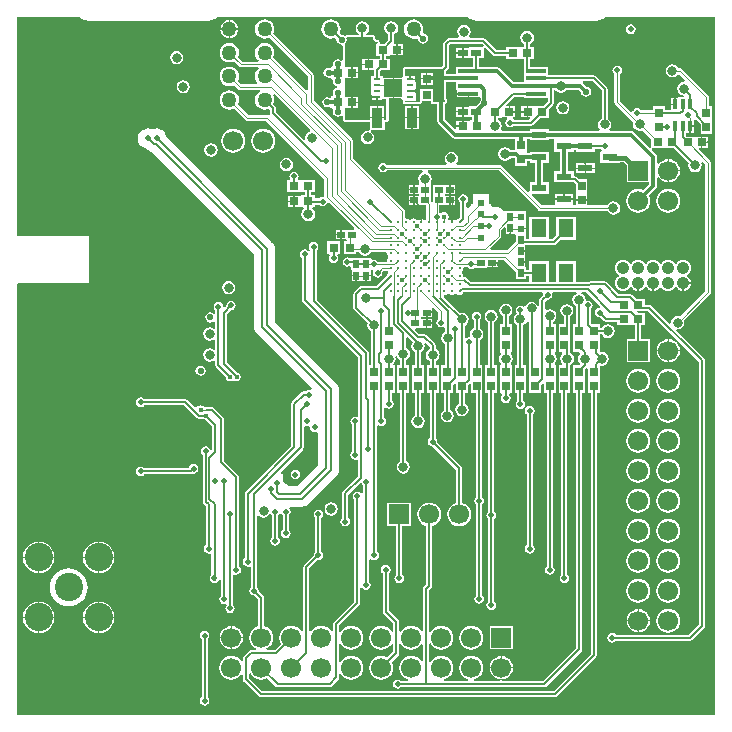
<source format=gbl>
%FSLAX43Y43*%
%MOMM*%
G71*
G01*
G75*
G04 Layer_Physical_Order=4*
G04 Layer_Color=16711680*
%ADD10R,0.600X1.000*%
%ADD11R,0.400X1.400*%
%ADD12R,2.300X1.900*%
%ADD13R,1.775X1.900*%
%ADD14R,0.650X0.500*%
%ADD15R,1.000X2.250*%
%ADD16R,1.400X1.150*%
%ADD17R,1.600X1.000*%
%ADD18R,2.500X3.000*%
%ADD19O,0.800X0.400*%
%ADD20O,0.250X0.700*%
%ADD21O,0.700X0.250*%
%ADD22R,4.500X4.500*%
%ADD23R,1.200X1.200*%
%ADD24R,1.100X0.600*%
%ADD25R,1.100X1.000*%
%ADD26R,0.350X0.700*%
%ADD27R,0.700X0.700*%
%ADD28R,0.282X0.205*%
%ADD29R,0.550X0.600*%
%ADD30R,0.650X0.800*%
%ADD31R,0.500X0.650*%
%ADD32R,0.762X0.762*%
%ADD33R,0.205X0.282*%
%ADD34R,0.600X0.900*%
%ADD35R,0.800X0.650*%
%ADD36R,0.600X0.550*%
G04:AMPARAMS|DCode=37|XSize=0.205mm|YSize=0.282mm|CornerRadius=0mm|HoleSize=0mm|Usage=FLASHONLY|Rotation=135.000|XOffset=0mm|YOffset=0mm|HoleType=Round|Shape=Rectangle|*
%AMROTATEDRECTD37*
4,1,4,0.172,0.027,-0.027,-0.172,-0.172,-0.027,0.027,0.172,0.172,0.027,0.0*
%
%ADD37ROTATEDRECTD37*%

G04:AMPARAMS|DCode=38|XSize=0.205mm|YSize=0.282mm|CornerRadius=0mm|HoleSize=0mm|Usage=FLASHONLY|Rotation=225.000|XOffset=0mm|YOffset=0mm|HoleType=Round|Shape=Rectangle|*
%AMROTATEDRECTD38*
4,1,4,-0.027,0.172,0.172,-0.027,0.027,-0.172,-0.172,0.027,-0.027,0.172,0.0*
%
%ADD38ROTATEDRECTD38*%

%ADD39R,0.900X0.600*%
%ADD40R,1.200X1.200*%
%ADD41R,0.700X0.700*%
%ADD42C,0.254*%
%ADD43C,0.203*%
%ADD44C,0.180*%
%ADD45C,0.150*%
%ADD46C,0.300*%
%ADD47C,0.125*%
%ADD48C,0.200*%
%ADD49C,0.114*%
%ADD50C,0.250*%
%ADD51C,0.205*%
%ADD52R,0.450X2.959*%
%ADD53R,2.025X0.450*%
%ADD54R,1.650X0.550*%
%ADD55R,0.601X0.571*%
%ADD56R,0.763X0.125*%
%ADD57R,0.600X0.670*%
%ADD58R,0.598X0.716*%
%ADD59R,2.386X0.197*%
%ADD60R,0.350X3.200*%
%ADD61R,1.700X1.700*%
%ADD62C,1.700*%
%ADD63R,1.700X1.700*%
%ADD64C,2.400*%
%ADD65C,1.050*%
%ADD66C,3.600*%
%ADD67C,0.762*%
%ADD68C,0.500*%
%ADD69C,0.450*%
%ADD70C,0.400*%
%ADD71C,0.550*%
%ADD72C,0.500*%
%ADD73C,1.600*%
G04:AMPARAMS|DCode=74|XSize=2.524mm|YSize=2.524mm|CornerRadius=0mm|HoleSize=0mm|Usage=FLASHONLY|Rotation=0.000|XOffset=0mm|YOffset=0mm|HoleType=Round|Shape=Relief|Width=0.254mm|Gap=0.254mm|Entries=4|*
%AMTHD74*
7,0,0,2.524,2.016,0.254,45*
%
%ADD74THD74*%
%ADD75C,2.100*%
G04:AMPARAMS|DCode=76|XSize=3.124mm|YSize=3.124mm|CornerRadius=0mm|HoleSize=0mm|Usage=FLASHONLY|Rotation=0.000|XOffset=0mm|YOffset=0mm|HoleType=Round|Shape=Relief|Width=0.254mm|Gap=0.254mm|Entries=4|*
%AMTHD76*
7,0,0,3.124,2.616,0.254,45*
%
%ADD76THD76*%
G04:AMPARAMS|DCode=77|XSize=1.45mm|YSize=1.45mm|CornerRadius=0mm|HoleSize=0mm|Usage=FLASHONLY|Rotation=0.000|XOffset=0mm|YOffset=0mm|HoleType=Round|Shape=Relief|Width=0.2mm|Gap=0.2mm|Entries=4|*
%AMTHD77*
7,0,0,1.450,1.050,0.200,45*
%
%ADD77THD77*%
%ADD78C,1.250*%
G04:AMPARAMS|DCode=79|XSize=4.224mm|YSize=4.224mm|CornerRadius=0mm|HoleSize=0mm|Usage=FLASHONLY|Rotation=0.000|XOffset=0mm|YOffset=0mm|HoleType=Round|Shape=Relief|Width=0.254mm|Gap=0.254mm|Entries=4|*
%AMTHD79*
7,0,0,4.224,3.716,0.254,45*
%
%ADD79THD79*%
%ADD80C,0.800*%
%ADD81C,0.850*%
%ADD82C,0.400*%
%ADD83C,2.200*%
%ADD84C,3.300*%
%ADD85C,0.930*%
%ADD86C,1.270*%
%ADD87R,1.300X1.600*%
%ADD88R,0.600X0.250*%
%ADD89R,1.600X1.500*%
%ADD90C,0.280*%
%ADD91R,1.700X0.350*%
%ADD92R,1.300X0.600*%
%ADD93R,0.350X0.850*%
%ADD94R,0.950X1.750*%
%ADD95C,0.300*%
%ADD96C,0.800*%
G36*
X-462Y-59538D02*
X-59538D01*
Y-23106D01*
X-59432Y-23000D01*
X-53500Y-23000D01*
Y-19000D01*
X-59538D01*
Y-462D01*
X-54325D01*
X-54081Y-649D01*
X-53793Y-769D01*
X-53491Y-809D01*
X-53483Y-812D01*
X-43434D01*
X-43426Y-809D01*
X-43124Y-769D01*
X-42836Y-649D01*
X-42592Y-462D01*
X-21441D01*
X-21197Y-649D01*
X-20909Y-769D01*
X-20607Y-809D01*
X-20599Y-812D01*
X-10600D01*
X-10592Y-809D01*
X-10290Y-769D01*
X-10002Y-649D01*
X-9758Y-462D01*
X-462D01*
Y-59538D01*
D02*
G37*
%LPC*%
G36*
X-6970Y-32801D02*
X-7231Y-32836D01*
X-7474Y-32937D01*
X-7683Y-33097D01*
X-7843Y-33306D01*
X-7944Y-33549D01*
X-7979Y-33810D01*
X-7944Y-34071D01*
X-7843Y-34314D01*
X-7683Y-34523D01*
X-7474Y-34683D01*
X-7231Y-34784D01*
X-6970Y-34819D01*
X-6709Y-34784D01*
X-6466Y-34683D01*
X-6257Y-34523D01*
X-6096Y-34314D01*
X-5996Y-34071D01*
X-5961Y-33810D01*
X-5996Y-33549D01*
X-6096Y-33306D01*
X-6257Y-33097D01*
X-6466Y-32937D01*
X-6709Y-32836D01*
X-6970Y-32801D01*
D02*
G37*
G36*
X-4430D02*
X-4691Y-32836D01*
X-4934Y-32937D01*
X-5143Y-33097D01*
X-5303Y-33306D01*
X-5404Y-33549D01*
X-5439Y-33810D01*
X-5404Y-34071D01*
X-5303Y-34314D01*
X-5143Y-34523D01*
X-4934Y-34683D01*
X-4691Y-34784D01*
X-4430Y-34819D01*
X-4169Y-34784D01*
X-3926Y-34683D01*
X-3717Y-34523D01*
X-3556Y-34314D01*
X-3456Y-34071D01*
X-3421Y-33810D01*
X-3456Y-33549D01*
X-3556Y-33306D01*
X-3717Y-33097D01*
X-3926Y-32937D01*
X-4169Y-32836D01*
X-4430Y-32801D01*
D02*
G37*
G36*
Y-35341D02*
X-4691Y-35376D01*
X-4934Y-35477D01*
X-5143Y-35637D01*
X-5303Y-35846D01*
X-5404Y-36089D01*
X-5439Y-36350D01*
X-5404Y-36611D01*
X-5303Y-36854D01*
X-5143Y-37063D01*
X-4934Y-37223D01*
X-4691Y-37324D01*
X-4430Y-37359D01*
X-4169Y-37324D01*
X-3926Y-37223D01*
X-3717Y-37063D01*
X-3556Y-36854D01*
X-3456Y-36611D01*
X-3421Y-36350D01*
X-3456Y-36089D01*
X-3556Y-35846D01*
X-3717Y-35637D01*
X-3926Y-35477D01*
X-4169Y-35376D01*
X-4430Y-35341D01*
D02*
G37*
G36*
X-49100Y-32692D02*
X-49256Y-32723D01*
X-49388Y-32812D01*
X-49477Y-32944D01*
X-49508Y-33100D01*
X-49477Y-33256D01*
X-49388Y-33388D01*
X-49256Y-33477D01*
X-49100Y-33508D01*
X-48944Y-33477D01*
X-48812Y-33388D01*
X-48789Y-33355D01*
X-45425D01*
X-44374Y-34405D01*
X-44292Y-34460D01*
X-44276Y-34464D01*
X-44194Y-34480D01*
X-43835D01*
X-43723Y-34555D01*
X-43591Y-34581D01*
X-43030Y-35142D01*
Y-37103D01*
X-43150Y-37192D01*
X-43187Y-37181D01*
X-43210Y-37069D01*
X-43298Y-36937D01*
X-43430Y-36848D01*
X-43586Y-36817D01*
X-43743Y-36848D01*
X-43875Y-36937D01*
X-43963Y-37069D01*
X-43994Y-37225D01*
X-43963Y-37381D01*
X-43875Y-37513D01*
X-43841Y-37536D01*
Y-41510D01*
X-43822Y-41608D01*
X-43767Y-41691D01*
X-43602Y-41855D01*
Y-45189D01*
X-43636Y-45212D01*
X-43724Y-45344D01*
X-43755Y-45500D01*
X-43724Y-45656D01*
X-43636Y-45788D01*
X-43504Y-45877D01*
X-43348Y-45908D01*
X-43225Y-45884D01*
X-43109Y-45979D01*
Y-47702D01*
X-43149Y-47729D01*
X-43237Y-47861D01*
X-43268Y-48017D01*
X-43237Y-48173D01*
X-43149Y-48305D01*
X-43016Y-48394D01*
X-42860Y-48425D01*
X-42704Y-48394D01*
X-42572Y-48305D01*
X-42484Y-48173D01*
X-42454Y-48025D01*
X-42454D01*
X-42454Y-48025D01*
X-42416Y-48029D01*
X-42416Y-48029D01*
X-42386Y-48032D01*
X-42305Y-48106D01*
Y-49464D01*
X-42338Y-49487D01*
X-42427Y-49619D01*
X-42458Y-49775D01*
X-42427Y-49931D01*
X-42338Y-50063D01*
X-42206Y-50152D01*
X-42050Y-50183D01*
X-41920Y-50157D01*
X-41836Y-50282D01*
X-41916Y-50401D01*
X-41947Y-50557D01*
X-41916Y-50713D01*
X-41828Y-50845D01*
X-41695Y-50934D01*
X-41539Y-50965D01*
X-41383Y-50934D01*
X-41251Y-50845D01*
X-41162Y-50713D01*
X-41131Y-50557D01*
X-41162Y-50401D01*
X-41251Y-50268D01*
X-41284Y-50246D01*
Y-48308D01*
X-41295Y-48254D01*
Y-47768D01*
X-41179Y-47672D01*
X-41025Y-47703D01*
X-40869Y-47672D01*
X-40737Y-47584D01*
X-40648Y-47451D01*
X-40617Y-47295D01*
X-40648Y-47139D01*
X-40737Y-47007D01*
X-40770Y-46985D01*
Y-39445D01*
X-40790Y-39348D01*
X-40808Y-39320D01*
X-40845Y-39265D01*
X-42058Y-38052D01*
Y-34503D01*
X-42078Y-34405D01*
X-42133Y-34323D01*
X-42911Y-33545D01*
X-42994Y-33489D01*
X-43091Y-33470D01*
X-43586D01*
X-43650Y-33483D01*
X-43736D01*
X-43755Y-33455D01*
X-43879Y-33372D01*
X-44025Y-33343D01*
X-44171Y-33372D01*
X-44295Y-33455D01*
X-44353Y-33541D01*
X-44503Y-33556D01*
X-45139Y-32920D01*
X-45222Y-32865D01*
X-45319Y-32845D01*
X-48789D01*
X-48812Y-32812D01*
X-48944Y-32723D01*
X-49100Y-32692D01*
D02*
G37*
G36*
X-44035Y-29994D02*
X-44201Y-30027D01*
X-44341Y-30121D01*
X-44435Y-30262D01*
X-44468Y-30428D01*
X-44435Y-30594D01*
X-44341Y-30734D01*
X-44201Y-30828D01*
X-44035Y-30861D01*
X-43869Y-30828D01*
X-43729Y-30734D01*
X-43635Y-30594D01*
X-43602Y-30428D01*
X-43635Y-30262D01*
X-43729Y-30121D01*
X-43869Y-30027D01*
X-44035Y-29994D01*
D02*
G37*
G36*
X-4492Y-28792D02*
X-5405D01*
X-5380Y-28985D01*
X-5282Y-29222D01*
X-5125Y-29425D01*
X-4922Y-29582D01*
X-4685Y-29680D01*
X-4492Y-29705D01*
Y-28792D01*
D02*
G37*
G36*
X-6970Y-30261D02*
X-7231Y-30296D01*
X-7474Y-30397D01*
X-7683Y-30557D01*
X-7843Y-30766D01*
X-7944Y-31009D01*
X-7979Y-31270D01*
X-7944Y-31531D01*
X-7843Y-31774D01*
X-7683Y-31983D01*
X-7474Y-32144D01*
X-7231Y-32244D01*
X-6970Y-32279D01*
X-6709Y-32244D01*
X-6466Y-32144D01*
X-6257Y-31983D01*
X-6096Y-31774D01*
X-5996Y-31531D01*
X-5961Y-31270D01*
X-5996Y-31009D01*
X-6096Y-30766D01*
X-6257Y-30557D01*
X-6466Y-30397D01*
X-6709Y-30296D01*
X-6970Y-30261D01*
D02*
G37*
G36*
X-4430D02*
X-4691Y-30296D01*
X-4934Y-30397D01*
X-5143Y-30557D01*
X-5303Y-30766D01*
X-5404Y-31009D01*
X-5439Y-31270D01*
X-5404Y-31531D01*
X-5303Y-31774D01*
X-5143Y-31983D01*
X-4934Y-32144D01*
X-4691Y-32244D01*
X-4430Y-32279D01*
X-4169Y-32244D01*
X-3926Y-32144D01*
X-3717Y-31983D01*
X-3556Y-31774D01*
X-3456Y-31531D01*
X-3421Y-31270D01*
X-3456Y-31009D01*
X-3556Y-30766D01*
X-3717Y-30557D01*
X-3926Y-30397D01*
X-4169Y-30296D01*
X-4430Y-30261D01*
D02*
G37*
G36*
X-6970Y-40421D02*
X-7231Y-40456D01*
X-7474Y-40557D01*
X-7683Y-40717D01*
X-7843Y-40926D01*
X-7944Y-41169D01*
X-7979Y-41430D01*
X-7944Y-41691D01*
X-7843Y-41934D01*
X-7683Y-42143D01*
X-7474Y-42304D01*
X-7231Y-42404D01*
X-6970Y-42439D01*
X-6709Y-42404D01*
X-6466Y-42304D01*
X-6257Y-42143D01*
X-6096Y-41934D01*
X-5996Y-41691D01*
X-5961Y-41430D01*
X-5996Y-41169D01*
X-6096Y-40926D01*
X-6257Y-40717D01*
X-6466Y-40557D01*
X-6709Y-40456D01*
X-6970Y-40421D01*
D02*
G37*
G36*
X-4430D02*
X-4691Y-40456D01*
X-4934Y-40557D01*
X-5143Y-40717D01*
X-5303Y-40926D01*
X-5404Y-41169D01*
X-5439Y-41430D01*
X-5404Y-41691D01*
X-5303Y-41934D01*
X-5143Y-42143D01*
X-4934Y-42304D01*
X-4691Y-42404D01*
X-4430Y-42439D01*
X-4169Y-42404D01*
X-3926Y-42304D01*
X-3717Y-42143D01*
X-3556Y-41934D01*
X-3456Y-41691D01*
X-3421Y-41430D01*
X-3456Y-41169D01*
X-3556Y-40926D01*
X-3717Y-40717D01*
X-3926Y-40557D01*
X-4169Y-40456D01*
X-4430Y-40421D01*
D02*
G37*
G36*
Y-42961D02*
X-4691Y-42996D01*
X-4934Y-43097D01*
X-5143Y-43257D01*
X-5303Y-43466D01*
X-5404Y-43709D01*
X-5439Y-43970D01*
X-5404Y-44231D01*
X-5303Y-44474D01*
X-5143Y-44683D01*
X-4934Y-44843D01*
X-4691Y-44944D01*
X-4430Y-44979D01*
X-4169Y-44944D01*
X-3926Y-44843D01*
X-3717Y-44683D01*
X-3556Y-44474D01*
X-3456Y-44231D01*
X-3421Y-43970D01*
X-3456Y-43709D01*
X-3556Y-43466D01*
X-3717Y-43257D01*
X-3926Y-43097D01*
X-4169Y-42996D01*
X-4430Y-42961D01*
D02*
G37*
G36*
X-32975Y-41576D02*
X-33190Y-41619D01*
X-33372Y-41740D01*
X-33493Y-41922D01*
X-33536Y-42137D01*
X-33493Y-42351D01*
X-33372Y-42533D01*
X-33190Y-42655D01*
X-32975Y-42698D01*
X-32760Y-42655D01*
X-32579Y-42533D01*
X-32457Y-42351D01*
X-32414Y-42137D01*
X-32457Y-41922D01*
X-32579Y-41740D01*
X-32760Y-41619D01*
X-32975Y-41576D01*
D02*
G37*
G36*
X-44631Y-38317D02*
X-44787Y-38348D01*
X-44920Y-38437D01*
X-45008Y-38569D01*
X-45033Y-38695D01*
X-48789D01*
X-48812Y-38662D01*
X-48944Y-38573D01*
X-49100Y-38542D01*
X-49256Y-38573D01*
X-49388Y-38662D01*
X-49477Y-38794D01*
X-49508Y-38950D01*
X-49477Y-39106D01*
X-49388Y-39238D01*
X-49256Y-39327D01*
X-49100Y-39358D01*
X-48944Y-39327D01*
X-48812Y-39238D01*
X-48789Y-39205D01*
X-44856D01*
X-44759Y-39185D01*
X-44676Y-39130D01*
X-44671Y-39125D01*
X-44631Y-39133D01*
X-44475Y-39102D01*
X-44343Y-39013D01*
X-44254Y-38881D01*
X-44223Y-38725D01*
X-44254Y-38569D01*
X-44343Y-38437D01*
X-44475Y-38348D01*
X-44631Y-38317D01*
D02*
G37*
G36*
X-6970Y-35341D02*
X-7231Y-35376D01*
X-7474Y-35477D01*
X-7683Y-35637D01*
X-7843Y-35846D01*
X-7944Y-36089D01*
X-7979Y-36350D01*
X-7944Y-36611D01*
X-7843Y-36854D01*
X-7683Y-37063D01*
X-7474Y-37223D01*
X-7231Y-37324D01*
X-6970Y-37359D01*
X-6709Y-37324D01*
X-6466Y-37223D01*
X-6257Y-37063D01*
X-6096Y-36854D01*
X-5996Y-36611D01*
X-5961Y-36350D01*
X-5996Y-36089D01*
X-6096Y-35846D01*
X-6257Y-35637D01*
X-6466Y-35477D01*
X-6709Y-35376D01*
X-6970Y-35341D01*
D02*
G37*
G36*
Y-37881D02*
X-7231Y-37916D01*
X-7474Y-38017D01*
X-7683Y-38177D01*
X-7843Y-38386D01*
X-7944Y-38629D01*
X-7979Y-38890D01*
X-7944Y-39151D01*
X-7843Y-39394D01*
X-7683Y-39603D01*
X-7474Y-39764D01*
X-7231Y-39864D01*
X-6970Y-39899D01*
X-6709Y-39864D01*
X-6466Y-39764D01*
X-6257Y-39603D01*
X-6096Y-39394D01*
X-5996Y-39151D01*
X-5961Y-38890D01*
X-5996Y-38629D01*
X-6096Y-38386D01*
X-6257Y-38177D01*
X-6466Y-38017D01*
X-6709Y-37916D01*
X-6970Y-37881D01*
D02*
G37*
G36*
X-4430D02*
X-4691Y-37916D01*
X-4934Y-38017D01*
X-5143Y-38177D01*
X-5303Y-38386D01*
X-5404Y-38629D01*
X-5439Y-38890D01*
X-5404Y-39151D01*
X-5303Y-39394D01*
X-5143Y-39603D01*
X-4934Y-39764D01*
X-4691Y-39864D01*
X-4430Y-39899D01*
X-4169Y-39864D01*
X-3926Y-39764D01*
X-3717Y-39603D01*
X-3556Y-39394D01*
X-3456Y-39151D01*
X-3421Y-38890D01*
X-3456Y-38629D01*
X-3556Y-38386D01*
X-3717Y-38177D01*
X-3926Y-38017D01*
X-4169Y-37916D01*
X-4430Y-37881D01*
D02*
G37*
G36*
X-36186Y-16142D02*
X-36649D01*
Y-16529D01*
X-36186D01*
Y-16142D01*
D02*
G37*
G36*
X-26038Y-16062D02*
X-26425D01*
Y-16375D01*
X-26038D01*
Y-16062D01*
D02*
G37*
G36*
X-32212Y-18962D02*
X-32600D01*
Y-19275D01*
X-32212D01*
Y-18962D01*
D02*
G37*
G36*
Y-18525D02*
X-32600D01*
Y-18837D01*
X-32212D01*
Y-18525D01*
D02*
G37*
G36*
X-26038Y-15163D02*
X-26425D01*
Y-15475D01*
X-26038D01*
Y-15163D01*
D02*
G37*
G36*
Y-14725D02*
X-26425D01*
Y-15038D01*
X-26038D01*
Y-14725D01*
D02*
G37*
G36*
X-36186Y-15629D02*
X-36649D01*
Y-16017D01*
X-36186D01*
Y-15629D01*
D02*
G37*
G36*
X-26038Y-15625D02*
X-26425D01*
Y-15938D01*
X-26038D01*
Y-15625D01*
D02*
G37*
G36*
X-4367Y-27755D02*
Y-28667D01*
X-3455D01*
X-3480Y-28475D01*
X-3578Y-28238D01*
X-3735Y-28035D01*
X-3938Y-27878D01*
X-4175Y-27780D01*
X-4367Y-27755D01*
D02*
G37*
G36*
X-41460Y-24488D02*
X-41616Y-24519D01*
X-41748Y-24608D01*
X-41836Y-24740D01*
X-41867Y-24896D01*
X-41860Y-24936D01*
X-41975Y-25051D01*
X-42052Y-25036D01*
X-42125Y-25013D01*
X-42154Y-24865D01*
X-42242Y-24733D01*
X-42375Y-24645D01*
X-42531Y-24614D01*
X-42687Y-24645D01*
X-42819Y-24733D01*
X-42908Y-24865D01*
X-42939Y-25021D01*
X-42908Y-25177D01*
X-42819Y-25310D01*
X-42786Y-25332D01*
Y-25517D01*
X-42918Y-25587D01*
X-43031Y-25512D01*
X-43197Y-25479D01*
X-43363Y-25512D01*
X-43503Y-25606D01*
X-43597Y-25746D01*
X-43630Y-25912D01*
X-43597Y-26078D01*
X-43503Y-26219D01*
X-43363Y-26313D01*
X-43197Y-26346D01*
X-43031Y-26313D01*
X-42918Y-26237D01*
X-42786Y-26308D01*
Y-26792D01*
X-42918Y-26863D01*
X-43025Y-26791D01*
X-43239Y-26749D01*
X-43454Y-26791D01*
X-43636Y-26913D01*
X-43758Y-27095D01*
X-43800Y-27309D01*
X-43758Y-27524D01*
X-43636Y-27706D01*
X-43454Y-27827D01*
X-43239Y-27870D01*
X-43025Y-27827D01*
X-42918Y-27756D01*
X-42786Y-27827D01*
Y-28571D01*
X-42918Y-28642D01*
X-43025Y-28570D01*
X-43239Y-28528D01*
X-43454Y-28570D01*
X-43636Y-28692D01*
X-43758Y-28874D01*
X-43800Y-29088D01*
X-43758Y-29303D01*
X-43636Y-29485D01*
X-43454Y-29607D01*
X-43239Y-29649D01*
X-43025Y-29607D01*
X-42918Y-29535D01*
X-42786Y-29606D01*
Y-29975D01*
X-42766Y-30073D01*
X-42711Y-30155D01*
X-41906Y-30960D01*
X-41880Y-31093D01*
X-41802Y-31208D01*
X-41687Y-31286D01*
X-41550Y-31313D01*
X-41413Y-31286D01*
X-41298Y-31208D01*
X-41238D01*
X-41123Y-31286D01*
X-40986Y-31313D01*
X-40850Y-31286D01*
X-40734Y-31208D01*
X-40656Y-31093D01*
X-40629Y-30956D01*
X-40656Y-30819D01*
X-40734Y-30704D01*
X-40850Y-30626D01*
X-40935Y-30609D01*
X-41824Y-29720D01*
Y-25621D01*
X-41499Y-25296D01*
X-41460Y-25304D01*
X-41304Y-25273D01*
X-41171Y-25184D01*
X-41083Y-25052D01*
X-41052Y-24896D01*
X-41083Y-24740D01*
X-41171Y-24608D01*
X-41304Y-24519D01*
X-41460Y-24488D01*
D02*
G37*
G36*
X-3455Y-28792D02*
X-4367D01*
Y-29705D01*
X-4175Y-29680D01*
X-3938Y-29582D01*
X-3735Y-29425D01*
X-3578Y-29222D01*
X-3480Y-28985D01*
X-3455Y-28792D01*
D02*
G37*
G36*
X-4492Y-27755D02*
X-4685Y-27780D01*
X-4922Y-27878D01*
X-5125Y-28035D01*
X-5282Y-28238D01*
X-5380Y-28475D01*
X-5405Y-28667D01*
X-4492D01*
Y-27755D01*
D02*
G37*
G36*
X-29625Y-22438D02*
X-29938D01*
Y-22825D01*
X-29625D01*
Y-22438D01*
D02*
G37*
G36*
X-32250Y-19475D02*
X-33300D01*
Y-20525D01*
X-33162D01*
X-33092Y-20657D01*
X-33152Y-20747D01*
X-33183Y-20903D01*
X-33152Y-21060D01*
X-33063Y-21192D01*
X-32931Y-21280D01*
X-32775Y-21311D01*
X-32619Y-21280D01*
X-32487Y-21192D01*
X-32398Y-21060D01*
X-32367Y-20903D01*
X-32398Y-20747D01*
X-32458Y-20657D01*
X-32388Y-20525D01*
X-32250D01*
Y-19475D01*
D02*
G37*
G36*
X-41649Y-22827D02*
X-41864Y-22870D01*
X-42046Y-22991D01*
X-42167Y-23173D01*
X-42210Y-23388D01*
X-42167Y-23603D01*
X-42046Y-23785D01*
X-41864Y-23906D01*
X-41649Y-23949D01*
X-41435Y-23906D01*
X-41253Y-23785D01*
X-41131Y-23603D01*
X-41088Y-23388D01*
X-41131Y-23173D01*
X-41253Y-22991D01*
X-41435Y-22870D01*
X-41649Y-22827D01*
D02*
G37*
G36*
X-30938Y-22438D02*
X-31250D01*
Y-22825D01*
X-30938D01*
Y-22438D01*
D02*
G37*
G36*
X-7032Y-51653D02*
X-7945D01*
X-7920Y-51845D01*
X-7822Y-52082D01*
X-7665Y-52285D01*
X-7462Y-52442D01*
X-7225Y-52540D01*
X-7032Y-52565D01*
Y-51653D01*
D02*
G37*
G36*
X-5995D02*
X-6907D01*
Y-52565D01*
X-6715Y-52540D01*
X-6478Y-52442D01*
X-6275Y-52285D01*
X-6118Y-52082D01*
X-6020Y-51845D01*
X-5995Y-51653D01*
D02*
G37*
G36*
X-51327Y-51382D02*
X-52592D01*
Y-52648D01*
X-52309Y-52611D01*
X-51987Y-52477D01*
X-51710Y-52265D01*
X-51498Y-51988D01*
X-51364Y-51666D01*
X-51327Y-51382D01*
D02*
G37*
G36*
X-4430Y-50581D02*
X-4691Y-50616D01*
X-4934Y-50717D01*
X-5143Y-50877D01*
X-5303Y-51086D01*
X-5404Y-51329D01*
X-5439Y-51590D01*
X-5404Y-51851D01*
X-5303Y-52094D01*
X-5143Y-52303D01*
X-4934Y-52464D01*
X-4691Y-52564D01*
X-4430Y-52599D01*
X-4169Y-52564D01*
X-3926Y-52464D01*
X-3717Y-52303D01*
X-3556Y-52094D01*
X-3456Y-51851D01*
X-3421Y-51590D01*
X-3456Y-51329D01*
X-3556Y-51086D01*
X-3717Y-50877D01*
X-3926Y-50717D01*
X-4169Y-50616D01*
X-4430Y-50581D01*
D02*
G37*
G36*
X-57798Y-49992D02*
X-58081Y-50029D01*
X-58403Y-50163D01*
X-58680Y-50375D01*
X-58892Y-50652D01*
X-59026Y-50974D01*
X-59063Y-51257D01*
X-57798D01*
Y-49992D01*
D02*
G37*
G36*
X-57673D02*
Y-51257D01*
X-56407D01*
X-56444Y-50974D01*
X-56578Y-50652D01*
X-56790Y-50375D01*
X-57067Y-50163D01*
X-57389Y-50029D01*
X-57673Y-49992D01*
D02*
G37*
G36*
X-7032Y-50615D02*
X-7225Y-50640D01*
X-7462Y-50738D01*
X-7665Y-50895D01*
X-7822Y-51098D01*
X-7920Y-51335D01*
X-7945Y-51528D01*
X-7032D01*
Y-50615D01*
D02*
G37*
G36*
X-6907D02*
Y-51528D01*
X-5995D01*
X-6020Y-51335D01*
X-6118Y-51098D01*
X-6275Y-50895D01*
X-6478Y-50738D01*
X-6715Y-50640D01*
X-6907Y-50615D01*
D02*
G37*
G36*
X-40455Y-53092D02*
X-41368D01*
Y-54005D01*
X-41175Y-53980D01*
X-40938Y-53882D01*
X-40735Y-53725D01*
X-40578Y-53522D01*
X-40480Y-53285D01*
X-40455Y-53092D01*
D02*
G37*
G36*
X-41493Y-52055D02*
X-41685Y-52080D01*
X-41922Y-52178D01*
X-42125Y-52335D01*
X-42282Y-52538D01*
X-42380Y-52775D01*
X-42405Y-52967D01*
X-41493D01*
Y-52055D01*
D02*
G37*
G36*
X-43700Y-52442D02*
X-43856Y-52473D01*
X-43988Y-52562D01*
X-44077Y-52694D01*
X-44108Y-52850D01*
X-44077Y-53006D01*
X-43988Y-53138D01*
X-43955Y-53161D01*
Y-58064D01*
X-43988Y-58087D01*
X-44077Y-58219D01*
X-44108Y-58375D01*
X-44077Y-58531D01*
X-43988Y-58663D01*
X-43856Y-58752D01*
X-43700Y-58783D01*
X-43544Y-58752D01*
X-43412Y-58663D01*
X-43323Y-58531D01*
X-43292Y-58375D01*
X-43323Y-58219D01*
X-43412Y-58087D01*
X-43445Y-58064D01*
Y-53161D01*
X-43412Y-53138D01*
X-43323Y-53006D01*
X-43292Y-52850D01*
X-43323Y-52694D01*
X-43412Y-52562D01*
X-43544Y-52473D01*
X-43700Y-52442D01*
D02*
G37*
G36*
X-41493Y-53092D02*
X-42405D01*
X-42380Y-53285D01*
X-42282Y-53522D01*
X-42125Y-53725D01*
X-41922Y-53882D01*
X-41685Y-53980D01*
X-41493Y-54005D01*
Y-53092D01*
D02*
G37*
G36*
X-56407Y-51382D02*
X-57673D01*
Y-52648D01*
X-57389Y-52611D01*
X-57067Y-52477D01*
X-56790Y-52265D01*
X-56578Y-51988D01*
X-56444Y-51666D01*
X-56407Y-51382D01*
D02*
G37*
G36*
X-52717D02*
X-53983D01*
X-53946Y-51666D01*
X-53812Y-51988D01*
X-53600Y-52265D01*
X-53323Y-52477D01*
X-53001Y-52611D01*
X-52717Y-52648D01*
Y-51382D01*
D02*
G37*
G36*
X-41368Y-52055D02*
Y-52967D01*
X-40455D01*
X-40480Y-52775D01*
X-40578Y-52538D01*
X-40735Y-52335D01*
X-40938Y-52178D01*
X-41175Y-52080D01*
X-41368Y-52055D01*
D02*
G37*
G36*
X-57798Y-51382D02*
X-59063D01*
X-59026Y-51666D01*
X-58892Y-51988D01*
X-58680Y-52265D01*
X-58403Y-52477D01*
X-58081Y-52611D01*
X-57798Y-52648D01*
Y-51382D01*
D02*
G37*
G36*
X-4430Y-45501D02*
X-4691Y-45536D01*
X-4934Y-45637D01*
X-5143Y-45797D01*
X-5303Y-46006D01*
X-5404Y-46249D01*
X-5439Y-46510D01*
X-5404Y-46771D01*
X-5303Y-47014D01*
X-5143Y-47223D01*
X-4934Y-47383D01*
X-4691Y-47484D01*
X-4430Y-47519D01*
X-4169Y-47484D01*
X-3926Y-47383D01*
X-3717Y-47223D01*
X-3556Y-47014D01*
X-3456Y-46771D01*
X-3421Y-46510D01*
X-3456Y-46249D01*
X-3556Y-46006D01*
X-3717Y-45797D01*
X-3926Y-45637D01*
X-4169Y-45536D01*
X-4430Y-45501D01*
D02*
G37*
G36*
X-57798Y-44912D02*
X-58081Y-44949D01*
X-58403Y-45083D01*
X-58680Y-45295D01*
X-58892Y-45572D01*
X-59026Y-45894D01*
X-59063Y-46178D01*
X-57798D01*
Y-44912D01*
D02*
G37*
G36*
X-51327Y-46303D02*
X-52592D01*
Y-47568D01*
X-52309Y-47531D01*
X-51987Y-47397D01*
X-51710Y-47185D01*
X-51498Y-46908D01*
X-51364Y-46586D01*
X-51327Y-46303D01*
D02*
G37*
G36*
X-6970Y-45501D02*
X-7231Y-45536D01*
X-7474Y-45637D01*
X-7683Y-45797D01*
X-7843Y-46006D01*
X-7944Y-46249D01*
X-7979Y-46510D01*
X-7944Y-46771D01*
X-7843Y-47014D01*
X-7683Y-47223D01*
X-7474Y-47383D01*
X-7231Y-47484D01*
X-6970Y-47519D01*
X-6709Y-47484D01*
X-6466Y-47383D01*
X-6257Y-47223D01*
X-6096Y-47014D01*
X-5996Y-46771D01*
X-5961Y-46510D01*
X-5996Y-46249D01*
X-6096Y-46006D01*
X-6257Y-45797D01*
X-6466Y-45637D01*
X-6709Y-45536D01*
X-6970Y-45501D01*
D02*
G37*
G36*
X-52592Y-44912D02*
Y-46178D01*
X-51327D01*
X-51364Y-45894D01*
X-51498Y-45572D01*
X-51710Y-45295D01*
X-51987Y-45083D01*
X-52309Y-44949D01*
X-52592Y-44912D01*
D02*
G37*
G36*
X-6970Y-42961D02*
X-7231Y-42996D01*
X-7474Y-43097D01*
X-7683Y-43257D01*
X-7843Y-43466D01*
X-7944Y-43709D01*
X-7979Y-43970D01*
X-7944Y-44231D01*
X-7843Y-44474D01*
X-7683Y-44683D01*
X-7474Y-44843D01*
X-7231Y-44944D01*
X-6970Y-44979D01*
X-6709Y-44944D01*
X-6466Y-44843D01*
X-6257Y-44683D01*
X-6096Y-44474D01*
X-5996Y-44231D01*
X-5961Y-43970D01*
X-5996Y-43709D01*
X-6096Y-43466D01*
X-6257Y-43257D01*
X-6466Y-43097D01*
X-6709Y-42996D01*
X-6970Y-42961D01*
D02*
G37*
G36*
X-57673Y-44912D02*
Y-46178D01*
X-56407D01*
X-56444Y-45894D01*
X-56578Y-45572D01*
X-56790Y-45295D01*
X-57067Y-45083D01*
X-57389Y-44949D01*
X-57673Y-44912D01*
D02*
G37*
G36*
X-52717D02*
X-53001Y-44949D01*
X-53323Y-45083D01*
X-53600Y-45295D01*
X-53812Y-45572D01*
X-53946Y-45894D01*
X-53983Y-46178D01*
X-52717D01*
Y-44912D01*
D02*
G37*
G36*
X-55195Y-47172D02*
X-55509Y-47203D01*
X-55810Y-47295D01*
X-56088Y-47443D01*
X-56332Y-47643D01*
X-56532Y-47887D01*
X-56680Y-48165D01*
X-56772Y-48466D01*
X-56803Y-48780D01*
X-56772Y-49094D01*
X-56680Y-49395D01*
X-56532Y-49673D01*
X-56332Y-49917D01*
X-56088Y-50117D01*
X-55810Y-50265D01*
X-55509Y-50357D01*
X-55195Y-50388D01*
X-54881Y-50357D01*
X-54580Y-50265D01*
X-54302Y-50117D01*
X-54058Y-49917D01*
X-53858Y-49673D01*
X-53710Y-49395D01*
X-53618Y-49094D01*
X-53587Y-48780D01*
X-53618Y-48466D01*
X-53710Y-48165D01*
X-53858Y-47887D01*
X-54058Y-47643D01*
X-54302Y-47443D01*
X-54580Y-47295D01*
X-54881Y-47203D01*
X-55195Y-47172D01*
D02*
G37*
G36*
X-6970Y-48041D02*
X-7231Y-48076D01*
X-7474Y-48177D01*
X-7683Y-48337D01*
X-7843Y-48546D01*
X-7944Y-48789D01*
X-7979Y-49050D01*
X-7944Y-49311D01*
X-7843Y-49554D01*
X-7683Y-49763D01*
X-7474Y-49924D01*
X-7231Y-50024D01*
X-6970Y-50059D01*
X-6709Y-50024D01*
X-6466Y-49924D01*
X-6257Y-49763D01*
X-6096Y-49554D01*
X-5996Y-49311D01*
X-5961Y-49050D01*
X-5996Y-48789D01*
X-6096Y-48546D01*
X-6257Y-48337D01*
X-6466Y-48177D01*
X-6709Y-48076D01*
X-6970Y-48041D01*
D02*
G37*
G36*
X-52717Y-49992D02*
X-53001Y-50029D01*
X-53323Y-50163D01*
X-53600Y-50375D01*
X-53812Y-50652D01*
X-53946Y-50974D01*
X-53983Y-51257D01*
X-52717D01*
Y-49992D01*
D02*
G37*
G36*
X-52592D02*
Y-51257D01*
X-51327D01*
X-51364Y-50974D01*
X-51498Y-50652D01*
X-51710Y-50375D01*
X-51987Y-50163D01*
X-52309Y-50029D01*
X-52592Y-49992D01*
D02*
G37*
G36*
X-56407Y-46303D02*
X-57673D01*
Y-47568D01*
X-57389Y-47531D01*
X-57067Y-47397D01*
X-56790Y-47185D01*
X-56578Y-46908D01*
X-56444Y-46586D01*
X-56407Y-46303D01*
D02*
G37*
G36*
X-52717D02*
X-53983D01*
X-53946Y-46586D01*
X-53812Y-46908D01*
X-53600Y-47185D01*
X-53323Y-47397D01*
X-53001Y-47531D01*
X-52717Y-47568D01*
Y-46303D01*
D02*
G37*
G36*
X-4430Y-48041D02*
X-4691Y-48076D01*
X-4934Y-48177D01*
X-5143Y-48337D01*
X-5303Y-48546D01*
X-5404Y-48789D01*
X-5439Y-49050D01*
X-5404Y-49311D01*
X-5303Y-49554D01*
X-5143Y-49763D01*
X-4934Y-49924D01*
X-4691Y-50024D01*
X-4430Y-50059D01*
X-4169Y-50024D01*
X-3926Y-49924D01*
X-3717Y-49763D01*
X-3556Y-49554D01*
X-3456Y-49311D01*
X-3421Y-49050D01*
X-3456Y-48789D01*
X-3556Y-48546D01*
X-3717Y-48337D01*
X-3926Y-48177D01*
X-4169Y-48076D01*
X-4430Y-48041D01*
D02*
G37*
G36*
X-57798Y-46303D02*
X-59063D01*
X-59026Y-46586D01*
X-58892Y-46908D01*
X-58680Y-47185D01*
X-58403Y-47397D01*
X-58081Y-47531D01*
X-57798Y-47568D01*
Y-46303D01*
D02*
G37*
G36*
X-41270Y-9941D02*
X-41531Y-9976D01*
X-41774Y-10076D01*
X-41983Y-10237D01*
X-42143Y-10446D01*
X-42244Y-10689D01*
X-42279Y-10950D01*
X-42244Y-11211D01*
X-42143Y-11454D01*
X-41983Y-11663D01*
X-41774Y-11823D01*
X-41531Y-11924D01*
X-41270Y-11959D01*
X-41009Y-11924D01*
X-40766Y-11823D01*
X-40557Y-11663D01*
X-40396Y-11454D01*
X-40296Y-11211D01*
X-40261Y-10950D01*
X-40296Y-10689D01*
X-40396Y-10446D01*
X-40557Y-10237D01*
X-40766Y-10076D01*
X-41009Y-9976D01*
X-41270Y-9941D01*
D02*
G37*
G36*
X-38730D02*
X-38991Y-9976D01*
X-39234Y-10076D01*
X-39443Y-10237D01*
X-39603Y-10446D01*
X-39704Y-10689D01*
X-39739Y-10950D01*
X-39704Y-11211D01*
X-39603Y-11454D01*
X-39443Y-11663D01*
X-39234Y-11823D01*
X-38991Y-11924D01*
X-38730Y-11959D01*
X-38469Y-11924D01*
X-38226Y-11823D01*
X-38017Y-11663D01*
X-37856Y-11454D01*
X-37756Y-11211D01*
X-37721Y-10950D01*
X-37756Y-10689D01*
X-37856Y-10446D01*
X-38017Y-10237D01*
X-38226Y-10076D01*
X-38469Y-9976D01*
X-38730Y-9941D01*
D02*
G37*
G36*
X-1075Y-11163D02*
X-1538D01*
Y-11550D01*
X-1075D01*
Y-11163D01*
D02*
G37*
G36*
X-26875Y-3312D02*
X-27337D01*
Y-3700D01*
X-26875D01*
Y-3312D01*
D02*
G37*
G36*
X-43146Y-11177D02*
X-43361Y-11220D01*
X-43543Y-11341D01*
X-43664Y-11523D01*
X-43707Y-11738D01*
X-43664Y-11952D01*
X-43543Y-12134D01*
X-43361Y-12256D01*
X-43146Y-12298D01*
X-42932Y-12256D01*
X-42750Y-12134D01*
X-42628Y-11952D01*
X-42586Y-11738D01*
X-42628Y-11523D01*
X-42750Y-11341D01*
X-42932Y-11220D01*
X-43146Y-11177D01*
D02*
G37*
G36*
X-33000Y-683D02*
X-33211Y-711D01*
X-33409Y-792D01*
X-33578Y-922D01*
X-33708Y-1092D01*
X-33789Y-1289D01*
X-33817Y-1500D01*
X-33789Y-1711D01*
X-33708Y-1908D01*
X-33578Y-2078D01*
X-33409Y-2208D01*
X-33211Y-2289D01*
X-33000Y-2317D01*
X-32789Y-2289D01*
X-32660Y-2236D01*
X-32527Y-2369D01*
X-32533Y-2400D01*
X-32500Y-2566D01*
X-32406Y-2706D01*
X-32266Y-2800D01*
X-32100Y-2833D01*
X-32094Y-2832D01*
X-31978Y-2927D01*
Y-4111D01*
X-32111Y-4182D01*
X-32234Y-4100D01*
X-32400Y-4067D01*
X-32566Y-4100D01*
X-32706Y-4194D01*
X-32800Y-4334D01*
X-32833Y-4500D01*
X-32817Y-4584D01*
X-32912Y-4700D01*
X-32975D01*
Y-4700D01*
X-33034Y-4800D01*
X-33200Y-4767D01*
X-33366Y-4800D01*
X-33506Y-4894D01*
X-33600Y-5034D01*
X-33633Y-5200D01*
X-33600Y-5366D01*
X-33506Y-5506D01*
X-33366Y-5600D01*
X-33200Y-5633D01*
X-33034Y-5600D01*
D01*
Y-5600D01*
X-32975Y-5700D01*
Y-5700D01*
X-32912D01*
X-32817Y-5816D01*
X-32833Y-5900D01*
X-32800Y-6066D01*
X-32706Y-6206D01*
X-32566Y-6300D01*
X-32442Y-6325D01*
Y-6475D01*
X-32566Y-6500D01*
X-32706Y-6594D01*
X-32800Y-6734D01*
X-32833Y-6900D01*
X-32800Y-7066D01*
X-32799Y-7068D01*
X-32870Y-7200D01*
X-32975D01*
Y-7247D01*
X-33107Y-7318D01*
X-33134Y-7300D01*
X-33300Y-7267D01*
X-33466Y-7300D01*
X-33606Y-7394D01*
X-33700Y-7534D01*
X-33733Y-7700D01*
X-33700Y-7866D01*
X-33606Y-8006D01*
X-33466Y-8100D01*
X-33300Y-8133D01*
X-33134Y-8100D01*
X-33107Y-8082D01*
X-32975Y-8153D01*
Y-8200D01*
X-32870D01*
X-32799Y-8332D01*
X-32800Y-8334D01*
X-32833Y-8500D01*
X-32800Y-8666D01*
X-32706Y-8806D01*
X-32566Y-8900D01*
X-32400Y-8933D01*
X-32234Y-8900D01*
X-32111Y-8818D01*
X-31978Y-8889D01*
Y-9200D01*
X-31965Y-9268D01*
X-31926Y-9326D01*
X-31868Y-9365D01*
X-31800Y-9378D01*
X-29725D01*
Y-10008D01*
X-29725D01*
Y-10031D01*
X-29733Y-10038D01*
X-29733D01*
X-29841Y-10126D01*
X-29900Y-10114D01*
X-30115Y-10157D01*
X-30297Y-10278D01*
X-30418Y-10460D01*
X-30461Y-10675D01*
X-30418Y-10890D01*
X-30297Y-11072D01*
X-30115Y-11193D01*
X-29900Y-11236D01*
X-29685Y-11193D01*
X-29503Y-11072D01*
X-29382Y-10890D01*
X-29339Y-10675D01*
X-29382Y-10460D01*
X-29503Y-10278D01*
X-29631Y-10194D01*
X-29609Y-10121D01*
X-29609D01*
X-29593Y-10071D01*
D01*
X-29587Y-10050D01*
X-28425D01*
Y-9900D01*
Y-9378D01*
X-28300D01*
X-28232Y-9365D01*
X-28174Y-9326D01*
X-28135Y-9268D01*
X-28122Y-9200D01*
Y-7425D01*
X-28081Y-7375D01*
X-27763D01*
Y-6500D01*
Y-5625D01*
X-28625D01*
Y-5450D01*
X-28845D01*
Y-5106D01*
X-28740Y-5000D01*
X-28025D01*
Y-4000D01*
X-28345D01*
Y-3750D01*
X-28025D01*
Y-3700D01*
X-27925D01*
Y-3700D01*
X-27462D01*
Y-3250D01*
Y-2800D01*
X-27631D01*
X-27691Y-2688D01*
X-27663Y-2646D01*
X-27644Y-2549D01*
Y-2549D01*
Y-1938D01*
X-27484Y-1831D01*
X-27357Y-1641D01*
X-27312Y-1416D01*
X-27357Y-1192D01*
X-27484Y-1002D01*
X-27674Y-875D01*
X-27899Y-830D01*
X-28123Y-875D01*
X-28313Y-1002D01*
X-28440Y-1192D01*
X-28485Y-1416D01*
X-28440Y-1641D01*
X-28313Y-1831D01*
X-28154Y-1938D01*
Y-2443D01*
X-28460Y-2750D01*
X-28773D01*
X-28871Y-2641D01*
X-28874Y-2615D01*
Y-2589D01*
X-28877Y-2581D01*
X-28878Y-2572D01*
X-28890Y-2549D01*
X-28900Y-2524D01*
X-28907Y-2518D01*
X-28911Y-2510D01*
X-28931Y-2494D01*
X-28950Y-2475D01*
X-28958Y-2472D01*
X-28965Y-2466D01*
X-28990Y-2459D01*
X-29014Y-2449D01*
X-29096Y-2432D01*
X-29178Y-2378D01*
X-29232Y-2296D01*
X-29258Y-2165D01*
X-29265Y-2149D01*
X-29268Y-2132D01*
X-29278Y-2117D01*
X-29285Y-2101D01*
X-29297Y-2088D01*
X-29307Y-2074D01*
X-29322Y-2064D01*
X-29334Y-2052D01*
X-29350Y-2045D01*
X-29365Y-2035D01*
X-29382Y-2032D01*
X-29399Y-2025D01*
X-29416D01*
X-29433Y-2022D01*
X-29957D01*
X-30000Y-1878D01*
X-29910Y-1818D01*
X-29783Y-1628D01*
X-29739Y-1403D01*
X-29783Y-1179D01*
X-29910Y-989D01*
X-30101Y-862D01*
X-30325Y-817D01*
X-30549Y-862D01*
X-30740Y-989D01*
X-30867Y-1179D01*
X-30911Y-1403D01*
X-30867Y-1628D01*
X-30740Y-1818D01*
X-30649Y-1878D01*
X-30693Y-2022D01*
X-31606D01*
X-31615Y-2023D01*
X-31624Y-2022D01*
X-31649Y-2030D01*
X-31675Y-2035D01*
X-31682Y-2040D01*
X-31690Y-2043D01*
X-31711Y-2059D01*
X-31733Y-2074D01*
X-31737Y-2081D01*
X-31744Y-2087D01*
X-31752Y-2096D01*
X-31794Y-2094D01*
X-31934Y-2000D01*
X-32100Y-1967D01*
X-32131Y-1973D01*
X-32264Y-1840D01*
X-32211Y-1711D01*
X-32183Y-1500D01*
X-32211Y-1289D01*
X-32292Y-1092D01*
X-32422Y-922D01*
X-32591Y-792D01*
X-32789Y-711D01*
X-33000Y-683D01*
D02*
G37*
G36*
X-1075Y-10650D02*
X-1538D01*
Y-11038D01*
X-1075D01*
Y-10650D01*
D02*
G37*
G36*
X-25525Y-9062D02*
X-26062D01*
Y-10000D01*
X-25525D01*
Y-9900D01*
Y-9062D01*
D02*
G37*
G36*
X-26188Y-8000D02*
X-26725D01*
Y-8938D01*
X-26188D01*
Y-8000D01*
D02*
G37*
G36*
X-25525D02*
X-26062D01*
Y-8938D01*
X-25525D01*
Y-8000D01*
D02*
G37*
G36*
X-46056Y-3348D02*
X-46270Y-3390D01*
X-46452Y-3512D01*
X-46574Y-3694D01*
X-46617Y-3908D01*
X-46574Y-4123D01*
X-46452Y-4305D01*
X-46270Y-4427D01*
X-46056Y-4469D01*
X-45841Y-4427D01*
X-45659Y-4305D01*
X-45538Y-4123D01*
X-45495Y-3908D01*
X-45538Y-3694D01*
X-45659Y-3512D01*
X-45841Y-3390D01*
X-46056Y-3348D01*
D02*
G37*
G36*
X-2275Y-9788D02*
X-2513D01*
Y-10275D01*
X-2275D01*
Y-9788D01*
D02*
G37*
G36*
X-26188Y-9062D02*
X-26725D01*
Y-9900D01*
Y-10000D01*
X-26188D01*
Y-9062D01*
D02*
G37*
G36*
X-7600Y-1110D02*
X-7756Y-1141D01*
X-7888Y-1230D01*
X-7977Y-1362D01*
X-8008Y-1518D01*
X-7977Y-1674D01*
X-7888Y-1806D01*
X-7756Y-1895D01*
X-7600Y-1926D01*
X-7444Y-1895D01*
X-7312Y-1806D01*
X-7223Y-1674D01*
X-7192Y-1518D01*
X-7223Y-1362D01*
X-7312Y-1230D01*
X-7444Y-1141D01*
X-7600Y-1110D01*
D02*
G37*
G36*
X-40842Y-1562D02*
X-41537D01*
Y-2258D01*
X-41402Y-2240D01*
X-41217Y-2164D01*
X-41058Y-2042D01*
X-40936Y-1883D01*
X-40860Y-1698D01*
X-40842Y-1562D01*
D02*
G37*
G36*
X-41662D02*
X-42358D01*
X-42340Y-1698D01*
X-42264Y-1883D01*
X-42142Y-2042D01*
X-41983Y-2164D01*
X-41798Y-2240D01*
X-41662Y-2258D01*
Y-1562D01*
D02*
G37*
G36*
X-45510Y-5814D02*
X-45725Y-5857D01*
X-45907Y-5978D01*
X-46029Y-6160D01*
X-46071Y-6375D01*
X-46029Y-6590D01*
X-45907Y-6772D01*
X-45725Y-6893D01*
X-45510Y-6936D01*
X-45296Y-6893D01*
X-45114Y-6772D01*
X-44992Y-6590D01*
X-44950Y-6375D01*
X-44992Y-6160D01*
X-45114Y-5978D01*
X-45296Y-5857D01*
X-45510Y-5814D01*
D02*
G37*
G36*
X-38600Y-683D02*
X-38811Y-711D01*
X-39008Y-792D01*
X-39178Y-922D01*
X-39308Y-1092D01*
X-39389Y-1289D01*
X-39417Y-1500D01*
X-39389Y-1711D01*
X-39308Y-1908D01*
X-39178Y-2078D01*
X-39008Y-2208D01*
X-38811Y-2289D01*
X-38600Y-2317D01*
X-38389Y-2289D01*
X-38222Y-2220D01*
X-34942Y-5500D01*
Y-6619D01*
X-35081Y-6677D01*
X-37880Y-3878D01*
X-37811Y-3711D01*
X-37783Y-3500D01*
X-37811Y-3289D01*
X-37892Y-3092D01*
X-38022Y-2922D01*
X-38192Y-2792D01*
X-38389Y-2711D01*
X-38600Y-2683D01*
X-38811Y-2711D01*
X-39008Y-2792D01*
X-39178Y-2922D01*
X-39308Y-3092D01*
X-39389Y-3289D01*
X-39417Y-3500D01*
X-39389Y-3711D01*
X-39308Y-3908D01*
X-39178Y-4078D01*
X-39128Y-4116D01*
X-39176Y-4258D01*
X-40500D01*
X-40880Y-3878D01*
X-40811Y-3711D01*
X-40783Y-3500D01*
X-40811Y-3289D01*
X-40892Y-3092D01*
X-41022Y-2922D01*
X-41192Y-2792D01*
X-41389Y-2711D01*
X-41600Y-2683D01*
X-41811Y-2711D01*
X-42008Y-2792D01*
X-42178Y-2922D01*
X-42308Y-3092D01*
X-42389Y-3289D01*
X-42417Y-3500D01*
X-42389Y-3711D01*
X-42308Y-3908D01*
X-42178Y-4078D01*
X-42008Y-4208D01*
X-41811Y-4289D01*
X-41600Y-4317D01*
X-41389Y-4289D01*
X-41222Y-4220D01*
X-40771Y-4671D01*
X-40771D01*
X-40771Y-4671D01*
X-40771Y-4671D01*
Y-4671D01*
X-40693Y-4724D01*
X-40600Y-4742D01*
X-39176D01*
X-39128Y-4884D01*
X-39178Y-4922D01*
X-39308Y-5091D01*
X-39389Y-5289D01*
X-39417Y-5500D01*
X-39389Y-5711D01*
X-39308Y-5908D01*
X-39219Y-6023D01*
X-39286Y-6158D01*
X-40600D01*
X-40880Y-5878D01*
X-40811Y-5711D01*
X-40783Y-5500D01*
X-40811Y-5289D01*
X-40892Y-5091D01*
X-41022Y-4922D01*
X-41192Y-4792D01*
X-41389Y-4711D01*
X-41600Y-4683D01*
X-41811Y-4711D01*
X-42008Y-4792D01*
X-42178Y-4922D01*
X-42308Y-5091D01*
X-42389Y-5289D01*
X-42417Y-5500D01*
X-42389Y-5711D01*
X-42308Y-5908D01*
X-42178Y-6078D01*
X-42008Y-6208D01*
X-41811Y-6289D01*
X-41600Y-6317D01*
X-41389Y-6289D01*
X-41222Y-6220D01*
X-40871Y-6571D01*
X-40871Y-6571D01*
X-40793Y-6624D01*
X-40700Y-6642D01*
X-39030D01*
X-39001Y-6789D01*
X-39008Y-6792D01*
X-39178Y-6922D01*
X-39308Y-7091D01*
X-39389Y-7289D01*
X-39417Y-7500D01*
X-39389Y-7711D01*
X-39308Y-7909D01*
X-39178Y-8078D01*
X-39008Y-8208D01*
X-38811Y-8289D01*
X-38600Y-8317D01*
X-38389Y-8289D01*
X-38300Y-8253D01*
X-38176Y-8336D01*
Y-8593D01*
X-38176Y-8593D01*
X-38176D01*
X-38156Y-8691D01*
X-38145Y-8708D01*
X-38251Y-8814D01*
X-38307Y-8776D01*
X-38400Y-8758D01*
X-40000D01*
X-40880Y-7878D01*
X-40811Y-7711D01*
X-40783Y-7500D01*
X-40811Y-7289D01*
X-40892Y-7091D01*
X-41022Y-6922D01*
X-41192Y-6792D01*
X-41389Y-6711D01*
X-41600Y-6683D01*
X-41811Y-6711D01*
X-42008Y-6792D01*
X-42178Y-6922D01*
X-42308Y-7091D01*
X-42389Y-7289D01*
X-42417Y-7500D01*
X-42389Y-7711D01*
X-42308Y-7909D01*
X-42178Y-8078D01*
X-42008Y-8208D01*
X-41811Y-8289D01*
X-41600Y-8317D01*
X-41389Y-8289D01*
X-41222Y-8220D01*
X-40271Y-9171D01*
X-40193Y-9224D01*
X-40100Y-9242D01*
X-38500D01*
X-33542Y-14200D01*
Y-15605D01*
X-33658Y-15700D01*
X-33700Y-15692D01*
X-33856Y-15723D01*
X-33988Y-15812D01*
X-34011Y-15845D01*
X-34349D01*
Y-15579D01*
X-34669D01*
Y-15304D01*
X-34349D01*
Y-14304D01*
X-35443D01*
X-35443Y-14304D01*
Y-14304D01*
X-35499Y-14304D01*
X-35524D01*
X-35549D01*
X-35605Y-14304D01*
X-35605Y-14304D01*
Y-14304D01*
X-35703D01*
X-35773Y-14172D01*
X-35747Y-14132D01*
X-35716Y-13976D01*
X-35747Y-13820D01*
X-35835Y-13688D01*
X-35968Y-13599D01*
X-36124Y-13568D01*
X-36280Y-13599D01*
X-36412Y-13688D01*
X-36501Y-13820D01*
X-36532Y-13976D01*
X-36501Y-14132D01*
X-36474Y-14172D01*
X-36545Y-14304D01*
X-36699D01*
Y-15304D01*
X-35605D01*
X-35605Y-15304D01*
Y-15304D01*
X-35549Y-15304D01*
X-35524D01*
X-35499D01*
X-35443Y-15304D01*
X-35443Y-15304D01*
Y-15304D01*
X-35179D01*
Y-15579D01*
X-35493D01*
X-35493Y-15579D01*
Y-15579D01*
X-35499Y-15579D01*
X-35599Y-15629D01*
D01*
X-35605Y-15629D01*
X-35605Y-15629D01*
Y-15629D01*
X-36061D01*
Y-16079D01*
Y-16529D01*
X-35605D01*
X-35605Y-16529D01*
Y-16529D01*
X-35599Y-16529D01*
D01*
X-35499Y-16579D01*
X-35493Y-16579D01*
X-35493Y-16579D01*
Y-16579D01*
X-35323D01*
X-35280Y-16723D01*
X-35338Y-16762D01*
X-35465Y-16952D01*
X-35510Y-17176D01*
X-35465Y-17401D01*
X-35338Y-17591D01*
X-35148Y-17718D01*
X-34924Y-17763D01*
X-34699Y-17718D01*
X-34509Y-17591D01*
X-34382Y-17401D01*
X-34337Y-17176D01*
X-34382Y-16952D01*
X-34509Y-16762D01*
X-34568Y-16723D01*
X-34524Y-16579D01*
X-34349D01*
Y-16355D01*
X-34011D01*
X-33988Y-16388D01*
X-33856Y-16477D01*
X-33700Y-16508D01*
X-33544Y-16477D01*
X-33412Y-16388D01*
X-33323Y-16256D01*
X-33315Y-16215D01*
X-33171Y-16171D01*
X-31006Y-18336D01*
X-31063Y-18475D01*
X-31700D01*
Y-18525D01*
X-32087D01*
Y-18900D01*
Y-19275D01*
X-31700D01*
Y-19325D01*
X-31617D01*
Y-19475D01*
X-31900D01*
Y-20525D01*
X-30850D01*
Y-20367D01*
X-30634D01*
X-30519Y-20540D01*
X-30329Y-20667D01*
X-30105Y-20711D01*
X-29880Y-20667D01*
X-29690Y-20540D01*
X-29575Y-20367D01*
X-28339D01*
X-28271Y-20450D01*
X-28247Y-20573D01*
X-28177Y-20677D01*
X-28143Y-20700D01*
Y-20850D01*
X-28177Y-20873D01*
X-28247Y-20977D01*
X-28271Y-21100D01*
X-28339Y-21183D01*
X-29031D01*
X-29062Y-21137D01*
X-29194Y-21048D01*
X-29350Y-21017D01*
X-29459Y-21039D01*
X-29575Y-20944D01*
Y-20925D01*
X-30425D01*
D01*
D01*
X-30425Y-20925D01*
X-30450D01*
Y-20925D01*
X-31300D01*
Y-20925D01*
X-31331Y-20925D01*
X-31446Y-20848D01*
X-31602Y-20817D01*
X-31758Y-20848D01*
X-31891Y-20937D01*
X-31979Y-21069D01*
X-32010Y-21225D01*
X-31979Y-21381D01*
X-31891Y-21513D01*
X-31758Y-21602D01*
X-31602Y-21633D01*
X-31446Y-21602D01*
X-31432Y-21592D01*
X-31300Y-21663D01*
Y-21925D01*
X-31250D01*
Y-22312D01*
X-30875D01*
Y-22375D01*
X-30812D01*
Y-22825D01*
X-30500D01*
Y-22825D01*
X-30500D01*
X-30500Y-22825D01*
X-30375D01*
Y-22825D01*
X-30062D01*
Y-22375D01*
X-30000D01*
Y-22312D01*
X-29625D01*
Y-21925D01*
X-29575D01*
Y-21906D01*
X-29549Y-21885D01*
X-29462Y-21907D01*
X-29401Y-21952D01*
X-29419Y-21994D01*
X-29419Y-21994D01*
X-29419Y-21994D01*
X-29450Y-22150D01*
X-29419Y-22306D01*
X-29331Y-22438D01*
X-29199Y-22527D01*
X-29042Y-22558D01*
X-28886Y-22527D01*
X-28754Y-22438D01*
X-28666Y-22306D01*
X-28635Y-22150D01*
X-28645Y-22095D01*
X-28542Y-21992D01*
X-28165D01*
X-28143Y-22065D01*
Y-22150D01*
X-28177Y-22173D01*
X-28247Y-22277D01*
X-28261Y-22351D01*
X-29148Y-23238D01*
X-30419D01*
X-30516Y-23257D01*
X-30599Y-23312D01*
X-31023Y-23737D01*
X-31079Y-23820D01*
X-31098Y-23917D01*
Y-25087D01*
X-31079Y-25184D01*
X-31023Y-25267D01*
X-29894Y-26396D01*
X-29931Y-26585D01*
X-29887Y-26809D01*
X-29760Y-26999D01*
X-29600Y-27106D01*
Y-29976D01*
X-29789D01*
Y-28966D01*
X-29806Y-28885D01*
X-29809Y-28869D01*
X-29864Y-28786D01*
X-34209Y-24441D01*
Y-20239D01*
X-34176Y-20216D01*
X-34088Y-20084D01*
X-34057Y-19928D01*
X-34088Y-19772D01*
X-34176Y-19639D01*
X-34308Y-19551D01*
X-34464Y-19520D01*
X-34620Y-19551D01*
X-34753Y-19639D01*
X-34841Y-19772D01*
X-34872Y-19928D01*
X-34841Y-20084D01*
X-34775Y-20183D01*
X-34826Y-20324D01*
X-34863Y-20335D01*
X-34917Y-20254D01*
X-35049Y-20165D01*
X-35206Y-20134D01*
X-35362Y-20165D01*
X-35494Y-20254D01*
X-35582Y-20386D01*
X-35613Y-20542D01*
X-35582Y-20698D01*
X-35494Y-20830D01*
X-35460Y-20853D01*
Y-24408D01*
X-35441Y-24505D01*
X-35386Y-24588D01*
X-30701Y-29273D01*
Y-34247D01*
X-30817Y-34342D01*
X-30942Y-34317D01*
X-31098Y-34348D01*
X-31231Y-34437D01*
X-31319Y-34569D01*
X-31350Y-34725D01*
X-31319Y-34881D01*
X-31231Y-35013D01*
X-31197Y-35036D01*
Y-37239D01*
X-31231Y-37262D01*
X-31319Y-37394D01*
X-31350Y-37550D01*
X-31319Y-37706D01*
X-31231Y-37838D01*
X-31098Y-37927D01*
X-30942Y-37958D01*
X-30817Y-37933D01*
X-30701Y-38028D01*
Y-39365D01*
X-31964Y-40629D01*
X-32020Y-40711D01*
X-32039Y-40809D01*
Y-42888D01*
X-32073Y-42910D01*
X-32161Y-43043D01*
X-32192Y-43199D01*
X-32161Y-43355D01*
X-32073Y-43487D01*
X-31940Y-43576D01*
X-31784Y-43607D01*
X-31628Y-43576D01*
X-31496Y-43487D01*
X-31407Y-43355D01*
X-31376Y-43199D01*
X-31407Y-43043D01*
X-31496Y-42910D01*
X-31529Y-42888D01*
Y-40915D01*
X-30546Y-39932D01*
X-30403Y-39975D01*
X-30402Y-39981D01*
X-30313Y-40113D01*
X-30280Y-40136D01*
Y-40800D01*
X-30423Y-40844D01*
X-30462Y-40787D01*
X-30594Y-40698D01*
X-30750Y-40667D01*
X-30906Y-40698D01*
X-31038Y-40787D01*
X-31127Y-40919D01*
X-31158Y-41075D01*
X-31127Y-41231D01*
X-31038Y-41363D01*
X-31005Y-41386D01*
Y-49969D01*
X-32730Y-51695D01*
X-32785Y-51777D01*
X-32805Y-51875D01*
Y-52464D01*
X-32947Y-52512D01*
X-33097Y-52317D01*
X-33306Y-52157D01*
X-33549Y-52056D01*
X-33810Y-52021D01*
X-34071Y-52056D01*
X-34314Y-52157D01*
X-34523Y-52317D01*
X-34675Y-52515D01*
X-34817Y-52467D01*
Y-47168D01*
X-34099Y-46450D01*
X-34060Y-46458D01*
X-33903Y-46427D01*
X-33771Y-46338D01*
X-33683Y-46206D01*
X-33652Y-46050D01*
X-33683Y-45894D01*
X-33771Y-45762D01*
X-33805Y-45739D01*
Y-42900D01*
X-33771Y-42878D01*
X-33683Y-42745D01*
X-33652Y-42589D01*
X-33683Y-42433D01*
X-33771Y-42301D01*
X-33903Y-42212D01*
X-34060Y-42181D01*
X-34216Y-42212D01*
X-34348Y-42301D01*
X-34436Y-42433D01*
X-34467Y-42589D01*
X-34436Y-42745D01*
X-34348Y-42878D01*
X-34314Y-42900D01*
Y-45739D01*
X-34348Y-45762D01*
X-34436Y-45894D01*
X-34467Y-46050D01*
X-34460Y-46090D01*
X-35252Y-46882D01*
X-35308Y-46965D01*
X-35327Y-47063D01*
Y-52502D01*
X-35474Y-52531D01*
X-35477Y-52526D01*
X-35637Y-52317D01*
X-35846Y-52157D01*
X-36089Y-52056D01*
X-36350Y-52021D01*
X-36611Y-52056D01*
X-36854Y-52157D01*
X-37063Y-52317D01*
X-37223Y-52526D01*
X-37324Y-52769D01*
X-37359Y-53030D01*
X-37324Y-53291D01*
X-37223Y-53534D01*
X-37220Y-53539D01*
X-37768Y-54087D01*
X-38445D01*
X-38474Y-53940D01*
X-38386Y-53903D01*
X-38177Y-53743D01*
X-38017Y-53534D01*
X-37916Y-53291D01*
X-37881Y-53030D01*
X-37916Y-52769D01*
X-38017Y-52526D01*
X-38177Y-52317D01*
X-38386Y-52157D01*
X-38629Y-52056D01*
X-38635Y-52055D01*
Y-49668D01*
X-38635Y-49668D01*
X-38635Y-49668D01*
X-38655Y-49571D01*
X-38673Y-49543D01*
X-38673Y-49543D01*
X-38710Y-49488D01*
Y-49488D01*
X-38710Y-49488D01*
X-39108Y-49090D01*
X-39100Y-49050D01*
X-39132Y-48894D01*
X-39220Y-48762D01*
X-39253Y-48739D01*
Y-42698D01*
X-39110Y-42655D01*
X-39083Y-42695D01*
X-38901Y-42816D01*
X-38687Y-42859D01*
X-38472Y-42816D01*
X-38290Y-42695D01*
X-38216Y-42584D01*
X-38066D01*
X-38013Y-42663D01*
X-37980Y-42686D01*
Y-44515D01*
X-38013Y-44538D01*
X-38102Y-44670D01*
X-38133Y-44826D01*
X-38102Y-44982D01*
X-38013Y-45114D01*
X-37881Y-45203D01*
X-37725Y-45234D01*
X-37569Y-45203D01*
X-37437Y-45114D01*
X-37348Y-44982D01*
X-37317Y-44826D01*
X-37348Y-44670D01*
X-37437Y-44538D01*
X-37470Y-44515D01*
Y-42686D01*
X-37437Y-42663D01*
X-37348Y-42531D01*
X-37342Y-42501D01*
X-37198Y-42515D01*
X-37198Y-42515D01*
Y-42515D01*
X-37198Y-42515D01*
X-37110Y-42647D01*
X-37076Y-42670D01*
Y-43897D01*
X-37110Y-43919D01*
X-37198Y-44052D01*
X-37229Y-44208D01*
X-37198Y-44364D01*
X-37110Y-44496D01*
X-36977Y-44585D01*
X-36821Y-44616D01*
X-36665Y-44585D01*
X-36533Y-44496D01*
X-36444Y-44364D01*
X-36413Y-44208D01*
X-36444Y-44052D01*
X-36533Y-43919D01*
X-36566Y-43897D01*
Y-42670D01*
X-36533Y-42647D01*
X-36444Y-42515D01*
X-36413Y-42359D01*
X-36444Y-42203D01*
X-36529Y-42077D01*
X-36496Y-42015D01*
X-36449Y-41945D01*
X-35435D01*
X-35255Y-41921D01*
X-35185Y-41892D01*
X-35087Y-41851D01*
X-34943Y-41741D01*
X-32519Y-39317D01*
X-32408Y-39173D01*
X-32373Y-39089D01*
X-32339Y-39005D01*
X-32315Y-38825D01*
Y-32010D01*
X-32339Y-31830D01*
X-32388Y-31711D01*
X-32408Y-31662D01*
X-32519Y-31518D01*
X-37741Y-26296D01*
Y-20080D01*
X-37764Y-19900D01*
X-37793Y-19830D01*
X-37834Y-19732D01*
X-37945Y-19588D01*
X-46914Y-10618D01*
X-46924Y-10542D01*
X-47010Y-10335D01*
X-47146Y-10158D01*
X-47324Y-10022D01*
X-47530Y-9936D01*
X-47752Y-9907D01*
X-47974Y-9936D01*
X-48109Y-9992D01*
X-48244Y-9936D01*
X-48466Y-9907D01*
X-48688Y-9936D01*
X-48894Y-10022D01*
X-49072Y-10158D01*
X-49208Y-10335D01*
X-49294Y-10542D01*
X-49323Y-10764D01*
X-49294Y-10986D01*
X-49208Y-11193D01*
X-49072Y-11370D01*
X-48894Y-11507D01*
X-48688Y-11592D01*
X-48612Y-11602D01*
X-48468Y-11746D01*
X-48324Y-11857D01*
X-48194Y-11911D01*
X-48156Y-11926D01*
X-48105Y-11933D01*
X-39513Y-20525D01*
Y-26742D01*
X-39489Y-26922D01*
X-39454Y-27006D01*
X-39419Y-27090D01*
X-39309Y-27234D01*
X-34612Y-31931D01*
X-34683Y-32063D01*
X-34833Y-32033D01*
X-34989Y-32064D01*
X-35122Y-32153D01*
X-35144Y-32186D01*
X-35315D01*
X-35413Y-32205D01*
X-35495Y-32261D01*
X-36305Y-33071D01*
X-36360Y-33153D01*
X-36380Y-33251D01*
Y-36809D01*
X-40238Y-40668D01*
X-40293Y-40750D01*
X-40313Y-40848D01*
Y-46289D01*
X-40346Y-46312D01*
X-40435Y-46444D01*
X-40466Y-46600D01*
X-40435Y-46756D01*
X-40346Y-46888D01*
X-40214Y-46977D01*
X-40058Y-47008D01*
X-39902Y-46977D01*
X-39896Y-46973D01*
X-39763Y-47043D01*
Y-48739D01*
X-39797Y-48762D01*
X-39885Y-48894D01*
X-39916Y-49050D01*
X-39885Y-49206D01*
X-39797Y-49338D01*
X-39664Y-49427D01*
X-39508Y-49458D01*
X-39469Y-49450D01*
X-39145Y-49774D01*
Y-52055D01*
X-39151Y-52056D01*
X-39394Y-52157D01*
X-39603Y-52317D01*
X-39764Y-52526D01*
X-39864Y-52769D01*
X-39899Y-53030D01*
X-39864Y-53291D01*
X-39764Y-53534D01*
X-39603Y-53743D01*
X-39394Y-53903D01*
X-39306Y-53940D01*
X-39335Y-54087D01*
X-39766D01*
X-39864Y-54107D01*
X-39946Y-54162D01*
X-40361Y-54577D01*
X-40417Y-54660D01*
X-40436Y-54757D01*
Y-54989D01*
X-40578Y-55038D01*
X-40717Y-54857D01*
X-40926Y-54696D01*
X-41169Y-54596D01*
X-41430Y-54561D01*
X-41691Y-54596D01*
X-41934Y-54696D01*
X-42143Y-54857D01*
X-42304Y-55066D01*
X-42404Y-55309D01*
X-42439Y-55570D01*
X-42404Y-55831D01*
X-42304Y-56074D01*
X-42143Y-56283D01*
X-41934Y-56444D01*
X-41691Y-56544D01*
X-41430Y-56579D01*
X-41169Y-56544D01*
X-40926Y-56444D01*
X-40717Y-56283D01*
X-40578Y-56102D01*
X-40436Y-56151D01*
Y-56561D01*
X-40417Y-56659D01*
X-40361Y-56742D01*
X-39099Y-58004D01*
X-39016Y-58060D01*
X-38918Y-58079D01*
X-14042D01*
X-13944Y-58060D01*
X-13862Y-58004D01*
X-10572Y-54715D01*
X-10517Y-54633D01*
X-10498Y-54535D01*
Y-32325D01*
X-10253D01*
Y-31231D01*
X-10253Y-31231D01*
D01*
D01*
X-10253Y-31175D01*
Y-31169D01*
Y-31150D01*
X-10253Y-31125D01*
X-10253Y-31069D01*
X-10253Y-31069D01*
X-10253D01*
Y-30079D01*
X-10137Y-29984D01*
X-10057Y-30000D01*
X-9833Y-29955D01*
X-9642Y-29828D01*
X-9515Y-29638D01*
X-9471Y-29414D01*
X-9515Y-29190D01*
X-9642Y-28999D01*
X-9833Y-28872D01*
X-10057Y-28828D01*
X-10134Y-28843D01*
X-10250Y-28748D01*
Y-27756D01*
X-10250Y-27756D01*
D01*
D01*
X-10250Y-27700D01*
Y-27694D01*
Y-27675D01*
X-10250Y-27650D01*
X-10250Y-27594D01*
X-10250Y-27594D01*
X-10250D01*
Y-27330D01*
X-10076D01*
X-9969Y-27490D01*
X-9779Y-27617D01*
X-9555Y-27661D01*
X-9330Y-27617D01*
X-9140Y-27490D01*
X-9013Y-27299D01*
X-8968Y-27075D01*
X-9013Y-26851D01*
X-9140Y-26660D01*
X-9330Y-26533D01*
X-9555Y-26489D01*
X-9779Y-26533D01*
X-9969Y-26660D01*
X-10076Y-26820D01*
X-10250D01*
Y-26500D01*
X-10967D01*
X-10996Y-26471D01*
Y-25216D01*
X-10963Y-25193D01*
X-10874Y-25061D01*
X-10843Y-24905D01*
X-10874Y-24749D01*
X-10963Y-24617D01*
X-11095Y-24528D01*
X-11251Y-24497D01*
X-11407Y-24528D01*
X-11428Y-24435D01*
X-11428Y-24435D01*
X-11428D01*
X-11471Y-24220D01*
X-11592Y-24038D01*
X-11774Y-23917D01*
X-11784Y-23915D01*
X-11770Y-23766D01*
X-11364D01*
X-10194Y-24935D01*
X-10227Y-25097D01*
X-10383Y-25128D01*
X-10515Y-25216D01*
X-10603Y-25349D01*
X-10634Y-25505D01*
X-10603Y-25661D01*
X-10515Y-25793D01*
X-10383Y-25882D01*
X-10227Y-25913D01*
X-10187Y-25905D01*
X-9895Y-26197D01*
X-9812Y-26252D01*
X-9796Y-26256D01*
X-9714Y-26272D01*
X-8751D01*
Y-26517D01*
X-7601D01*
Y-26517D01*
X-7601D01*
X-7601Y-26517D01*
X-7551D01*
Y-26517D01*
X-7231D01*
Y-27730D01*
X-7970D01*
Y-29730D01*
X-5970D01*
Y-27730D01*
X-6722D01*
Y-26517D01*
X-6401D01*
Y-25517D01*
X-7004D01*
X-7087Y-25392D01*
X-7075Y-25362D01*
X-6401D01*
Y-25338D01*
X-6173D01*
X-1855Y-29655D01*
Y-51894D01*
X-2736Y-52775D01*
X-8877D01*
X-8900Y-52742D01*
X-9032Y-52653D01*
X-9188Y-52622D01*
X-9344Y-52653D01*
X-9477Y-52742D01*
X-9565Y-52874D01*
X-9596Y-53030D01*
X-9565Y-53186D01*
X-9477Y-53318D01*
X-9344Y-53407D01*
X-9188Y-53438D01*
X-9032Y-53407D01*
X-8900Y-53318D01*
X-8877Y-53285D01*
X-2630D01*
X-2532Y-53265D01*
X-2450Y-53210D01*
X-1420Y-52180D01*
X-1365Y-52098D01*
X-1345Y-52000D01*
Y-29550D01*
X-1365Y-29452D01*
X-1383Y-29425D01*
X-1420Y-29370D01*
X-3751Y-27038D01*
X-3680Y-26906D01*
X-3651Y-26912D01*
X-3437Y-26869D01*
X-3255Y-26748D01*
X-3133Y-26566D01*
X-3090Y-26351D01*
X-3127Y-26169D01*
X-874Y-23917D01*
X-822Y-23838D01*
X-804Y-23746D01*
X-804Y-23746D01*
Y-12854D01*
X-822Y-12762D01*
X-874Y-12683D01*
X-1869Y-11689D01*
X-1812Y-11550D01*
X-1663D01*
Y-11100D01*
Y-10650D01*
X-2125D01*
Y-10650D01*
X-2175D01*
X-2225Y-10600D01*
Y-10600D01*
X-2940D01*
X-2970Y-10569D01*
Y-10325D01*
X-2875D01*
Y-10275D01*
X-2638D01*
Y-9725D01*
X-2575D01*
Y-9663D01*
X-2275D01*
Y-9189D01*
X-2275Y-9189D01*
D01*
X-2264Y-9184D01*
D01*
X-2176Y-9148D01*
D01*
X-2154Y-9139D01*
X-2132Y-9136D01*
X-1700Y-9568D01*
Y-10375D01*
X-700D01*
Y-9225D01*
D01*
Y-9225D01*
X-700Y-9225D01*
Y-9175D01*
X-700D01*
Y-8025D01*
X-1008D01*
Y-7250D01*
X-1026Y-7157D01*
X-1079Y-7079D01*
X-3299Y-4859D01*
X-3377Y-4806D01*
X-3470Y-4788D01*
X-3600D01*
X-3704Y-4633D01*
X-3885Y-4512D01*
X-4100Y-4469D01*
X-4315Y-4512D01*
X-4497Y-4633D01*
X-4618Y-4815D01*
X-4661Y-5030D01*
X-4618Y-5245D01*
X-4497Y-5427D01*
X-4315Y-5548D01*
X-4100Y-5591D01*
X-3885Y-5548D01*
X-3704Y-5427D01*
X-3654Y-5352D01*
X-3505Y-5338D01*
X-3048Y-5794D01*
X-3080Y-5955D01*
X-3305Y-6000D01*
X-3495Y-6127D01*
X-3622Y-6317D01*
X-3666Y-6542D01*
X-3622Y-6766D01*
X-3495Y-6956D01*
X-3305Y-7083D01*
X-3091Y-7126D01*
Y-7126D01*
D01*
X-3095Y-7164D01*
X-3095Y-7164D01*
X-3098Y-7200D01*
X-3166Y-7275D01*
X-3575D01*
Y-7325D01*
X-3575D01*
X-3575Y-7325D01*
X-3575Y-7325D01*
X-3812D01*
Y-7875D01*
X-3875D01*
Y-7938D01*
X-4175D01*
Y-8345D01*
X-4700D01*
Y-8025D01*
X-5700D01*
Y-8358D01*
X-6745D01*
X-6775Y-8312D01*
X-6908Y-8223D01*
X-7064Y-8192D01*
X-7220Y-8223D01*
X-7352Y-8312D01*
X-7441Y-8444D01*
X-7444Y-8460D01*
X-7587Y-8504D01*
X-8508Y-7583D01*
Y-5319D01*
X-8462Y-5288D01*
X-8373Y-5156D01*
X-8342Y-5000D01*
X-8373Y-4844D01*
X-8462Y-4712D01*
X-8594Y-4623D01*
X-8750Y-4592D01*
X-8906Y-4623D01*
X-9038Y-4712D01*
X-9127Y-4844D01*
X-9158Y-5000D01*
X-9127Y-5156D01*
X-9038Y-5288D01*
X-8992Y-5319D01*
Y-7683D01*
X-8974Y-7776D01*
X-8921Y-7855D01*
X-8921Y-7855D01*
X-8921Y-7855D01*
X-8921Y-7855D01*
Y-7855D01*
X-7414Y-9362D01*
X-7449Y-9538D01*
X-7404Y-9762D01*
X-7277Y-9952D01*
X-7087Y-10079D01*
X-6863Y-10124D01*
X-6659Y-10083D01*
X-5875Y-10867D01*
Y-11510D01*
X-5903Y-11522D01*
D01*
X-6014Y-11568D01*
X-7366Y-10216D01*
X-7473Y-10144D01*
X-7600Y-10119D01*
X-9390D01*
X-9434Y-9975D01*
X-9428Y-9972D01*
X-9307Y-9790D01*
X-9264Y-9575D01*
X-9307Y-9360D01*
X-9428Y-9178D01*
X-9570Y-9084D01*
Y-6551D01*
X-9590Y-6454D01*
X-9645Y-6371D01*
X-10521Y-5495D01*
X-10604Y-5440D01*
X-10701Y-5420D01*
X-14625D01*
Y-5375D01*
Y-4675D01*
X-16120D01*
Y-4025D01*
X-15800D01*
Y-3025D01*
X-16120D01*
Y-2757D01*
X-15960Y-2651D01*
X-15833Y-2460D01*
X-15789Y-2236D01*
X-15833Y-2012D01*
X-15960Y-1822D01*
X-16151Y-1694D01*
X-16375Y-1650D01*
X-16599Y-1694D01*
X-16790Y-1822D01*
X-16917Y-2012D01*
X-16961Y-2236D01*
X-16917Y-2460D01*
X-16790Y-2651D01*
X-16630Y-2757D01*
Y-3025D01*
X-16950D01*
D01*
D01*
X-16950Y-3025D01*
X-17000D01*
Y-3025D01*
X-18150D01*
Y-3270D01*
X-18969D01*
X-19920Y-2320D01*
X-20002Y-2265D01*
X-20100Y-2245D01*
X-21236D01*
X-21329Y-2107D01*
X-21207Y-1925D01*
X-21165Y-1710D01*
X-21207Y-1496D01*
X-21329Y-1314D01*
X-21511Y-1192D01*
X-21725Y-1150D01*
X-21940Y-1192D01*
X-22122Y-1314D01*
X-22243Y-1496D01*
X-22286Y-1710D01*
X-22243Y-1925D01*
X-22122Y-2107D01*
X-22214Y-2245D01*
X-23000D01*
X-23098Y-2265D01*
X-23180Y-2320D01*
X-23430Y-2570D01*
X-23485Y-2652D01*
X-23505Y-2750D01*
Y-4569D01*
X-23657Y-4722D01*
X-26754D01*
X-26822Y-4735D01*
X-26880Y-4774D01*
X-26919Y-4832D01*
X-26933Y-4900D01*
Y-5471D01*
X-26921Y-5527D01*
X-26947Y-5558D01*
X-26987Y-5585D01*
X-27047Y-5625D01*
X-27638D01*
Y-6500D01*
Y-7375D01*
X-27079D01*
X-26919Y-7482D01*
X-26933Y-7550D01*
Y-7689D01*
X-26919Y-7758D01*
X-26880Y-7816D01*
X-26822Y-7854D01*
X-26754Y-7868D01*
X-25491D01*
X-25491D01*
X-25491D01*
X-25457Y-7861D01*
X-25423Y-7854D01*
X-25423Y-7854D01*
X-25423D01*
X-25403Y-7841D01*
X-25365Y-7816D01*
X-25365Y-7816D01*
X-25365Y-7816D01*
X-25330Y-7781D01*
X-25314Y-7758D01*
X-25291Y-7723D01*
X-25291Y-7723D01*
X-25291Y-7723D01*
X-25286Y-7695D01*
X-25278Y-7655D01*
X-25278Y-7604D01*
X-24962D01*
Y-7098D01*
X-24837D01*
Y-7604D01*
X-24522D01*
X-24522Y-7655D01*
Y-7689D01*
Y-7689D01*
X-24509Y-7758D01*
X-24470Y-7816D01*
X-24412Y-7854D01*
X-24344Y-7868D01*
X-23981D01*
Y-9325D01*
X-23956Y-9452D01*
X-23884Y-9559D01*
X-22759Y-10684D01*
X-22652Y-10756D01*
X-22525Y-10781D01*
X-17425D01*
Y-11740D01*
X-17780D01*
X-17835Y-11657D01*
X-18025Y-11530D01*
X-18250Y-11485D01*
X-18474Y-11530D01*
X-18664Y-11657D01*
X-18791Y-11847D01*
X-18836Y-12071D01*
X-18791Y-12296D01*
X-18664Y-12486D01*
X-18474Y-12613D01*
X-18250Y-12658D01*
X-18025Y-12613D01*
X-17835Y-12486D01*
X-17780Y-12403D01*
X-17462D01*
X-17425Y-12439D01*
Y-13100D01*
X-16425D01*
Y-12681D01*
X-16175D01*
Y-12825D01*
X-15681D01*
Y-14475D01*
X-16175D01*
Y-15212D01*
X-16314Y-15269D01*
X-18523Y-13059D01*
X-18602Y-13007D01*
X-18695Y-12988D01*
X-22351D01*
X-22395Y-12845D01*
X-22394Y-12844D01*
X-22273Y-12662D01*
X-22230Y-12448D01*
X-22273Y-12233D01*
X-22394Y-12051D01*
X-22576Y-11930D01*
X-22791Y-11887D01*
X-23006Y-11930D01*
X-23187Y-12051D01*
X-23309Y-12233D01*
X-23352Y-12448D01*
X-23309Y-12662D01*
X-23187Y-12844D01*
X-23187Y-12845D01*
X-23231Y-12988D01*
X-28263D01*
X-28294Y-12942D01*
X-28426Y-12854D01*
X-28582Y-12822D01*
X-28738Y-12854D01*
X-28870Y-12942D01*
X-28959Y-13074D01*
X-28990Y-13230D01*
X-28959Y-13386D01*
X-28870Y-13519D01*
X-28738Y-13607D01*
X-28582Y-13638D01*
X-28426Y-13607D01*
X-28294Y-13519D01*
X-28263Y-13472D01*
X-25251D01*
X-25236Y-13622D01*
X-25249Y-13624D01*
X-25440Y-13751D01*
X-25567Y-13942D01*
X-25611Y-14166D01*
X-25567Y-14390D01*
X-25525Y-14453D01*
X-25525Y-14675D01*
X-25525D01*
X-25525Y-14725D01*
X-25913D01*
Y-15100D01*
Y-15475D01*
X-25525D01*
X-25525Y-15525D01*
X-25525D01*
X-25525Y-15575D01*
D01*
X-25525Y-15625D01*
X-25913D01*
Y-16000D01*
Y-16375D01*
X-25525D01*
Y-16425D01*
X-24942D01*
X-24942Y-16425D01*
Y-17645D01*
X-24980Y-17702D01*
X-25130Y-17702D01*
X-25159Y-17659D01*
X-25247Y-17600D01*
X-25288Y-17592D01*
Y-17850D01*
X-25413D01*
Y-17592D01*
X-25453Y-17600D01*
X-25541Y-17659D01*
X-25570Y-17702D01*
X-25720Y-17702D01*
X-25773Y-17623D01*
X-25877Y-17553D01*
X-26000Y-17529D01*
X-26123Y-17553D01*
X-26227Y-17623D01*
X-26250Y-17657D01*
X-26400D01*
X-26423Y-17623D01*
X-26527Y-17553D01*
X-26650Y-17529D01*
X-26733Y-17461D01*
Y-16925D01*
X-26733Y-16925D01*
X-26748Y-16848D01*
X-26751Y-16832D01*
X-26804Y-16754D01*
X-31158Y-12400D01*
Y-10936D01*
X-31176Y-10844D01*
X-31229Y-10765D01*
X-34458Y-7536D01*
Y-5400D01*
X-34476Y-5307D01*
X-34529Y-5229D01*
X-37880Y-1878D01*
X-37811Y-1711D01*
X-37783Y-1500D01*
X-37811Y-1289D01*
X-37892Y-1092D01*
X-38022Y-922D01*
X-38192Y-792D01*
X-38389Y-711D01*
X-38600Y-683D01*
D02*
G37*
G36*
X-41662Y-742D02*
X-41798Y-760D01*
X-41983Y-836D01*
X-42142Y-958D01*
X-42264Y-1117D01*
X-42340Y-1302D01*
X-42358Y-1438D01*
X-41662D01*
Y-742D01*
D02*
G37*
G36*
X-36760Y-12399D02*
X-36974Y-12441D01*
X-37156Y-12563D01*
X-37278Y-12745D01*
X-37320Y-12960D01*
X-37278Y-13174D01*
X-37156Y-13356D01*
X-36974Y-13478D01*
X-36760Y-13520D01*
X-36545Y-13478D01*
X-36363Y-13356D01*
X-36241Y-13174D01*
X-36199Y-12960D01*
X-36241Y-12745D01*
X-36363Y-12563D01*
X-36545Y-12441D01*
X-36760Y-12399D01*
D02*
G37*
G36*
X-41537Y-742D02*
Y-1438D01*
X-40842D01*
X-40860Y-1302D01*
X-40936Y-1117D01*
X-41058Y-958D01*
X-41217Y-836D01*
X-41402Y-760D01*
X-41537Y-742D01*
D02*
G37*
G36*
X-26875Y-2800D02*
X-27337D01*
Y-3188D01*
X-26875D01*
Y-2800D01*
D02*
G37*
G36*
X-3938Y-7325D02*
X-4175D01*
Y-7812D01*
X-3938D01*
Y-7325D01*
D02*
G37*
G36*
X-26000Y-683D02*
X-26211Y-711D01*
X-26408Y-792D01*
X-26578Y-922D01*
X-26708Y-1092D01*
X-26789Y-1289D01*
X-26817Y-1500D01*
X-26789Y-1711D01*
X-26708Y-1908D01*
X-26578Y-2078D01*
X-26408Y-2208D01*
X-26211Y-2289D01*
X-26000Y-2317D01*
X-25789Y-2289D01*
X-25756Y-2276D01*
X-25711Y-2300D01*
X-25633D01*
X-25624Y-2347D01*
X-25605Y-2443D01*
X-25600Y-2466D01*
X-25506Y-2606D01*
X-25366Y-2700D01*
X-25200Y-2733D01*
X-25034Y-2700D01*
X-24894Y-2606D01*
X-24800Y-2466D01*
X-24767Y-2300D01*
X-24800Y-2134D01*
X-24894Y-1994D01*
X-25034Y-1900D01*
X-25153Y-1876D01*
X-25224Y-1744D01*
X-25211Y-1711D01*
X-25183Y-1500D01*
X-25211Y-1289D01*
X-25292Y-1092D01*
X-25422Y-922D01*
X-25591Y-792D01*
X-25789Y-711D01*
X-26000Y-683D01*
D02*
G37*
%LPD*%
G36*
X-16675Y-7325D02*
X-14655D01*
Y-7644D01*
X-15010Y-8000D01*
X-15725D01*
Y-8050D01*
X-15825D01*
Y-8050D01*
X-16288D01*
Y-8500D01*
Y-8950D01*
X-16156D01*
X-16117Y-9045D01*
X-16200Y-9170D01*
X-17502D01*
X-17592Y-9050D01*
X-17562Y-8950D01*
X-17375D01*
Y-8562D01*
X-17900D01*
Y-8500D01*
X-17962D01*
Y-8050D01*
X-18094D01*
X-18151Y-7911D01*
X-17469Y-7230D01*
X-16675D01*
Y-7325D01*
D02*
G37*
G36*
X-23419Y-7475D02*
X-23370Y-7519D01*
Y-7646D01*
X-23419Y-7689D01*
X-24344D01*
Y-7689D01*
Y-7655D01*
X-24344Y-7600D01*
X-24344Y-7600D01*
X-24344D01*
Y-6543D01*
X-25456D01*
Y-7600D01*
X-25456Y-7600D01*
X-25456D01*
X-25456Y-7655D01*
X-25491Y-7689D01*
X-26754D01*
Y-7550D01*
X-25825D01*
Y-6950D01*
X-25875D01*
Y-6812D01*
X-26300D01*
Y-6688D01*
X-25875D01*
Y-6550D01*
X-25825D01*
Y-5950D01*
X-25875D01*
Y-5812D01*
X-26300D01*
Y-5750D01*
X-26362D01*
Y-5500D01*
X-26725D01*
D01*
X-26725D01*
X-26754Y-5471D01*
Y-4900D01*
X-23419D01*
Y-7475D01*
D02*
G37*
G36*
X-18175Y-18338D02*
Y-18825D01*
X-17862D01*
Y-18375D01*
X-17737D01*
Y-18825D01*
X-17425D01*
D01*
X-17425D01*
X-17325Y-18925D01*
Y-19408D01*
X-18125Y-20208D01*
X-19469D01*
X-19527Y-20069D01*
X-18629Y-19171D01*
X-18629Y-19171D01*
X-18576Y-19093D01*
X-18558Y-19000D01*
Y-18525D01*
X-18314Y-18281D01*
X-18175Y-18338D01*
D02*
G37*
G36*
X-20074Y-2886D02*
X-20131Y-3025D01*
X-21325D01*
Y-3075D01*
X-21737D01*
Y-3500D01*
Y-3925D01*
X-21325D01*
Y-3975D01*
X-20955D01*
Y-4675D01*
X-22375D01*
Y-5344D01*
X-23241D01*
Y-5026D01*
X-23070Y-4855D01*
X-23033Y-4800D01*
X-23015Y-4773D01*
X-22995Y-4675D01*
Y-2856D01*
X-22894Y-2755D01*
X-20206D01*
X-20074Y-2886D01*
D02*
G37*
G36*
X-35170Y-35102D02*
X-35014Y-35133D01*
X-34869Y-35104D01*
X-34763Y-35210D01*
X-34766Y-35225D01*
X-34735Y-35381D01*
X-34647Y-35513D01*
X-34514Y-35602D01*
X-34358Y-35633D01*
X-34203Y-35602D01*
X-34087Y-35697D01*
Y-38379D01*
X-35880Y-40173D01*
X-36615D01*
X-36714Y-40060D01*
X-36693Y-39900D01*
X-36722Y-39678D01*
X-36808Y-39471D01*
X-36944Y-39294D01*
X-37121Y-39158D01*
X-37222Y-39116D01*
X-37251Y-38969D01*
X-35386Y-37104D01*
X-35331Y-37021D01*
X-35311Y-36923D01*
X-35311Y-36923D01*
X-35311Y-36923D01*
Y-36923D01*
Y-35166D01*
X-35179Y-35096D01*
X-35170Y-35102D01*
D02*
G37*
G36*
X-22375Y-6025D02*
Y-6675D01*
X-22325D01*
Y-6675D01*
X-22325Y-6675D01*
X-22325Y-6675D01*
Y-6912D01*
X-21350D01*
Y-6975D01*
X-21288D01*
Y-7275D01*
X-20375D01*
D01*
X-20375D01*
X-20331Y-7319D01*
Y-7531D01*
X-20400Y-7634D01*
X-20425Y-7756D01*
X-20694Y-8025D01*
X-21325D01*
Y-8075D01*
X-21737D01*
Y-8500D01*
Y-8925D01*
X-21325D01*
Y-8975D01*
X-21031D01*
Y-9225D01*
X-21225D01*
Y-9275D01*
X-21325D01*
Y-9275D01*
X-21788D01*
Y-9725D01*
X-21850D01*
Y-9788D01*
X-22375D01*
Y-9935D01*
X-22514Y-9993D01*
X-23319Y-9188D01*
Y-7833D01*
X-23300Y-7822D01*
X-23251Y-7778D01*
X-23248Y-7774D01*
X-23244Y-7772D01*
X-23228Y-7747D01*
X-23209Y-7722D01*
X-23208Y-7718D01*
X-23206Y-7714D01*
X-23200Y-7684D01*
X-23192Y-7655D01*
X-23193Y-7650D01*
X-23192Y-7646D01*
Y-7519D01*
X-23193Y-7514D01*
X-23192Y-7509D01*
X-23200Y-7480D01*
X-23206Y-7450D01*
X-23208Y-7446D01*
X-23209Y-7442D01*
X-23228Y-7418D01*
X-23241Y-7398D01*
Y-6006D01*
X-22375D01*
Y-6025D01*
D02*
G37*
G36*
X-12193Y-23915D02*
X-12203Y-23917D01*
X-12385Y-24038D01*
X-12507Y-24220D01*
X-12550Y-24435D01*
X-12507Y-24649D01*
X-12385Y-24831D01*
X-12244Y-24926D01*
Y-26500D01*
X-12489D01*
Y-27594D01*
X-12489Y-27594D01*
X-12489D01*
X-12489Y-27650D01*
Y-27675D01*
Y-27700D01*
X-12489Y-27756D01*
X-12489Y-27756D01*
X-12489D01*
Y-28850D01*
X-11979D01*
X-11935Y-28994D01*
X-11940Y-28997D01*
X-12067Y-29187D01*
X-12111Y-29411D01*
X-12067Y-29635D01*
X-11940Y-29826D01*
X-11931Y-29831D01*
X-11974Y-29975D01*
X-12489D01*
Y-31069D01*
X-12489Y-31069D01*
X-12489D01*
X-12489Y-31125D01*
Y-31150D01*
Y-31175D01*
X-12489Y-31231D01*
X-12489Y-31231D01*
X-12489D01*
Y-32325D01*
X-12244D01*
Y-53917D01*
X-15021Y-56695D01*
X-18500D01*
X-18509Y-56545D01*
X-18509D01*
Y-56545D01*
X-18315Y-56520D01*
X-18078Y-56422D01*
X-17875Y-56265D01*
X-17718Y-56062D01*
X-17620Y-55825D01*
X-17595Y-55632D01*
X-19545D01*
X-19520Y-55825D01*
X-19422Y-56062D01*
X-19265Y-56265D01*
X-19062Y-56422D01*
X-18825Y-56520D01*
X-18631Y-56545D01*
X-18640Y-56695D01*
X-20848D01*
X-20858Y-56545D01*
X-20849Y-56544D01*
X-20606Y-56444D01*
X-20397Y-56283D01*
X-20237Y-56074D01*
X-20136Y-55831D01*
X-20101Y-55570D01*
X-20136Y-55309D01*
X-20237Y-55066D01*
X-20397Y-54857D01*
X-20606Y-54696D01*
X-20849Y-54596D01*
X-21110Y-54561D01*
X-21371Y-54596D01*
X-21614Y-54696D01*
X-21823Y-54857D01*
X-21983Y-55066D01*
X-22084Y-55309D01*
X-22119Y-55570D01*
X-22084Y-55831D01*
X-21983Y-56074D01*
X-21823Y-56283D01*
X-21614Y-56444D01*
X-21371Y-56544D01*
X-21362Y-56545D01*
X-21372Y-56695D01*
X-23388D01*
X-23398Y-56545D01*
X-23389Y-56544D01*
X-23146Y-56444D01*
X-22937Y-56283D01*
X-22777Y-56074D01*
X-22676Y-55831D01*
X-22641Y-55570D01*
X-22676Y-55309D01*
X-22777Y-55066D01*
X-22937Y-54857D01*
X-23146Y-54696D01*
X-23389Y-54596D01*
X-23650Y-54561D01*
X-23911Y-54596D01*
X-24154Y-54696D01*
X-24363Y-54857D01*
X-24524Y-55066D01*
X-24537Y-55098D01*
X-24684Y-55069D01*
Y-53531D01*
X-24537Y-53502D01*
X-24524Y-53534D01*
X-24363Y-53743D01*
X-24154Y-53903D01*
X-23911Y-54004D01*
X-23650Y-54039D01*
X-23389Y-54004D01*
X-23146Y-53903D01*
X-22937Y-53743D01*
X-22777Y-53534D01*
X-22676Y-53291D01*
X-22641Y-53030D01*
X-22676Y-52769D01*
X-22777Y-52526D01*
X-22937Y-52317D01*
X-23146Y-52157D01*
X-23389Y-52056D01*
X-23650Y-52021D01*
X-23911Y-52056D01*
X-24154Y-52157D01*
X-24363Y-52317D01*
X-24524Y-52526D01*
X-24537Y-52558D01*
X-24684Y-52529D01*
Y-48982D01*
X-24495Y-48792D01*
X-24458Y-48737D01*
X-24440Y-48710D01*
X-24420Y-48612D01*
Y-43575D01*
X-24414Y-43574D01*
X-24171Y-43473D01*
X-23962Y-43313D01*
X-23802Y-43104D01*
X-23701Y-42861D01*
X-23666Y-42600D01*
X-23701Y-42339D01*
X-23802Y-42096D01*
X-23962Y-41887D01*
X-24171Y-41727D01*
X-24414Y-41626D01*
X-24675Y-41591D01*
X-24936Y-41626D01*
X-25179Y-41727D01*
X-25388Y-41887D01*
X-25549Y-42096D01*
X-25649Y-42339D01*
X-25684Y-42600D01*
X-25649Y-42861D01*
X-25549Y-43104D01*
X-25388Y-43313D01*
X-25179Y-43473D01*
X-24936Y-43574D01*
X-24930Y-43575D01*
Y-48507D01*
X-25119Y-48696D01*
X-25175Y-48779D01*
X-25194Y-48876D01*
Y-52452D01*
X-25336Y-52500D01*
X-25477Y-52317D01*
X-25686Y-52157D01*
X-25929Y-52056D01*
X-26190Y-52021D01*
X-26451Y-52056D01*
X-26694Y-52157D01*
X-26903Y-52317D01*
X-27058Y-52519D01*
X-27176Y-52479D01*
X-27200Y-52469D01*
Y-51725D01*
X-27217Y-51643D01*
X-27220Y-51627D01*
X-27275Y-51545D01*
X-28097Y-50722D01*
Y-47595D01*
X-28064Y-47573D01*
X-27975Y-47440D01*
X-27944Y-47284D01*
X-27975Y-47128D01*
X-28064Y-46996D01*
X-28196Y-46908D01*
X-28352Y-46877D01*
X-28508Y-46908D01*
X-28640Y-46996D01*
X-28729Y-47128D01*
X-28760Y-47284D01*
X-28729Y-47440D01*
X-28640Y-47573D01*
X-28607Y-47595D01*
Y-50828D01*
X-28607Y-50828D01*
X-28607D01*
X-28588Y-50926D01*
X-28532Y-51008D01*
X-27710Y-51830D01*
Y-52465D01*
X-27857Y-52526D01*
X-28017Y-52317D01*
X-28226Y-52157D01*
X-28469Y-52056D01*
X-28730Y-52021D01*
X-28991Y-52056D01*
X-29234Y-52157D01*
X-29443Y-52317D01*
X-29604Y-52526D01*
X-29704Y-52769D01*
X-29739Y-53030D01*
X-29704Y-53291D01*
X-29604Y-53534D01*
X-29443Y-53743D01*
X-29234Y-53903D01*
X-28991Y-54004D01*
X-28730Y-54039D01*
X-28469Y-54004D01*
X-28226Y-53903D01*
X-28017Y-53743D01*
X-27857Y-53534D01*
X-27710Y-53595D01*
Y-54190D01*
X-28221Y-54700D01*
X-28226Y-54696D01*
X-28469Y-54596D01*
X-28730Y-54561D01*
X-28991Y-54596D01*
X-29234Y-54696D01*
X-29443Y-54857D01*
X-29604Y-55066D01*
X-29704Y-55309D01*
X-29739Y-55570D01*
X-29704Y-55831D01*
X-29604Y-56074D01*
X-29443Y-56283D01*
X-29234Y-56444D01*
X-28991Y-56544D01*
X-28730Y-56579D01*
X-28469Y-56544D01*
X-28226Y-56444D01*
X-28017Y-56283D01*
X-27857Y-56074D01*
X-27756Y-55831D01*
X-27721Y-55570D01*
X-27756Y-55309D01*
X-27857Y-55066D01*
X-27860Y-55061D01*
X-27275Y-54476D01*
X-27238Y-54420D01*
X-27220Y-54393D01*
X-27200Y-54295D01*
Y-53591D01*
X-27176Y-53581D01*
X-27058Y-53541D01*
X-26903Y-53743D01*
X-26694Y-53903D01*
X-26451Y-54004D01*
X-26190Y-54039D01*
X-25929Y-54004D01*
X-25686Y-53903D01*
X-25477Y-53743D01*
X-25336Y-53560D01*
X-25194Y-53608D01*
Y-54992D01*
X-25336Y-55040D01*
X-25477Y-54857D01*
X-25686Y-54696D01*
X-25929Y-54596D01*
X-26190Y-54561D01*
X-26451Y-54596D01*
X-26694Y-54696D01*
X-26903Y-54857D01*
X-27063Y-55066D01*
X-27164Y-55309D01*
X-27199Y-55570D01*
X-27164Y-55831D01*
X-27063Y-56074D01*
X-26903Y-56283D01*
X-26694Y-56444D01*
X-26451Y-56544D01*
X-26442Y-56545D01*
X-26452Y-56695D01*
X-27039D01*
X-27062Y-56662D01*
X-27194Y-56573D01*
X-27350Y-56542D01*
X-27506Y-56573D01*
X-27638Y-56662D01*
X-27727Y-56794D01*
X-27758Y-56950D01*
X-27727Y-57106D01*
X-27638Y-57238D01*
X-27506Y-57327D01*
X-27350Y-57358D01*
X-27194Y-57327D01*
X-27062Y-57238D01*
X-27039Y-57205D01*
X-14916D01*
X-14818Y-57185D01*
X-14736Y-57130D01*
X-11809Y-54203D01*
X-11772Y-54148D01*
X-11753Y-54121D01*
X-11734Y-54023D01*
Y-32325D01*
X-11489D01*
Y-31231D01*
X-11489Y-31231D01*
D01*
D01*
X-11489Y-31175D01*
Y-31169D01*
Y-31150D01*
X-11489Y-31125D01*
X-11489Y-31069D01*
X-11489Y-31069D01*
X-11489D01*
Y-30296D01*
X-11391Y-30198D01*
X-11253Y-30256D01*
Y-31069D01*
X-11253Y-31069D01*
X-11253D01*
X-11253Y-31125D01*
Y-31150D01*
Y-31175D01*
X-11253Y-31231D01*
X-11253Y-31231D01*
X-11253D01*
Y-32325D01*
X-11008D01*
Y-54429D01*
X-14147Y-57569D01*
X-38813D01*
X-39926Y-56456D01*
Y-56066D01*
X-39779Y-56037D01*
X-39764Y-56074D01*
X-39603Y-56283D01*
X-39394Y-56444D01*
X-39151Y-56544D01*
X-38890Y-56579D01*
X-38629Y-56544D01*
X-38386Y-56444D01*
X-38381Y-56440D01*
X-37690Y-57130D01*
X-37608Y-57185D01*
X-37510Y-57205D01*
X-33100D01*
X-33002Y-57185D01*
X-32920Y-57130D01*
X-32370Y-56580D01*
X-32315Y-56498D01*
X-32295Y-56400D01*
Y-56093D01*
X-32148Y-56063D01*
X-32144Y-56074D01*
X-31983Y-56283D01*
X-31774Y-56444D01*
X-31531Y-56544D01*
X-31270Y-56579D01*
X-31009Y-56544D01*
X-30766Y-56444D01*
X-30557Y-56283D01*
X-30397Y-56074D01*
X-30296Y-55831D01*
X-30261Y-55570D01*
X-30296Y-55309D01*
X-30397Y-55066D01*
X-30557Y-54857D01*
X-30766Y-54696D01*
X-31009Y-54596D01*
X-31270Y-54561D01*
X-31531Y-54596D01*
X-31774Y-54696D01*
X-31983Y-54857D01*
X-32144Y-55066D01*
X-32148Y-55077D01*
X-32295Y-55047D01*
Y-53553D01*
X-32148Y-53523D01*
X-32144Y-53534D01*
X-31983Y-53743D01*
X-31774Y-53903D01*
X-31531Y-54004D01*
X-31270Y-54039D01*
X-31009Y-54004D01*
X-30766Y-53903D01*
X-30557Y-53743D01*
X-30397Y-53534D01*
X-30296Y-53291D01*
X-30261Y-53030D01*
X-30296Y-52769D01*
X-30397Y-52526D01*
X-30557Y-52317D01*
X-30766Y-52157D01*
X-31009Y-52056D01*
X-31270Y-52021D01*
X-31531Y-52056D01*
X-31774Y-52157D01*
X-31983Y-52317D01*
X-32144Y-52526D01*
X-32148Y-52537D01*
X-32295Y-52507D01*
Y-51981D01*
X-30570Y-50255D01*
X-30533Y-50200D01*
X-30515Y-50173D01*
X-30495Y-50075D01*
Y-48850D01*
X-30352Y-48806D01*
X-30313Y-48863D01*
X-30181Y-48952D01*
X-30025Y-48983D01*
X-29869Y-48952D01*
X-29737Y-48863D01*
X-29648Y-48731D01*
X-29617Y-48575D01*
X-29648Y-48419D01*
X-29737Y-48287D01*
X-29770Y-48264D01*
Y-46430D01*
X-29634Y-46338D01*
X-29501Y-46427D01*
X-29345Y-46458D01*
X-29189Y-46427D01*
X-29057Y-46338D01*
X-28968Y-46206D01*
X-28937Y-46050D01*
X-28968Y-45894D01*
X-29057Y-45762D01*
X-29090Y-45739D01*
Y-35121D01*
X-28958Y-35050D01*
X-28881Y-35102D01*
X-28725Y-35133D01*
X-28569Y-35102D01*
X-28437Y-35013D01*
X-28348Y-34881D01*
X-28317Y-34725D01*
X-28348Y-34569D01*
X-28437Y-34437D01*
X-28480Y-34407D01*
Y-33615D01*
X-28348Y-33544D01*
X-28262Y-33602D01*
X-28106Y-33633D01*
X-27950Y-33602D01*
X-27817Y-33513D01*
X-27729Y-33381D01*
X-27698Y-33225D01*
X-27729Y-33069D01*
X-27817Y-32937D01*
X-27851Y-32914D01*
Y-32326D01*
X-27606D01*
Y-31176D01*
D01*
Y-31176D01*
X-27606Y-31176D01*
Y-31126D01*
X-27606D01*
Y-29976D01*
X-27658D01*
X-27701Y-29832D01*
X-27691Y-29826D01*
X-27564Y-29635D01*
X-27519Y-29411D01*
X-27546Y-29275D01*
X-27408Y-29218D01*
X-27281Y-29408D01*
X-27121Y-29515D01*
Y-29976D01*
X-27366D01*
Y-31070D01*
X-27366Y-31070D01*
X-27366D01*
X-27366Y-31126D01*
Y-31151D01*
Y-31176D01*
X-27366Y-31232D01*
X-27366Y-31232D01*
X-27366D01*
Y-32326D01*
X-27121D01*
Y-38084D01*
X-27263Y-38178D01*
X-27384Y-38360D01*
X-27427Y-38575D01*
X-27384Y-38790D01*
X-27263Y-38972D01*
X-27081Y-39093D01*
X-26866Y-39136D01*
X-26652Y-39093D01*
X-26470Y-38972D01*
X-26348Y-38790D01*
X-26305Y-38575D01*
X-26348Y-38360D01*
X-26470Y-38178D01*
X-26611Y-38084D01*
Y-32326D01*
X-26366D01*
Y-31232D01*
X-26366Y-31232D01*
D01*
D01*
X-26366Y-31176D01*
Y-31170D01*
Y-31151D01*
X-26366Y-31126D01*
X-26366Y-31070D01*
X-26366Y-31070D01*
X-26366D01*
Y-29976D01*
X-26611D01*
Y-29515D01*
X-26452Y-29408D01*
X-26324Y-29218D01*
X-26280Y-28994D01*
X-26324Y-28769D01*
X-26452Y-28579D01*
X-26611Y-28472D01*
Y-27634D01*
X-26473Y-27576D01*
X-26072Y-27977D01*
X-26170Y-28124D01*
X-26214Y-28348D01*
X-26170Y-28573D01*
X-26043Y-28763D01*
X-25883Y-28870D01*
Y-29976D01*
X-26127D01*
Y-31070D01*
X-26127Y-31070D01*
X-26127D01*
X-26127Y-31126D01*
Y-31151D01*
Y-31176D01*
X-26127Y-31232D01*
X-26127Y-31232D01*
X-26127D01*
Y-32326D01*
X-25881D01*
Y-34237D01*
X-26018Y-34328D01*
X-26139Y-34510D01*
X-26182Y-34725D01*
X-26139Y-34940D01*
X-26018Y-35122D01*
X-25836Y-35243D01*
X-25621Y-35286D01*
X-25407Y-35243D01*
X-25225Y-35122D01*
X-25103Y-34940D01*
X-25060Y-34725D01*
X-25103Y-34510D01*
X-25225Y-34328D01*
X-25372Y-34230D01*
Y-32326D01*
X-25127D01*
Y-31232D01*
X-25127Y-31232D01*
D01*
D01*
X-25127Y-31176D01*
Y-31170D01*
Y-31151D01*
X-25127Y-31126D01*
X-25127Y-31070D01*
X-25127Y-31070D01*
X-25127D01*
Y-29976D01*
X-25373D01*
Y-28870D01*
X-25214Y-28763D01*
X-25087Y-28573D01*
X-25042Y-28348D01*
X-25079Y-28163D01*
X-24947Y-28092D01*
X-24642Y-28397D01*
Y-28576D01*
X-24802Y-28683D01*
X-24929Y-28873D01*
X-24973Y-29098D01*
X-24929Y-29322D01*
X-24802Y-29512D01*
X-24642Y-29619D01*
Y-29976D01*
X-24887D01*
Y-31070D01*
X-24887Y-31070D01*
X-24887D01*
X-24887Y-31126D01*
Y-31151D01*
Y-31176D01*
X-24887Y-31232D01*
X-24887Y-31232D01*
X-24887D01*
Y-32326D01*
X-24642D01*
Y-36139D01*
X-24675Y-36162D01*
X-24764Y-36294D01*
X-24795Y-36450D01*
X-24764Y-36606D01*
X-24675Y-36738D01*
X-24543Y-36827D01*
X-24387Y-36858D01*
X-24348Y-36850D01*
X-22390Y-38808D01*
Y-41625D01*
X-22396Y-41626D01*
X-22639Y-41727D01*
X-22848Y-41887D01*
X-23008Y-42096D01*
X-23109Y-42339D01*
X-23144Y-42600D01*
X-23109Y-42861D01*
X-23008Y-43104D01*
X-22848Y-43313D01*
X-22639Y-43473D01*
X-22396Y-43574D01*
X-22135Y-43609D01*
X-21874Y-43574D01*
X-21631Y-43473D01*
X-21422Y-43313D01*
X-21261Y-43104D01*
X-21161Y-42861D01*
X-21126Y-42600D01*
X-21161Y-42339D01*
X-21261Y-42096D01*
X-21422Y-41887D01*
X-21631Y-41727D01*
X-21874Y-41626D01*
X-21880Y-41625D01*
Y-38702D01*
X-21900Y-38605D01*
X-21955Y-38522D01*
X-23987Y-36489D01*
X-23979Y-36450D01*
X-24010Y-36294D01*
X-24099Y-36162D01*
X-24132Y-36139D01*
Y-32326D01*
X-23887D01*
Y-31232D01*
X-23887Y-31232D01*
D01*
D01*
X-23887Y-31176D01*
Y-31170D01*
Y-31151D01*
X-23887Y-31126D01*
X-23887Y-31070D01*
X-23887Y-31070D01*
X-23887D01*
Y-29976D01*
X-24132D01*
Y-29619D01*
X-23973Y-29512D01*
X-23845Y-29322D01*
X-23801Y-29098D01*
X-23845Y-28873D01*
X-23973Y-28683D01*
X-24132Y-28576D01*
Y-28291D01*
X-24152Y-28194D01*
X-24207Y-28111D01*
X-24948Y-27370D01*
X-25031Y-27315D01*
X-25128Y-27295D01*
X-25541D01*
X-25873Y-26964D01*
X-25815Y-26825D01*
X-25350D01*
Y-26775D01*
X-24962D01*
Y-26400D01*
Y-26025D01*
X-25350D01*
X-25350Y-25975D01*
D01*
Y-25925D01*
D01*
X-25350Y-25875D01*
X-24962D01*
Y-25500D01*
X-24900D01*
Y-25438D01*
X-24450D01*
Y-25138D01*
X-24311Y-25081D01*
X-23895Y-25497D01*
Y-26032D01*
X-23941Y-26063D01*
X-24030Y-26195D01*
X-24061Y-26351D01*
X-24030Y-26507D01*
X-23941Y-26640D01*
X-23809Y-26728D01*
X-23653Y-26759D01*
X-23497Y-26728D01*
X-23462Y-26705D01*
X-23330Y-26775D01*
Y-27149D01*
X-23490Y-27256D01*
X-23617Y-27446D01*
X-23661Y-27670D01*
X-23617Y-27895D01*
X-23490Y-28085D01*
X-23330Y-28191D01*
Y-29976D01*
X-23648D01*
Y-31126D01*
X-23648Y-31126D01*
X-23648Y-31176D01*
X-23648D01*
Y-32326D01*
X-23402D01*
Y-33732D01*
X-23544Y-33826D01*
X-23666Y-34008D01*
X-23708Y-34223D01*
X-23666Y-34437D01*
X-23544Y-34619D01*
X-23362Y-34741D01*
X-23148Y-34784D01*
X-22933Y-34741D01*
X-22751Y-34619D01*
X-22629Y-34437D01*
X-22587Y-34223D01*
X-22629Y-34008D01*
X-22751Y-33826D01*
X-22893Y-33732D01*
Y-32326D01*
X-22648D01*
Y-31611D01*
X-22547Y-31511D01*
X-22408Y-31568D01*
Y-32326D01*
X-22163D01*
Y-33234D01*
X-22305Y-33328D01*
X-22426Y-33510D01*
X-22469Y-33725D01*
X-22426Y-33940D01*
X-22305Y-34122D01*
X-22123Y-34243D01*
X-21908Y-34286D01*
X-21693Y-34243D01*
X-21512Y-34122D01*
X-21390Y-33940D01*
X-21347Y-33725D01*
X-21390Y-33510D01*
X-21512Y-33328D01*
X-21653Y-33234D01*
Y-32326D01*
X-21408D01*
Y-31611D01*
X-21307Y-31511D01*
X-21169Y-31568D01*
Y-32326D01*
X-20707D01*
Y-41119D01*
X-20741Y-41142D01*
X-20829Y-41274D01*
X-20860Y-41430D01*
X-20829Y-41586D01*
X-20741Y-41718D01*
X-20707Y-41741D01*
Y-49447D01*
X-20741Y-49470D01*
X-20829Y-49602D01*
X-20860Y-49758D01*
X-20829Y-49914D01*
X-20741Y-50046D01*
X-20609Y-50135D01*
X-20452Y-50166D01*
X-20296Y-50135D01*
X-20164Y-50046D01*
X-20076Y-49914D01*
X-20045Y-49758D01*
X-20076Y-49602D01*
X-20164Y-49470D01*
X-20198Y-49447D01*
Y-41741D01*
X-20164Y-41718D01*
X-20076Y-41586D01*
X-20045Y-41430D01*
X-20076Y-41274D01*
X-20164Y-41142D01*
X-20198Y-41119D01*
Y-32326D01*
X-20169D01*
Y-31176D01*
D01*
Y-31176D01*
X-20169Y-31176D01*
Y-31126D01*
X-20169D01*
Y-29976D01*
X-20414D01*
Y-27846D01*
X-20254Y-27740D01*
X-20127Y-27549D01*
X-20082Y-27325D01*
X-20127Y-27101D01*
X-20254Y-26910D01*
X-20414Y-26804D01*
Y-26152D01*
X-20380Y-26129D01*
X-20292Y-25997D01*
X-20261Y-25841D01*
X-20292Y-25685D01*
X-20380Y-25552D01*
X-20512Y-25464D01*
X-20669Y-25433D01*
X-20825Y-25464D01*
X-20957Y-25552D01*
X-21045Y-25685D01*
X-21076Y-25841D01*
X-21045Y-25997D01*
X-20957Y-26129D01*
X-20923Y-26152D01*
Y-26804D01*
X-21083Y-26910D01*
X-21210Y-27101D01*
X-21255Y-27325D01*
X-21224Y-27479D01*
X-21330Y-27585D01*
X-21331Y-27585D01*
X-21487Y-27616D01*
X-21521Y-27639D01*
X-21653Y-27568D01*
Y-26611D01*
X-21494Y-26504D01*
X-21366Y-26314D01*
X-21322Y-26090D01*
X-21366Y-25866D01*
X-21494Y-25675D01*
X-21684Y-25548D01*
X-21908Y-25504D01*
X-22096Y-25541D01*
X-23440Y-24198D01*
X-23432Y-24048D01*
X-23400Y-24021D01*
X-23277Y-23997D01*
X-23173Y-23927D01*
X-23150Y-23893D01*
X-23000D01*
X-22977Y-23927D01*
X-22873Y-23997D01*
X-22750Y-24021D01*
X-22627Y-23997D01*
X-22523Y-23927D01*
X-22500Y-23893D01*
X-22350D01*
X-22327Y-23927D01*
X-22223Y-23997D01*
X-22100Y-24021D01*
X-21977Y-23997D01*
X-21873Y-23927D01*
X-21803Y-23823D01*
X-21792Y-23766D01*
X-15128D01*
X-15033Y-23881D01*
X-15058Y-24010D01*
X-15050Y-24049D01*
X-15283Y-24282D01*
X-15339Y-24365D01*
X-15358Y-24463D01*
Y-24869D01*
X-15502Y-24912D01*
X-15616Y-24741D01*
X-15798Y-24619D01*
X-16013Y-24577D01*
X-16227Y-24619D01*
X-16409Y-24741D01*
X-16531Y-24923D01*
X-16531Y-24924D01*
X-16610Y-24977D01*
X-16674Y-25003D01*
X-16794Y-24923D01*
X-16950Y-24892D01*
X-17106Y-24923D01*
X-17238Y-25012D01*
X-17327Y-25144D01*
X-17358Y-25300D01*
X-17327Y-25456D01*
X-17262Y-25553D01*
X-17365Y-25622D01*
X-17492Y-25812D01*
X-17536Y-26037D01*
X-17492Y-26261D01*
X-17365Y-26451D01*
X-17205Y-26558D01*
Y-29976D01*
X-17450D01*
Y-31070D01*
X-17450Y-31070D01*
X-17450D01*
X-17450Y-31126D01*
Y-31151D01*
Y-31176D01*
X-17450Y-31232D01*
X-17450Y-31232D01*
X-17450D01*
Y-32326D01*
X-17205D01*
Y-32966D01*
X-17238Y-32988D01*
X-17327Y-33121D01*
X-17358Y-33277D01*
X-17327Y-33433D01*
X-17238Y-33565D01*
X-17106Y-33653D01*
X-16950Y-33684D01*
X-16794Y-33653D01*
X-16662Y-33565D01*
X-16573Y-33433D01*
X-16542Y-33277D01*
X-16573Y-33121D01*
X-16662Y-32988D01*
X-16695Y-32966D01*
Y-32326D01*
X-16450D01*
Y-31232D01*
X-16450Y-31232D01*
D01*
D01*
X-16450Y-31176D01*
Y-31170D01*
Y-31151D01*
X-16450Y-31126D01*
X-16450Y-31070D01*
X-16450Y-31070D01*
X-16450D01*
Y-29976D01*
X-16695D01*
Y-26558D01*
X-16535Y-26451D01*
X-16411Y-26265D01*
X-16267Y-26308D01*
Y-30238D01*
X-16267Y-30238D01*
X-16267D01*
X-16248Y-30336D01*
X-16200Y-30408D01*
Y-31126D01*
X-16200Y-31126D01*
X-16200Y-31176D01*
X-16200D01*
Y-32326D01*
X-15200D01*
Y-31611D01*
X-15100Y-31511D01*
X-14961Y-31569D01*
Y-32325D01*
X-14716D01*
Y-46985D01*
X-14750Y-47007D01*
X-14838Y-47139D01*
X-14869Y-47295D01*
X-14838Y-47451D01*
X-14750Y-47584D01*
X-14617Y-47672D01*
X-14461Y-47703D01*
X-14305Y-47672D01*
X-14173Y-47584D01*
X-14084Y-47451D01*
X-14053Y-47295D01*
X-14084Y-47139D01*
X-14173Y-47007D01*
X-14206Y-46985D01*
Y-32325D01*
X-13961D01*
Y-31175D01*
D01*
Y-31175D01*
X-13961Y-31175D01*
Y-31125D01*
X-13961D01*
Y-29975D01*
X-14010D01*
X-14053Y-29831D01*
X-14047Y-29827D01*
X-13920Y-29637D01*
X-13875Y-29413D01*
X-13920Y-29188D01*
X-14047Y-28998D01*
X-14053Y-28994D01*
X-14010Y-28850D01*
X-13961D01*
Y-27700D01*
D01*
Y-27700D01*
X-13961Y-27700D01*
Y-27650D01*
X-13961D01*
Y-26500D01*
X-14206D01*
Y-26280D01*
X-14065Y-26185D01*
X-13943Y-26003D01*
X-13900Y-25789D01*
X-13943Y-25574D01*
X-14065Y-25392D01*
X-14247Y-25271D01*
X-14461Y-25228D01*
X-14676Y-25271D01*
X-14716Y-25298D01*
X-14848Y-25227D01*
Y-24568D01*
X-14690Y-24410D01*
X-14650Y-24418D01*
X-14494Y-24387D01*
X-14362Y-24298D01*
X-14274Y-24166D01*
X-14243Y-24010D01*
X-14268Y-23881D01*
X-14173Y-23766D01*
X-12208D01*
X-12193Y-23915D01*
D02*
G37*
G36*
X-10080Y-6657D02*
Y-9084D01*
X-10222Y-9178D01*
X-10343Y-9360D01*
X-10386Y-9575D01*
X-10343Y-9790D01*
X-10222Y-9972D01*
X-10216Y-9975D01*
X-10260Y-10119D01*
X-14525D01*
Y-9975D01*
X-16175D01*
Y-10119D01*
X-18552D01*
X-18622Y-9986D01*
X-18558Y-9891D01*
X-18514Y-9666D01*
X-18558Y-9442D01*
X-18685Y-9252D01*
X-18845Y-9145D01*
Y-9000D01*
X-18525D01*
Y-8950D01*
X-18425D01*
Y-8950D01*
X-18097D01*
X-18053Y-9094D01*
X-18117Y-9137D01*
X-18206Y-9269D01*
X-18237Y-9425D01*
X-18206Y-9581D01*
X-18117Y-9713D01*
X-17985Y-9802D01*
X-17829Y-9833D01*
X-17673Y-9802D01*
X-17541Y-9713D01*
X-17518Y-9680D01*
X-16075D01*
X-15977Y-9660D01*
X-15895Y-9605D01*
X-15290Y-9000D01*
X-14575D01*
Y-8285D01*
X-14220Y-7930D01*
X-14165Y-7848D01*
X-14145Y-7750D01*
Y-6656D01*
X-13992D01*
X-13936Y-6740D01*
X-13746Y-6867D01*
X-13522Y-6911D01*
X-13298Y-6867D01*
X-13107Y-6740D01*
X-13052Y-6656D01*
X-12012D01*
X-11825Y-6844D01*
X-11800Y-6966D01*
X-11706Y-7106D01*
X-11566Y-7200D01*
X-11400Y-7233D01*
X-11234Y-7200D01*
X-11094Y-7106D01*
X-11000Y-6966D01*
X-10967Y-6800D01*
X-11000Y-6634D01*
X-11094Y-6494D01*
X-11234Y-6400D01*
X-11356Y-6375D01*
X-11641Y-6091D01*
X-11667Y-6073D01*
X-11623Y-5930D01*
X-10807D01*
X-10080Y-6657D01*
D02*
G37*
G36*
X-17325Y-22092D02*
Y-22675D01*
X-16475D01*
Y-22430D01*
X-16225D01*
Y-22956D01*
X-21103D01*
X-21514Y-22545D01*
X-21597Y-22490D01*
X-21694Y-22470D01*
X-21758Y-22483D01*
X-21779Y-22400D01*
X-21779Y-22400D01*
X-21779D01*
X-21803Y-22277D01*
X-21873Y-22173D01*
X-21907Y-22150D01*
Y-22000D01*
X-21873Y-21977D01*
X-21803Y-21873D01*
X-21779Y-21750D01*
X-21711Y-21667D01*
X-21419D01*
X-21388Y-21713D01*
X-21256Y-21802D01*
X-21100Y-21833D01*
X-20944Y-21802D01*
X-20812Y-21713D01*
X-20812Y-21713D01*
X-20812Y-21713D01*
D01*
X-20811Y-21712D01*
X-20775Y-21725D01*
Y-21725D01*
X-19775D01*
Y-21675D01*
X-19388D01*
Y-21300D01*
X-19325D01*
Y-21237D01*
X-18875D01*
Y-21042D01*
X-18375D01*
X-17325Y-22092D01*
D02*
G37*
G36*
X-19255Y-3705D02*
X-19173Y-3760D01*
X-19075Y-3780D01*
X-18150D01*
Y-4025D01*
X-17000D01*
Y-4025D01*
X-17000D01*
X-17000Y-4025D01*
X-16950D01*
Y-4025D01*
X-16630D01*
Y-4675D01*
X-16675D01*
Y-5375D01*
Y-5994D01*
X-17538D01*
X-18741Y-4791D01*
X-18848Y-4719D01*
X-18975Y-4694D01*
X-20325D01*
Y-4675D01*
X-20445D01*
Y-3975D01*
X-20075D01*
Y-3081D01*
X-19936Y-3024D01*
X-19255Y-3705D01*
D02*
G37*
G36*
X-34743Y-10033D02*
X-34787Y-10176D01*
X-34815Y-10182D01*
X-34997Y-10303D01*
X-35118Y-10485D01*
X-35161Y-10700D01*
X-35138Y-10812D01*
X-35271Y-10883D01*
X-37666Y-8488D01*
Y-8179D01*
X-37685Y-8082D01*
X-37741Y-7999D01*
X-37874Y-7865D01*
X-37811Y-7711D01*
X-37783Y-7500D01*
X-37811Y-7289D01*
X-37892Y-7092D01*
X-37768Y-7009D01*
X-34743Y-10033D01*
D02*
G37*
G36*
X-14075Y-10925D02*
X-14075D01*
Y-11875D01*
X-13581D01*
Y-13525D01*
X-14075D01*
Y-14475D01*
X-13050D01*
X-13025Y-14480D01*
X-12435D01*
X-12275Y-14640D01*
Y-15348D01*
X-12275Y-15348D01*
X-12275D01*
X-12275Y-15354D01*
X-12225Y-15454D01*
D01*
X-12225Y-15460D01*
X-12225Y-15460D01*
X-12225D01*
Y-15917D01*
X-11325D01*
Y-15460D01*
X-11325Y-15460D01*
D01*
X-11275Y-15354D01*
X-11275Y-15354D01*
D01*
Y-15354D01*
Y-15354D01*
X-11275Y-15348D01*
X-11275Y-15348D01*
X-11275D01*
Y-14204D01*
X-11990D01*
X-12149Y-14045D01*
X-12232Y-13990D01*
X-12329Y-13970D01*
X-12425D01*
Y-13525D01*
X-12919D01*
Y-11875D01*
X-12425D01*
Y-11731D01*
X-12275D01*
Y-11875D01*
X-10625D01*
Y-11655D01*
X-10152D01*
X-10062Y-11775D01*
X-10092Y-11875D01*
X-10175D01*
Y-12825D01*
X-8525D01*
Y-12782D01*
X-8226D01*
X-7970Y-13039D01*
Y-14490D01*
X-6095D01*
X-6037Y-14629D01*
X-6536Y-15127D01*
X-6709Y-15056D01*
X-6970Y-15021D01*
X-7231Y-15056D01*
X-7474Y-15156D01*
X-7683Y-15317D01*
X-7843Y-15526D01*
X-7944Y-15769D01*
X-7979Y-16030D01*
X-7944Y-16291D01*
X-7843Y-16534D01*
X-7683Y-16743D01*
X-7474Y-16903D01*
X-7231Y-17004D01*
X-6970Y-17039D01*
X-6709Y-17004D01*
X-6466Y-16903D01*
X-6257Y-16743D01*
X-6096Y-16534D01*
X-5996Y-16291D01*
X-5961Y-16030D01*
X-5996Y-15769D01*
X-6067Y-15596D01*
X-5466Y-14994D01*
X-5394Y-14887D01*
X-5369Y-14760D01*
Y-14102D01*
X-5227Y-14053D01*
X-5125Y-14185D01*
X-4922Y-14342D01*
X-4685Y-14440D01*
X-4492Y-14465D01*
Y-13490D01*
Y-12515D01*
X-4685Y-12540D01*
X-4922Y-12638D01*
X-5125Y-12795D01*
X-5227Y-12927D01*
X-5369Y-12878D01*
Y-12350D01*
X-5394Y-12223D01*
X-5466Y-12116D01*
X-5843Y-11739D01*
X-5797Y-11628D01*
D01*
X-5785Y-11600D01*
X-4725D01*
Y-11600D01*
X-4725D01*
X-4725Y-11600D01*
X-4675D01*
Y-11600D01*
X-3960D01*
X-2721Y-12839D01*
X-2758Y-13028D01*
X-2714Y-13252D01*
X-2587Y-13442D01*
X-2397Y-13569D01*
X-2172Y-13614D01*
X-1948Y-13569D01*
X-1758Y-13442D01*
X-1631Y-13252D01*
X-1586Y-13028D01*
X-1628Y-12818D01*
X-1495Y-12747D01*
X-1288Y-12955D01*
Y-23645D01*
X-3469Y-25827D01*
X-3651Y-25790D01*
X-3866Y-25833D01*
X-4048Y-25955D01*
X-4169Y-26137D01*
X-4212Y-26351D01*
X-4206Y-26380D01*
X-4338Y-26451D01*
X-5887Y-24903D01*
X-5969Y-24847D01*
X-6067Y-24828D01*
X-6401D01*
Y-24362D01*
X-7116D01*
X-7477Y-24001D01*
X-7560Y-23945D01*
X-7657Y-23926D01*
X-8644D01*
X-9629Y-22941D01*
X-9712Y-22885D01*
X-9810Y-22866D01*
X-11086D01*
X-11184Y-22885D01*
X-11266Y-22941D01*
X-11281Y-22956D01*
X-12275D01*
Y-21175D01*
X-13925D01*
Y-22956D01*
X-14575D01*
Y-21175D01*
X-16225D01*
Y-21920D01*
X-16475D01*
Y-21675D01*
X-16525D01*
Y-21288D01*
X-16900D01*
Y-21163D01*
X-16525D01*
Y-20775D01*
D01*
Y-20775D01*
X-16525Y-20775D01*
Y-20725D01*
X-16525D01*
Y-20337D01*
X-16900D01*
Y-20212D01*
X-16525D01*
Y-19825D01*
X-16475D01*
Y-19780D01*
X-14125D01*
X-14027Y-19760D01*
X-13945Y-19705D01*
X-13565Y-19325D01*
X-12275D01*
Y-17375D01*
X-13925D01*
Y-18965D01*
X-14231Y-19270D01*
X-14575D01*
Y-17375D01*
X-16225D01*
Y-19270D01*
X-16475D01*
Y-18825D01*
X-16500D01*
Y-18462D01*
X-16900D01*
Y-18337D01*
X-16500D01*
Y-17975D01*
X-16500D01*
Y-17925D01*
X-16450Y-17875D01*
X-16450D01*
Y-16925D01*
X-17350D01*
D01*
D01*
X-17350Y-16925D01*
X-17375D01*
Y-16925D01*
X-18225D01*
Y-16925D01*
X-18368Y-16925D01*
X-18469Y-16794D01*
X-18646Y-16658D01*
X-18853Y-16572D01*
X-19075Y-16543D01*
X-19297Y-16572D01*
X-19300Y-16573D01*
X-19425Y-16490D01*
Y-16300D01*
X-19625D01*
Y-15500D01*
X-20975D01*
Y-16208D01*
X-21067Y-16300D01*
X-21175D01*
Y-16408D01*
X-21407Y-16640D01*
X-21545Y-16582D01*
Y-16211D01*
X-21512Y-16188D01*
X-21423Y-16056D01*
X-21392Y-15900D01*
X-21423Y-15744D01*
X-21512Y-15612D01*
X-21644Y-15523D01*
X-21800Y-15492D01*
X-21956Y-15523D01*
X-22088Y-15612D01*
X-22177Y-15744D01*
X-22208Y-15900D01*
X-22177Y-16056D01*
X-22088Y-16188D01*
X-22055Y-16211D01*
Y-17444D01*
X-22149Y-17539D01*
X-22223Y-17553D01*
X-22327Y-17623D01*
X-22380Y-17702D01*
X-22530D01*
X-22559Y-17659D01*
X-22647Y-17600D01*
X-22688Y-17592D01*
Y-17809D01*
X-22736Y-17842D01*
X-22744Y-17850D01*
X-22812D01*
Y-17592D01*
X-22853Y-17600D01*
X-22941Y-17659D01*
X-22970Y-17702D01*
X-23010D01*
X-23081Y-17570D01*
X-23047Y-17519D01*
X-23018Y-17373D01*
X-23047Y-17226D01*
X-23130Y-17102D01*
X-23254Y-17019D01*
X-23400Y-16990D01*
X-23546Y-17019D01*
X-23670Y-17102D01*
X-23750Y-17102D01*
X-23762Y-17084D01*
X-23808Y-17053D01*
Y-16425D01*
X-23375D01*
Y-16375D01*
X-22987D01*
Y-16000D01*
Y-15625D01*
X-23375D01*
X-23375Y-15575D01*
D01*
Y-15525D01*
D01*
X-23375Y-15475D01*
X-22987D01*
Y-15100D01*
Y-14725D01*
X-23375D01*
Y-14675D01*
X-24375D01*
Y-15525D01*
X-24375Y-15525D01*
X-24375Y-15575D01*
X-24375D01*
Y-16126D01*
X-24405Y-16134D01*
X-24525Y-16045D01*
Y-15575D01*
D01*
Y-15575D01*
X-24525Y-15575D01*
Y-15525D01*
X-24525D01*
Y-14675D01*
X-24525D01*
X-24525Y-14453D01*
X-24483Y-14390D01*
X-24439Y-14166D01*
X-24483Y-13942D01*
X-24610Y-13751D01*
X-24801Y-13624D01*
X-24814Y-13622D01*
X-24799Y-13472D01*
X-18795D01*
X-15434Y-16834D01*
X-15355Y-16886D01*
X-15262Y-16905D01*
X-9566D01*
X-9472Y-17047D01*
X-9290Y-17168D01*
X-9075Y-17211D01*
X-8860Y-17168D01*
X-8678Y-17047D01*
X-8557Y-16865D01*
X-8514Y-16650D01*
X-8557Y-16435D01*
X-8678Y-16253D01*
X-8860Y-16132D01*
X-9075Y-16089D01*
X-9290Y-16132D01*
X-9472Y-16253D01*
X-9583Y-16420D01*
X-11325D01*
Y-16042D01*
X-12225D01*
Y-16420D01*
X-12475D01*
Y-16420D01*
Y-16325D01*
X-12475Y-16314D01*
X-12475Y-16314D01*
X-12475D01*
Y-15962D01*
X-14025D01*
Y-16314D01*
X-14025Y-16314D01*
X-14025D01*
X-14025Y-16325D01*
X-14120Y-16420D01*
X-15162D01*
X-16019Y-15564D01*
X-15962Y-15425D01*
X-14525D01*
Y-14475D01*
X-15019D01*
Y-12825D01*
X-14525D01*
Y-11875D01*
X-16175D01*
Y-12019D01*
X-16425D01*
X-16425Y-11950D01*
D01*
Y-11900D01*
X-16425D01*
Y-10781D01*
X-16175D01*
Y-10925D01*
X-14525D01*
Y-10781D01*
X-14075D01*
Y-10925D01*
D02*
G37*
G36*
X-29400Y-2366D02*
X-29306Y-2506D01*
X-29166Y-2600D01*
X-29049Y-2624D01*
X-29061Y-2750D01*
X-29175D01*
Y-3750D01*
X-28855D01*
Y-4000D01*
X-29175D01*
Y-4050D01*
X-29275D01*
Y-4050D01*
X-29737D01*
Y-4500D01*
Y-4950D01*
X-29396D01*
X-29355Y-5000D01*
Y-5450D01*
X-29575D01*
Y-6050D01*
Y-6550D01*
Y-7050D01*
X-29525D01*
Y-7188D01*
X-29100D01*
Y-7250D01*
X-29038D01*
Y-7500D01*
X-28675D01*
Y-7425D01*
X-28300D01*
Y-9200D01*
X-28475D01*
Y-9062D01*
X-29675D01*
Y-9200D01*
X-31800D01*
Y-8150D01*
X-31800D01*
X-31725D01*
X-31710Y-8150D01*
X-31710Y-8150D01*
Y-8150D01*
X-31263D01*
Y-7700D01*
Y-7250D01*
X-31710D01*
X-31710Y-7250D01*
Y-7250D01*
X-31725Y-7250D01*
X-31800Y-7175D01*
Y-5650D01*
X-31800D01*
X-31725D01*
X-31710Y-5650D01*
X-31710Y-5650D01*
Y-5650D01*
X-31263D01*
Y-5200D01*
Y-4750D01*
X-31710D01*
X-31710Y-4750D01*
Y-4750D01*
X-31725Y-4750D01*
X-31800Y-4675D01*
Y-2711D01*
X-31794Y-2706D01*
X-31700Y-2566D01*
X-31667Y-2400D01*
X-31687Y-2298D01*
X-31606Y-2200D01*
X-29433D01*
X-29400Y-2366D01*
D02*
G37*
%LPC*%
G36*
X-25875Y-5500D02*
X-26237D01*
Y-5688D01*
X-25875D01*
Y-5500D01*
D02*
G37*
G36*
X-24394Y-5764D02*
X-24837D01*
Y-6207D01*
X-24394D01*
Y-5764D01*
D02*
G37*
G36*
X-24962D02*
X-25406D01*
Y-6207D01*
X-24962D01*
Y-5764D01*
D02*
G37*
G36*
X-26215Y-41600D02*
X-28215D01*
Y-43600D01*
X-27470D01*
Y-47706D01*
X-27503Y-47729D01*
X-27592Y-47861D01*
X-27623Y-48017D01*
X-27592Y-48173D01*
X-27503Y-48305D01*
X-27371Y-48394D01*
X-27215Y-48425D01*
X-27059Y-48394D01*
X-26927Y-48305D01*
X-26838Y-48173D01*
X-26807Y-48017D01*
X-26838Y-47861D01*
X-26927Y-47729D01*
X-26960Y-47706D01*
Y-43600D01*
X-26215D01*
Y-41600D01*
D02*
G37*
G36*
X-13025Y-24783D02*
X-13240Y-24826D01*
X-13422Y-24947D01*
X-13543Y-25129D01*
X-13586Y-25344D01*
X-13543Y-25558D01*
X-13422Y-25740D01*
X-13280Y-25835D01*
Y-26500D01*
X-13725D01*
Y-27594D01*
X-13725Y-27594D01*
X-13725D01*
X-13725Y-27650D01*
Y-27675D01*
Y-27700D01*
X-13725Y-27756D01*
X-13725Y-27756D01*
X-13725D01*
Y-28850D01*
X-13447D01*
X-13403Y-28994D01*
X-13408Y-28997D01*
X-13535Y-29187D01*
X-13579Y-29411D01*
X-13535Y-29635D01*
X-13408Y-29826D01*
X-13399Y-29831D01*
X-13443Y-29975D01*
X-13725D01*
Y-31069D01*
X-13725Y-31069D01*
X-13725D01*
X-13725Y-31125D01*
Y-31150D01*
Y-31175D01*
X-13725Y-31231D01*
X-13725Y-31231D01*
X-13725D01*
Y-32325D01*
X-13480D01*
Y-47706D01*
X-13513Y-47729D01*
X-13602Y-47861D01*
X-13633Y-48017D01*
X-13602Y-48173D01*
X-13513Y-48305D01*
X-13381Y-48394D01*
X-13225Y-48425D01*
X-13069Y-48394D01*
X-12937Y-48305D01*
X-12848Y-48173D01*
X-12817Y-48017D01*
X-12848Y-47861D01*
X-12937Y-47729D01*
X-12970Y-47706D01*
Y-32325D01*
X-12725D01*
Y-31231D01*
X-12725Y-31231D01*
D01*
D01*
X-12725Y-31175D01*
Y-31169D01*
Y-31150D01*
X-12725Y-31125D01*
X-12725Y-31069D01*
X-12725Y-31069D01*
X-12725D01*
Y-29975D01*
X-12725Y-29975D01*
Y-29975D01*
X-12579Y-29826D01*
X-12579Y-29826D01*
X-12579D01*
X-12451Y-29635D01*
X-12407Y-29411D01*
X-12451Y-29187D01*
X-12579Y-28997D01*
X-12725Y-28899D01*
X-12725Y-28850D01*
X-12725D01*
Y-27756D01*
X-12725Y-27756D01*
D01*
D01*
X-12725Y-27700D01*
Y-27694D01*
Y-27675D01*
X-12725Y-27650D01*
X-12725Y-27594D01*
X-12725Y-27594D01*
X-12725D01*
Y-26500D01*
X-12770D01*
Y-25835D01*
X-12628Y-25740D01*
X-12507Y-25558D01*
X-12464Y-25344D01*
X-12507Y-25129D01*
X-12628Y-24947D01*
X-12810Y-24826D01*
X-13025Y-24783D01*
D02*
G37*
G36*
X-17570Y-52030D02*
X-19570D01*
Y-54030D01*
X-17570D01*
Y-52030D01*
D02*
G37*
G36*
X-21862Y-3075D02*
X-22375D01*
Y-3438D01*
X-21862D01*
Y-3075D01*
D02*
G37*
G36*
Y-3562D02*
X-22375D01*
Y-3925D01*
X-21862D01*
Y-3562D01*
D02*
G37*
G36*
X-18632Y-54595D02*
X-18825Y-54620D01*
X-19062Y-54718D01*
X-19265Y-54875D01*
X-19422Y-55078D01*
X-19520Y-55315D01*
X-19545Y-55507D01*
X-18632D01*
Y-54595D01*
D02*
G37*
G36*
X-18507D02*
Y-55507D01*
X-17595D01*
X-17620Y-55315D01*
X-17718Y-55078D01*
X-17875Y-54875D01*
X-18078Y-54718D01*
X-18315Y-54620D01*
X-18507Y-54595D01*
D02*
G37*
G36*
X-21110Y-52021D02*
X-21371Y-52056D01*
X-21614Y-52157D01*
X-21823Y-52317D01*
X-21983Y-52526D01*
X-22084Y-52769D01*
X-22119Y-53030D01*
X-22084Y-53291D01*
X-21983Y-53534D01*
X-21823Y-53743D01*
X-21614Y-53903D01*
X-21371Y-54004D01*
X-21110Y-54039D01*
X-20849Y-54004D01*
X-20606Y-53903D01*
X-20397Y-53743D01*
X-20237Y-53534D01*
X-20136Y-53291D01*
X-20101Y-53030D01*
X-20136Y-52769D01*
X-20237Y-52526D01*
X-20397Y-52317D01*
X-20606Y-52157D01*
X-20849Y-52056D01*
X-21110Y-52021D01*
D02*
G37*
G36*
X-29862Y-4050D02*
X-30325D01*
Y-4438D01*
X-29862D01*
Y-4050D01*
D02*
G37*
G36*
X-24962Y-5195D02*
X-25406D01*
Y-5639D01*
X-24962D01*
Y-5195D01*
D02*
G37*
G36*
X-19429Y-25280D02*
X-19644Y-25323D01*
X-19826Y-25444D01*
X-19947Y-25626D01*
X-19990Y-25841D01*
X-19947Y-26055D01*
X-19826Y-26237D01*
X-19684Y-26332D01*
Y-29976D01*
X-19929D01*
Y-31070D01*
X-19929Y-31070D01*
X-19929D01*
X-19929Y-31126D01*
Y-31151D01*
Y-31176D01*
X-19929Y-31232D01*
X-19929Y-31232D01*
X-19929D01*
Y-32326D01*
X-19684D01*
Y-42364D01*
X-19717Y-42387D01*
X-19806Y-42519D01*
X-19837Y-42675D01*
X-19806Y-42831D01*
X-19717Y-42963D01*
X-19684Y-42986D01*
Y-49960D01*
X-19717Y-49982D01*
X-19806Y-50115D01*
X-19837Y-50271D01*
X-19806Y-50427D01*
X-19717Y-50559D01*
X-19585Y-50647D01*
X-19429Y-50678D01*
X-19273Y-50647D01*
X-19141Y-50559D01*
X-19052Y-50427D01*
X-19021Y-50271D01*
X-19052Y-50115D01*
X-19141Y-49982D01*
X-19174Y-49960D01*
Y-42986D01*
X-19141Y-42963D01*
X-19052Y-42831D01*
X-19021Y-42675D01*
X-19052Y-42519D01*
X-19141Y-42387D01*
X-19174Y-42364D01*
Y-32326D01*
X-18929D01*
Y-31232D01*
X-18929Y-31232D01*
D01*
D01*
X-18929Y-31176D01*
Y-31170D01*
Y-31151D01*
X-18929Y-31126D01*
X-18929Y-31070D01*
X-18929Y-31070D01*
X-18929D01*
Y-29976D01*
X-19174D01*
Y-26332D01*
X-19032Y-26237D01*
X-18911Y-26055D01*
X-18868Y-25841D01*
X-18911Y-25626D01*
X-19032Y-25444D01*
X-19214Y-25323D01*
X-19429Y-25280D01*
D02*
G37*
G36*
X-30675Y-5262D02*
X-31138D01*
Y-5650D01*
X-30675D01*
Y-5262D01*
D02*
G37*
G36*
X-29862Y-4562D02*
X-30325D01*
Y-4950D01*
X-29862D01*
Y-4562D01*
D02*
G37*
G36*
X-30675Y-4750D02*
X-31138D01*
Y-5137D01*
X-30675D01*
Y-4750D01*
D02*
G37*
G36*
X-24394Y-5195D02*
X-24837D01*
Y-5639D01*
X-24394D01*
Y-5195D01*
D02*
G37*
G36*
X-21413Y-7037D02*
X-22325D01*
Y-7275D01*
X-21413D01*
Y-7037D01*
D02*
G37*
G36*
X-11512Y-12875D02*
X-12225D01*
Y-13238D01*
X-11512D01*
Y-12875D01*
D02*
G37*
G36*
X-10675D02*
X-11387D01*
Y-13238D01*
X-10675D01*
Y-12875D01*
D02*
G37*
G36*
X-4367Y-12515D02*
Y-13427D01*
X-3455D01*
X-3480Y-13235D01*
X-3578Y-12998D01*
X-3735Y-12795D01*
X-3938Y-12638D01*
X-4175Y-12540D01*
X-4367Y-12515D01*
D02*
G37*
G36*
X-4430Y-15021D02*
X-4691Y-15056D01*
X-4934Y-15156D01*
X-5143Y-15317D01*
X-5303Y-15526D01*
X-5404Y-15769D01*
X-5439Y-16030D01*
X-5404Y-16291D01*
X-5303Y-16534D01*
X-5143Y-16743D01*
X-4934Y-16903D01*
X-4691Y-17004D01*
X-4430Y-17039D01*
X-4169Y-17004D01*
X-3926Y-16903D01*
X-3717Y-16743D01*
X-3556Y-16534D01*
X-3456Y-16291D01*
X-3421Y-16030D01*
X-3456Y-15769D01*
X-3556Y-15526D01*
X-3717Y-15317D01*
X-3926Y-15156D01*
X-4169Y-15056D01*
X-4430Y-15021D01*
D02*
G37*
G36*
X-2526Y-23077D02*
X-3111D01*
Y-23662D01*
X-3004Y-23648D01*
X-2846Y-23583D01*
X-2710Y-23479D01*
X-2606Y-23343D01*
X-2540Y-23185D01*
X-2526Y-23077D01*
D02*
G37*
G36*
X-24450Y-25562D02*
X-24837D01*
Y-25875D01*
X-24450D01*
Y-25562D01*
D02*
G37*
G36*
X-3174Y-21064D02*
X-3350Y-21087D01*
X-3514Y-21155D01*
X-3655Y-21264D01*
X-3734Y-21366D01*
X-3884D01*
X-3962Y-21264D01*
X-4103Y-21155D01*
X-4267Y-21087D01*
X-4444Y-21064D01*
X-4620Y-21087D01*
X-4784Y-21155D01*
X-4925Y-21264D01*
X-5003Y-21366D01*
X-5154D01*
X-5232Y-21264D01*
X-5373Y-21155D01*
X-5537Y-21087D01*
X-5714Y-21064D01*
X-5890Y-21087D01*
X-6054Y-21155D01*
X-6195Y-21264D01*
X-6273Y-21366D01*
X-6424D01*
X-6502Y-21264D01*
X-6643Y-21155D01*
X-6807Y-21087D01*
X-6984Y-21064D01*
X-7160Y-21087D01*
X-7324Y-21155D01*
X-7465Y-21264D01*
X-7543Y-21366D01*
X-7694D01*
X-7772Y-21264D01*
X-7913Y-21155D01*
X-8077Y-21087D01*
X-8253Y-21064D01*
X-8430Y-21087D01*
X-8594Y-21155D01*
X-8735Y-21264D01*
X-8843Y-21405D01*
X-8911Y-21569D01*
X-8934Y-21745D01*
X-8911Y-21921D01*
X-8843Y-22085D01*
X-8735Y-22226D01*
X-8632Y-22305D01*
Y-22455D01*
X-8735Y-22534D01*
X-8843Y-22675D01*
X-8911Y-22839D01*
X-8934Y-23015D01*
X-8911Y-23191D01*
X-8843Y-23355D01*
X-8735Y-23496D01*
X-8594Y-23605D01*
X-8430Y-23673D01*
X-8253Y-23696D01*
X-8077Y-23673D01*
X-7913Y-23605D01*
X-7772Y-23496D01*
X-7678Y-23373D01*
X-7528D01*
X-7447Y-23479D01*
X-7311Y-23583D01*
X-7153Y-23648D01*
X-7046Y-23662D01*
Y-23015D01*
X-6921D01*
Y-23662D01*
X-6814Y-23648D01*
X-6656Y-23583D01*
X-6520Y-23479D01*
X-6424Y-23353D01*
X-6273D01*
X-6177Y-23479D01*
X-6041Y-23583D01*
X-5883Y-23648D01*
X-5776Y-23662D01*
Y-23015D01*
X-5651D01*
Y-23662D01*
X-5544Y-23648D01*
X-5386Y-23583D01*
X-5250Y-23479D01*
X-5169Y-23373D01*
X-5019D01*
X-4925Y-23496D01*
X-4784Y-23605D01*
X-4620Y-23673D01*
X-4444Y-23696D01*
X-4267Y-23673D01*
X-4103Y-23605D01*
X-3962Y-23496D01*
X-3868Y-23373D01*
X-3718D01*
X-3637Y-23479D01*
X-3501Y-23583D01*
X-3343Y-23648D01*
X-3236Y-23662D01*
Y-23015D01*
X-3174D01*
Y-22952D01*
X-2526D01*
X-2540Y-22845D01*
X-2606Y-22687D01*
X-2710Y-22551D01*
X-2815Y-22471D01*
Y-22321D01*
X-2692Y-22226D01*
X-2584Y-22085D01*
X-2516Y-21921D01*
X-2493Y-21745D01*
X-2516Y-21569D01*
X-2584Y-21405D01*
X-2692Y-21264D01*
X-2833Y-21155D01*
X-2997Y-21087D01*
X-3174Y-21064D01*
D02*
G37*
G36*
X-18875Y-21362D02*
X-19263D01*
Y-21675D01*
X-18875D01*
Y-21362D01*
D02*
G37*
G36*
X-22475Y-16062D02*
X-22862D01*
Y-16375D01*
X-22475D01*
Y-16062D01*
D02*
G37*
G36*
X-3455Y-13552D02*
X-4367D01*
Y-14465D01*
X-4175Y-14440D01*
X-3938Y-14342D01*
X-3735Y-14185D01*
X-3578Y-13982D01*
X-3480Y-13745D01*
X-3455Y-13552D01*
D02*
G37*
G36*
X-12475Y-15475D02*
X-13188D01*
Y-15837D01*
X-12475D01*
Y-15475D01*
D02*
G37*
G36*
X-22475Y-14725D02*
X-22862D01*
Y-15038D01*
X-22475D01*
Y-14725D01*
D02*
G37*
G36*
Y-15163D02*
X-22862D01*
Y-15475D01*
X-22475D01*
Y-15163D01*
D02*
G37*
G36*
X-11512Y-13363D02*
X-12225D01*
Y-13725D01*
X-11512D01*
Y-13363D01*
D02*
G37*
G36*
X-10675D02*
X-11387D01*
Y-13725D01*
X-10675D01*
Y-13363D01*
D02*
G37*
G36*
X-13312Y-15475D02*
X-14025D01*
Y-15837D01*
X-13312D01*
Y-15475D01*
D02*
G37*
G36*
X-22475Y-15625D02*
X-22862D01*
Y-15938D01*
X-22475D01*
Y-15625D01*
D02*
G37*
G36*
X-17375Y-8050D02*
X-17837D01*
Y-8438D01*
X-17375D01*
Y-8050D01*
D02*
G37*
G36*
X-16413D02*
X-16875D01*
Y-8438D01*
X-16413D01*
Y-8050D01*
D02*
G37*
G36*
X-13360Y-7609D02*
X-13575Y-7652D01*
X-13757Y-7773D01*
X-13878Y-7955D01*
X-13921Y-8170D01*
X-13878Y-8384D01*
X-13757Y-8566D01*
X-13575Y-8688D01*
X-13360Y-8731D01*
X-13146Y-8688D01*
X-12964Y-8566D01*
X-12842Y-8384D01*
X-12799Y-8170D01*
X-12842Y-7955D01*
X-12964Y-7773D01*
X-13146Y-7652D01*
X-13360Y-7609D01*
D02*
G37*
G36*
X-21862Y-8075D02*
X-22375D01*
Y-8438D01*
X-21862D01*
Y-8075D01*
D02*
G37*
G36*
X-30675Y-7250D02*
X-31138D01*
Y-7637D01*
X-30675D01*
Y-7250D01*
D02*
G37*
G36*
X-29163Y-7312D02*
X-29525D01*
Y-7500D01*
X-29163D01*
Y-7312D01*
D02*
G37*
G36*
X-30675Y-7762D02*
X-31138D01*
Y-8150D01*
X-30675D01*
Y-7762D01*
D02*
G37*
G36*
X-16161Y-33402D02*
X-16317Y-33433D01*
X-16450Y-33522D01*
X-16538Y-33654D01*
X-16569Y-33810D01*
X-16538Y-33966D01*
X-16450Y-34098D01*
X-16416Y-34121D01*
Y-45191D01*
X-16447Y-45212D01*
X-16535Y-45344D01*
X-16566Y-45500D01*
X-16535Y-45656D01*
X-16447Y-45788D01*
X-16315Y-45877D01*
X-16159Y-45908D01*
X-16002Y-45877D01*
X-15870Y-45788D01*
X-15782Y-45656D01*
X-15751Y-45500D01*
X-15782Y-45344D01*
X-15870Y-45212D01*
X-15906Y-45187D01*
Y-34121D01*
X-15873Y-34098D01*
X-15785Y-33966D01*
X-15753Y-33810D01*
X-15785Y-33654D01*
X-15873Y-33522D01*
X-16005Y-33433D01*
X-16161Y-33402D01*
D02*
G37*
G36*
X-21862Y-8562D02*
X-22375D01*
Y-8925D01*
X-21862D01*
Y-8562D01*
D02*
G37*
G36*
X-21913Y-9275D02*
X-22375D01*
Y-9663D01*
X-21913D01*
Y-9275D01*
D02*
G37*
G36*
X-18190Y-24757D02*
X-18404Y-24800D01*
X-18586Y-24922D01*
X-18708Y-25103D01*
X-18750Y-25318D01*
X-18708Y-25533D01*
X-18586Y-25715D01*
X-18444Y-25809D01*
Y-26500D01*
X-18690D01*
Y-27594D01*
X-18690Y-27594D01*
X-18690D01*
X-18690Y-27650D01*
Y-27675D01*
Y-27700D01*
X-18690Y-27756D01*
X-18690Y-27756D01*
X-18690D01*
Y-28850D01*
X-18641D01*
X-18597Y-28994D01*
X-18604Y-28998D01*
X-18731Y-29188D01*
X-18776Y-29413D01*
X-18731Y-29637D01*
X-18604Y-29827D01*
X-18596Y-29832D01*
X-18640Y-29976D01*
X-18690D01*
Y-31070D01*
X-18690Y-31070D01*
X-18690D01*
X-18690Y-31126D01*
Y-31151D01*
Y-31176D01*
X-18690Y-31232D01*
X-18690Y-31232D01*
X-18690D01*
Y-32326D01*
X-18570D01*
X-18478Y-32463D01*
X-18566Y-32596D01*
X-18597Y-32752D01*
X-18566Y-32908D01*
X-18478Y-33040D01*
X-18346Y-33129D01*
X-18190Y-33160D01*
X-18033Y-33129D01*
X-17901Y-33040D01*
X-17813Y-32908D01*
X-17782Y-32752D01*
X-17813Y-32596D01*
X-17901Y-32463D01*
X-17809Y-32326D01*
X-17690D01*
Y-31232D01*
X-17690Y-31232D01*
D01*
D01*
X-17690Y-31176D01*
Y-31170D01*
Y-31151D01*
X-17690Y-31126D01*
X-17690Y-31070D01*
X-17690Y-31070D01*
X-17690D01*
Y-29976D01*
X-17739D01*
X-17783Y-29832D01*
X-17775Y-29827D01*
X-17648Y-29637D01*
X-17603Y-29413D01*
X-17648Y-29188D01*
X-17775Y-28998D01*
X-17782Y-28994D01*
X-17738Y-28850D01*
X-17690D01*
Y-27756D01*
X-17690Y-27756D01*
D01*
D01*
X-17690Y-27700D01*
Y-27694D01*
Y-27675D01*
X-17690Y-27650D01*
X-17690Y-27594D01*
X-17690Y-27594D01*
X-17690D01*
Y-26500D01*
X-17935D01*
Y-25809D01*
X-17793Y-25715D01*
X-17671Y-25533D01*
X-17629Y-25318D01*
X-17671Y-25103D01*
X-17793Y-24922D01*
X-17975Y-24800D01*
X-18190Y-24757D01*
D02*
G37*
G36*
X-24450Y-26025D02*
X-24837D01*
Y-26337D01*
X-24450D01*
Y-26025D01*
D02*
G37*
G36*
Y-26462D02*
X-24837D01*
Y-26775D01*
X-24450D01*
Y-26462D01*
D02*
G37*
G36*
X-28475Y-8000D02*
X-29013D01*
Y-8938D01*
X-28475D01*
Y-8000D01*
D02*
G37*
G36*
X-36000Y-38817D02*
X-36156Y-38848D01*
X-36288Y-38937D01*
X-36377Y-39069D01*
X-36408Y-39225D01*
X-36377Y-39381D01*
X-36288Y-39513D01*
X-36156Y-39602D01*
X-36000Y-39633D01*
X-35844Y-39602D01*
X-35712Y-39513D01*
X-35623Y-39381D01*
X-35592Y-39225D01*
X-35623Y-39069D01*
X-35712Y-38937D01*
X-35844Y-38848D01*
X-36000Y-38817D01*
D02*
G37*
G36*
X-16413Y-8562D02*
X-16875D01*
Y-8950D01*
X-16413D01*
Y-8562D01*
D02*
G37*
G36*
X-29138Y-8000D02*
X-29675D01*
Y-8938D01*
X-29138D01*
Y-8000D01*
D02*
G37*
%LPD*%
D14*
X-31200Y-18900D02*
D03*
X-32150D02*
D03*
X-25025Y-15100D02*
D03*
X-25975D02*
D03*
X-25025Y-16000D02*
D03*
X-25975D02*
D03*
X-23875Y-15100D02*
D03*
X-22925D02*
D03*
X-23875Y-16000D02*
D03*
X-22925D02*
D03*
X-20275Y-21300D02*
D03*
X-19325D02*
D03*
X-25850Y-25500D02*
D03*
X-24900D02*
D03*
X-25850Y-26400D02*
D03*
X-24900D02*
D03*
D29*
X-20300Y-16200D02*
D03*
Y-17200D02*
D03*
Y-19200D02*
D03*
Y-18200D02*
D03*
X-16900Y-17400D02*
D03*
Y-18400D02*
D03*
D30*
X-25627Y-31751D02*
D03*
Y-30551D02*
D03*
X-15700Y-30551D02*
D03*
Y-31751D02*
D03*
X-23148Y-30551D02*
D03*
Y-31751D02*
D03*
X-21908Y-30551D02*
D03*
Y-31751D02*
D03*
X-10753Y-30550D02*
D03*
Y-31750D02*
D03*
X-11989Y-30550D02*
D03*
Y-31750D02*
D03*
X-13225Y-30550D02*
D03*
Y-31750D02*
D03*
X-14461Y-30550D02*
D03*
Y-31750D02*
D03*
X-18190Y-30551D02*
D03*
Y-31751D02*
D03*
X-16950Y-30551D02*
D03*
Y-31751D02*
D03*
X-19429Y-30551D02*
D03*
Y-31751D02*
D03*
X-20669Y-30551D02*
D03*
Y-31751D02*
D03*
X-28106Y-30551D02*
D03*
Y-31751D02*
D03*
X-29345Y-30551D02*
D03*
Y-31751D02*
D03*
X-26866Y-30551D02*
D03*
Y-31751D02*
D03*
X-24387Y-30551D02*
D03*
Y-31751D02*
D03*
X-11775Y-15979D02*
D03*
Y-14779D02*
D03*
X-16925Y-12525D02*
D03*
Y-11325D02*
D03*
X-1200Y-9800D02*
D03*
Y-8600D02*
D03*
X-5200Y-8600D02*
D03*
Y-9800D02*
D03*
X-18190Y-27075D02*
D03*
Y-28275D02*
D03*
X-14461Y-27075D02*
D03*
Y-28275D02*
D03*
X-13225Y-27075D02*
D03*
Y-28275D02*
D03*
X-11989Y-27075D02*
D03*
Y-28275D02*
D03*
X-10750Y-27075D02*
D03*
Y-28275D02*
D03*
X-28106Y-28275D02*
D03*
Y-27075D02*
D03*
D31*
X-16900Y-22175D02*
D03*
Y-21225D02*
D03*
Y-19325D02*
D03*
Y-20275D02*
D03*
X-17800Y-17425D02*
D03*
Y-18375D02*
D03*
X-30000Y-21425D02*
D03*
Y-22375D02*
D03*
X-30875Y-21425D02*
D03*
Y-22375D02*
D03*
D32*
X-24900Y-5701D02*
D03*
Y-7098D02*
D03*
D35*
X-21850Y-9725D02*
D03*
X-20650D02*
D03*
X-16375Y-3525D02*
D03*
X-17575D02*
D03*
X-36124Y-16079D02*
D03*
X-34924D02*
D03*
X-34924Y-14804D02*
D03*
X-36124D02*
D03*
X-32400Y-7700D02*
D03*
X-31200D02*
D03*
X-1600Y-11100D02*
D03*
X-2800D02*
D03*
X-4100D02*
D03*
X-5300D02*
D03*
X-6976Y-26017D02*
D03*
X-8176D02*
D03*
X-6976Y-24862D02*
D03*
X-8176D02*
D03*
X-31200Y-5200D02*
D03*
X-32400D02*
D03*
X-17900Y-8500D02*
D03*
X-19100D02*
D03*
X-16350D02*
D03*
X-15150D02*
D03*
X-28600Y-3250D02*
D03*
X-27400D02*
D03*
X-29800Y-4500D02*
D03*
X-28600D02*
D03*
D39*
X-20700Y-8500D02*
D03*
X-21800D02*
D03*
X-20700Y-3500D02*
D03*
X-21800D02*
D03*
D41*
X-32775Y-20000D02*
D03*
X-31375D02*
D03*
D44*
X-38050Y-40755D02*
X-37557Y-41249D01*
X-38050Y-40755D02*
Y-40400D01*
X-37557Y-41249D02*
X-35435D01*
X-37399Y-40869D02*
X-35592D01*
X-37550Y-40718D02*
X-37399Y-40869D01*
X-37550Y-40718D02*
Y-39900D01*
X-35592Y-40869D02*
X-33391Y-38667D01*
X-35435Y-41249D02*
X-33011Y-38825D01*
X-38437Y-26584D02*
Y-20080D01*
X-47752Y-10764D02*
X-38437Y-20080D01*
X-38817Y-26742D02*
Y-20237D01*
X-47800Y-11254D02*
X-38817Y-20237D01*
X-38437Y-26584D02*
X-33011Y-32010D01*
X-38817Y-26742D02*
X-33391Y-32168D01*
X-33011Y-38825D02*
Y-32010D01*
X-33391Y-38667D02*
Y-32168D01*
X-47976Y-11254D02*
X-47800D01*
X-48466Y-10764D02*
X-47976Y-11254D01*
X-20300Y-18200D02*
X-19600D01*
X-20100Y-17400D02*
X-19075D01*
D45*
X-31075Y-21225D02*
X-30875Y-21425D01*
X-31602Y-21225D02*
X-31075D01*
X-42860Y-48113D02*
X-42854D01*
Y-41710D01*
X-40058Y-46592D02*
Y-40848D01*
X-37725Y-44826D02*
Y-42375D01*
X-9810Y-23121D02*
X-8750Y-24181D01*
X-11086Y-23121D02*
X-9810D01*
X-11176Y-23211D02*
X-11086Y-23121D01*
X-21209Y-23211D02*
X-11176D01*
X-30025Y-48575D02*
Y-39825D01*
Y-48611D02*
Y-48575D01*
X-43348Y-45500D02*
Y-41749D01*
X-43586Y-41510D02*
X-43348Y-41749D01*
X-43586Y-41510D02*
Y-37225D01*
X-43286Y-41278D02*
X-42854Y-41710D01*
X-36125Y-36915D02*
Y-33251D01*
X-35315Y-32441D01*
X-34833D01*
X-30029Y-24275D02*
X-28571D01*
X-28542Y-23642D02*
X-27950Y-23050D01*
X-28542Y-24850D02*
Y-23642D01*
X-28106Y-27075D02*
Y-25287D01*
X-28542Y-24850D02*
X-28106Y-25287D01*
X-35206Y-24408D02*
Y-20542D01*
X-29042Y-23492D02*
X-27950Y-22400D01*
X-30419Y-23492D02*
X-29042D01*
X-30843Y-23917D02*
X-30419Y-23492D01*
X-35072Y-47063D02*
X-34060Y-46050D01*
X-35072Y-54292D02*
Y-47063D01*
X-36350Y-55570D02*
X-35072Y-54292D01*
X-34060Y-46050D02*
Y-42589D01*
X-39508Y-49050D02*
X-38890Y-49668D01*
Y-53030D02*
Y-49668D01*
X-39508Y-49050D02*
Y-40866D01*
X-35566Y-36923D01*
Y-33729D01*
X-40058Y-40848D02*
X-36125Y-36915D01*
X-30942Y-37550D02*
Y-34725D01*
X-29875Y-37075D02*
Y-32874D01*
X-40986Y-30956D02*
Y-30919D01*
X-42079Y-25516D02*
X-41460Y-24896D01*
X-43586Y-34225D02*
X-42775Y-35036D01*
Y-37316D02*
Y-35036D01*
X-43286Y-37827D02*
X-42775Y-37316D01*
X-43091Y-33725D02*
X-42313Y-34503D01*
Y-38157D02*
Y-34503D01*
Y-38157D02*
X-41025Y-39445D01*
X-41550Y-48297D02*
Y-42583D01*
Y-48297D02*
X-41539Y-48308D01*
X-28352Y-50828D02*
Y-47284D01*
Y-50828D02*
X-27455Y-51725D01*
Y-54295D02*
Y-51725D01*
X-28730Y-55570D02*
X-27455Y-54295D01*
X-24930Y-56950D02*
X-14916D01*
X-27350D02*
X-24930D01*
X-24939Y-56941D02*
X-24930Y-56950D01*
X-24939Y-56941D02*
Y-48876D01*
X-24675Y-48612D01*
Y-42600D01*
X-27215Y-48017D02*
Y-42600D01*
X-44856Y-38950D02*
X-44631Y-38725D01*
X-49100Y-38950D02*
X-44856D01*
X-49150D02*
X-49100D01*
X-49120Y-33100D02*
X-45319D01*
X-44194Y-34225D01*
X-43586D01*
X-11251Y-26577D02*
Y-24905D01*
X-27899Y-2549D02*
Y-1416D01*
X-28600Y-3250D02*
X-27899Y-2549D01*
X-4100Y-11100D02*
X-2172Y-13028D01*
X-2575Y-7875D02*
Y-7047D01*
X-24387Y-29098D02*
Y-28291D01*
X-25128Y-27550D02*
X-24387Y-28291D01*
X-25647Y-27550D02*
X-25128D01*
X-19100Y-9666D02*
Y-8500D01*
X-16375Y-5025D02*
Y-3525D01*
Y-2236D01*
X-34924Y-17176D02*
Y-16079D01*
X-30325Y-3312D02*
Y-1403D01*
X-13225Y-27075D02*
X-13025Y-26875D01*
X-15700Y-31841D02*
Y-31751D01*
X-20452Y-41430D02*
Y-31751D01*
Y-49758D02*
Y-41430D01*
X-14461Y-30550D02*
Y-28275D01*
X-41025Y-47295D02*
Y-39445D01*
X-11989Y-27075D02*
Y-24435D01*
X-37662Y-54342D02*
X-36350Y-53030D01*
X-39766Y-54342D02*
X-37662D01*
X-40181Y-54757D02*
X-39766Y-54342D01*
X-40181Y-56561D02*
Y-54757D01*
Y-56561D02*
X-38918Y-57824D01*
X-14042D01*
X-10753Y-54535D01*
X-14916Y-56950D02*
X-11989Y-54023D01*
X-10753Y-54535D02*
Y-31750D01*
X-11989Y-54023D02*
Y-31750D01*
X-13225Y-48017D02*
Y-31750D01*
X-14461Y-47295D02*
Y-31750D01*
X-16161Y-45450D02*
Y-33810D01*
X-25627Y-34725D02*
Y-31751D01*
X-18190Y-30551D02*
Y-28275D01*
X-19429Y-42675D02*
Y-31751D01*
X-21908Y-33725D02*
Y-31751D01*
X-23148Y-34223D02*
Y-31751D01*
X-24387Y-36450D02*
Y-31751D01*
X-26866Y-38575D02*
Y-31751D01*
X-28106Y-33225D02*
Y-31751D01*
X-29345Y-46050D02*
Y-31751D01*
X-18190Y-27075D02*
Y-25318D01*
X-19429Y-30551D02*
Y-25841D01*
X-23725Y-24273D02*
X-21908Y-26090D01*
Y-30551D02*
Y-26090D01*
X-23075Y-30551D02*
Y-25401D01*
X-24387Y-30551D02*
Y-29098D01*
X-28106Y-30551D02*
Y-28275D01*
X-26500Y-25500D02*
X-25850D01*
X-32550Y-51875D02*
X-30750Y-50075D01*
X-32550Y-56400D02*
Y-51875D01*
X-33100Y-56950D02*
X-32550Y-56400D01*
X-37510Y-56950D02*
X-33100D01*
X-38890Y-55570D02*
X-37510Y-56950D01*
X-43700Y-58375D02*
Y-52850D01*
X-30750Y-50075D02*
Y-41075D01*
X-5200Y-8600D02*
X-3425D01*
X-3225Y-8400D01*
Y-7875D01*
X-14125Y-19525D02*
X-13025Y-18425D01*
X-16900Y-19325D02*
X-16700Y-19525D01*
X-14125D01*
X-17829Y-9425D02*
X-16075D01*
X-13250Y-14000D02*
X-13025Y-14225D01*
X-12329D01*
X-11775Y-14779D01*
X-23675Y-5100D02*
X-23250Y-4675D01*
X-28600Y-4500D02*
Y-3250D01*
X-15650Y-5675D02*
X-10701D01*
X-9825Y-6551D01*
Y-9575D02*
Y-6551D01*
X-11450Y-11400D02*
X-9825D01*
X-16075Y-9425D02*
X-15150Y-8500D01*
X-20100Y-2500D02*
X-19075Y-3525D01*
X-17575D01*
X-16375Y-5025D02*
X-15650D01*
X-30875Y-21425D02*
X-30000D01*
X-23875Y-16000D02*
Y-15100D01*
X-24050Y-16175D02*
X-23875Y-16000D01*
X-25675Y-20775D02*
Y-20775D01*
X-15150Y-8500D02*
X-14400Y-7750D01*
X-19100Y-8500D02*
X-17575Y-6975D01*
X-16900Y-22175D02*
X-15425D01*
X-3225Y-10675D02*
Y-9725D01*
Y-10675D02*
X-2800Y-11100D01*
X-3875Y-10875D02*
Y-9725D01*
X-4100Y-11100D02*
X-3875Y-10875D01*
X-23250Y-4675D02*
Y-2750D01*
X-23000Y-2500D01*
X-20100D01*
X-17575Y-6975D02*
X-15650D01*
X-29100Y-5750D02*
Y-5000D01*
X-28600Y-4500D01*
X-29700Y-16100D02*
X-27950Y-17850D01*
X-29700Y-16100D02*
Y-16100D01*
X-34903D02*
X-33700D01*
X-34924Y-16079D02*
Y-14804D01*
X-36124Y-14804D02*
Y-13976D01*
X-14400Y-7750D02*
Y-6325D01*
X-22100Y-17850D02*
X-21800Y-17550D01*
Y-15900D01*
X-2630Y-53030D02*
X-1600Y-52000D01*
X-9188Y-53030D02*
X-2630D01*
X-34464Y-24546D02*
X-30044Y-28966D01*
X-31784Y-40809D02*
X-30446Y-39471D01*
X-31784Y-43199D02*
Y-40809D01*
X-32775Y-20903D02*
Y-20000D01*
X-24375Y-24101D02*
X-23075Y-25401D01*
X-30446Y-39471D02*
Y-29167D01*
X-42050Y-49775D02*
Y-39800D01*
X-19429Y-50271D02*
Y-42675D01*
X-20700Y-4950D02*
Y-3500D01*
X-25628Y-30549D02*
Y-28348D01*
Y-30549D02*
X-25627Y-30551D01*
X-13025Y-26875D02*
Y-25344D01*
X-3080Y-6542D02*
X-2575Y-7047D01*
X-25628Y-28348D02*
Y-28060D01*
X-36821Y-44208D02*
Y-42359D01*
X-2575Y-8064D02*
Y-7875D01*
Y-8064D02*
X-2027Y-8612D01*
X-1200Y-9800D02*
Y-9708D01*
X-2027Y-8881D02*
X-1200Y-9708D01*
X-2027Y-8881D02*
Y-8612D01*
X-33814Y-12700D02*
X-33400D01*
X-37921Y-8593D02*
X-33814Y-12700D01*
X-37921Y-8593D02*
Y-8179D01*
X-38600Y-7500D02*
X-37921Y-8179D01*
X-34464Y-24546D02*
Y-19928D01*
X-35206Y-24408D02*
X-30446Y-29167D01*
X-26866Y-30551D02*
Y-27258D01*
X-27625Y-26499D02*
X-26866Y-27258D01*
X-27625Y-26499D02*
Y-24081D01*
X-26975Y-26222D02*
X-25647Y-27550D01*
X-26975Y-26222D02*
Y-24850D01*
X-27300Y-26389D02*
X-25628Y-28060D01*
X-27300Y-26389D02*
Y-24401D01*
X-26975Y-24076D01*
X-30044Y-32705D02*
X-29875Y-32874D01*
X-30044Y-32705D02*
Y-28966D01*
X-43586Y-33725D02*
X-43091D01*
X-43286Y-41278D02*
Y-37827D01*
X-41539Y-50557D02*
Y-48308D01*
X-20669Y-30551D02*
Y-27325D01*
Y-25841D01*
X-26975Y-24850D02*
X-26325Y-24200D01*
X-16950Y-30551D02*
Y-25300D01*
X-16013Y-30238D02*
Y-25138D01*
Y-30238D02*
X-15700Y-30551D01*
X-15103Y-24463D02*
X-14650Y-24010D01*
X-15103Y-31154D02*
Y-24463D01*
X-15700Y-31751D02*
X-15103Y-31154D01*
X-14461Y-27075D02*
Y-25789D01*
X-21908Y-31751D02*
X-21331Y-31174D01*
Y-27993D01*
X-22450Y-30050D02*
Y-26863D01*
X-23148Y-31751D02*
X-22450Y-31053D01*
Y-31052D01*
X-22458Y-31044D02*
X-22450Y-31052D01*
X-22458Y-31044D02*
Y-30058D01*
X-22450Y-30050D01*
X-6976Y-28724D02*
Y-26017D01*
Y-28724D02*
X-6970Y-28730D01*
X-7564Y-25430D02*
X-6976Y-26017D01*
X-11251Y-26577D02*
X-10753Y-27075D01*
X-10750D02*
X-9555D01*
X-9714Y-26017D02*
X-8176D01*
X-10227Y-25505D02*
X-9714Y-26017D01*
X-7657Y-24181D02*
X-6976Y-24862D01*
X-8750Y-24181D02*
X-7657D01*
X-8216Y-24862D02*
X-8176D01*
X-8459Y-24619D02*
X-8216Y-24862D01*
X-9256Y-24619D02*
X-8459D01*
X-10225Y-23650D02*
X-9256Y-24619D01*
X-21694Y-22725D02*
X-21209Y-23211D01*
X-22100Y-23700D02*
X-21911Y-23511D01*
X-11259D01*
X-9340Y-25430D01*
X-7564D01*
X-6976Y-24862D02*
X-6931D01*
X-6710Y-25083D01*
X-6067D01*
X-1600Y-29550D01*
Y-52000D02*
Y-29550D01*
X-11989Y-28390D02*
Y-28275D01*
Y-28390D02*
X-11525Y-28853D01*
Y-29411D02*
Y-28853D01*
Y-29972D02*
Y-29414D01*
X-11989Y-30435D02*
X-11525Y-29972D01*
X-12993Y-29411D02*
Y-28507D01*
X-13225Y-28275D02*
X-12993Y-28507D01*
Y-30318D02*
Y-29411D01*
X-13225Y-30550D02*
X-12993Y-30318D01*
X-10517Y-28953D02*
X-10057Y-29414D01*
X-10517Y-28953D02*
Y-28508D01*
X-10750Y-28275D02*
X-10517Y-28508D01*
Y-30320D02*
Y-29874D01*
X-10057Y-29414D01*
X-29345Y-30551D02*
Y-26585D01*
X-30843Y-25087D02*
Y-23917D01*
Y-25087D02*
X-29345Y-26585D01*
X-28725Y-25401D02*
X-28720Y-25406D01*
Y-28870D02*
Y-25406D01*
X-28900Y-29050D02*
X-28720Y-28870D01*
X-28900Y-29673D02*
Y-29050D01*
Y-29673D02*
X-28735Y-29838D01*
Y-34725D02*
Y-29838D01*
X-22135Y-42600D02*
Y-38702D01*
X-24387Y-36450D02*
X-22135Y-38702D01*
X-18190Y-32752D02*
Y-31751D01*
X-16950Y-33277D02*
Y-31751D01*
X-35566Y-33729D02*
X-35062Y-33225D01*
X-42531Y-29975D02*
Y-25021D01*
Y-29975D02*
X-41550Y-30956D01*
X-42079Y-29826D02*
X-40986Y-30919D01*
X-42079Y-29826D02*
Y-25516D01*
D46*
X-36850Y-39770D02*
X-36644Y-39975D01*
X-36850Y-39770D02*
Y-39661D01*
Y-39162D01*
X-18250Y-12071D02*
X-17325D01*
X-16925Y-12471D01*
Y-12525D02*
Y-12471D01*
X-23650Y-9325D02*
Y-6051D01*
Y-9325D02*
X-22525Y-10450D01*
X-20700Y-9675D02*
X-20650Y-9725D01*
X-20700Y-9675D02*
Y-8500D01*
X-22525Y-10450D02*
X-7600D01*
X-20000Y-7800D02*
Y-6650D01*
X-20325Y-6325D02*
X-20000Y-6650D01*
X-21350Y-6325D02*
X-20325D01*
X-20700Y-8500D02*
X-20000Y-7800D01*
X-14400Y-6325D02*
X-11875D01*
X-11400Y-6800D01*
X-16925Y-12525D02*
X-16750Y-12350D01*
X-15350D01*
X-16925Y-11325D02*
Y-10475D01*
X-15350Y-14950D02*
Y-12350D01*
X-13250Y-14000D02*
Y-11400D01*
X-11450D02*
X-11450Y-11400D01*
X-13250Y-11400D02*
X-11450D01*
X-7600Y-10450D02*
X-5700Y-12350D01*
Y-14760D02*
Y-12350D01*
X-6970Y-16030D02*
X-5700Y-14760D01*
X-33300Y-7700D02*
X-32400D01*
X-32400Y-8500D02*
X-32400Y-8500D01*
Y-7700D01*
X-32400Y-6900D02*
X-32400Y-6900D01*
Y-7700D02*
Y-6900D01*
X-32400Y-5900D02*
Y-5200D01*
X-33200D02*
X-32400D01*
Y-4500D01*
X-24900Y-5675D02*
X-21350D01*
X-15650Y-6325D02*
X-14400D01*
X-17675D02*
X-15650D01*
X-18975Y-5025D02*
X-17675Y-6325D01*
X-21350Y-5025D02*
X-18975D01*
D47*
X-28642Y-21750D02*
X-27950D01*
X-29042Y-22150D02*
X-28642Y-21750D01*
X-8750Y-7683D02*
X-6896Y-9538D01*
X-8750Y-7683D02*
Y-5000D01*
X-6896Y-9538D02*
X-6863D01*
X-44025Y-33725D02*
X-43586D01*
X-44025Y-33725D02*
X-44025Y-33725D01*
X-25675Y-20125D02*
X-25350Y-19800D01*
X-49120Y-33100D02*
X-49100D01*
X-2800Y-11100D02*
X-1046Y-12854D01*
Y-23746D02*
Y-12854D01*
X-3651Y-26351D02*
X-1046Y-23746D01*
X-4100Y-5030D02*
X-3470D01*
X-25025Y-15100D02*
Y-14166D01*
X-18695Y-13230D02*
X-15262Y-16663D01*
X-28582Y-13230D02*
X-18695D01*
X-21751Y-19476D02*
X-21475Y-19200D01*
X-22448Y-19476D02*
X-21751D01*
X-22751Y-19174D02*
X-22448Y-19476D01*
X-25350Y-17850D02*
Y-16625D01*
X-23075Y-20125D02*
X-19925D01*
X-24700Y-17850D02*
Y-16325D01*
X-24050Y-18500D02*
Y-17850D01*
Y-16175D01*
X-23725Y-24273D02*
Y-21425D01*
X-22425D02*
X-20400D01*
X-23400Y-17850D02*
Y-17373D01*
X-23725Y-18825D02*
X-23400Y-18500D01*
X-24050Y-19150D02*
X-23725Y-19475D01*
X-25350Y-19150D02*
X-25025Y-19475D01*
X-26975Y-24076D02*
Y-23375D01*
X-16900Y-21175D02*
X-16475D01*
X-16325Y-21025D01*
Y-20425D01*
X-16475Y-20275D02*
X-16325Y-20425D01*
X-16900Y-20275D02*
X-16475D01*
X-21850Y-9725D02*
X-21800Y-9675D01*
Y-8500D01*
X-22525Y-6975D02*
X-21350D01*
X-17125Y-8500D02*
X-16350D01*
X-17900D02*
X-17125D01*
X-21800Y-7825D02*
X-21800Y-7825D01*
X-21800Y-8500D02*
Y-7825D01*
X-17800Y-19025D02*
Y-18375D01*
X-17775Y-18400D01*
X-16900D01*
X-22100Y-20450D02*
X-18025D01*
X-21800Y-20800D02*
X-18275D01*
X-16900Y-22175D01*
X-18025Y-20450D02*
X-16900Y-19325D01*
X-1600Y-11100D02*
X-900D01*
X-3875Y-7100D02*
X-3875Y-7100D01*
X-3875Y-7875D02*
Y-7100D01*
X-2800Y-8800D02*
X-2575Y-9025D01*
Y-9725D02*
Y-9025D01*
X-41600Y-7500D02*
X-40100Y-9000D01*
X-41600Y-3500D02*
X-40600Y-4500D01*
X-24900Y-26400D02*
Y-25500D01*
X-25850Y-26400D02*
Y-25500D01*
X-25675Y-23375D02*
X-25350Y-23050D01*
X-16925Y-17425D02*
X-16900Y-17400D01*
X-17800Y-17425D02*
X-16925D01*
X-18800Y-18425D02*
X-17800Y-17425D01*
X-21475Y-19200D02*
X-20300D01*
X-18800Y-19000D02*
Y-18425D01*
X-19925Y-20125D02*
X-18800Y-19000D01*
X-23400Y-19800D02*
X-23075Y-20125D01*
X-20400Y-21425D02*
X-20275Y-21300D01*
X-22100Y-21100D02*
X-21800Y-20800D01*
X-22750Y-21100D02*
X-22425Y-21425D01*
X-22750Y-21100D02*
Y-20450D01*
X-31375Y-20125D02*
X-27625D01*
X-31375Y-19075D02*
X-31200Y-18900D01*
X-31375Y-20000D02*
Y-19075D01*
X-30000Y-21425D02*
X-27625D01*
X-25975Y-16000D02*
Y-15100D01*
X-25025Y-16000D02*
Y-15100D01*
X-22925Y-16000D02*
Y-15100D01*
X-25975Y-16000D02*
X-25350Y-16625D01*
X-27625Y-21425D02*
X-27300Y-21100D01*
X-26975Y-22725D02*
Y-22725D01*
X-26650Y-22400D01*
X-27625Y-20125D02*
X-27300Y-20450D01*
X-25025Y-16000D02*
X-24700Y-16325D01*
X-26975Y-18175D02*
X-26650Y-18500D01*
X-26975Y-18825D02*
X-26650Y-19150D01*
X-26975Y-19475D02*
X-26650Y-19800D01*
X-27625Y-18825D02*
X-27300Y-19150D01*
X-27625Y-18175D02*
X-27300Y-18500D01*
X-21400Y-17300D02*
X-20300Y-16200D01*
X-23075Y-18825D02*
X-23075D01*
X-23400Y-19150D02*
X-23075Y-18825D01*
X-25675Y-20775D02*
X-25350Y-20450D01*
Y-21100D02*
X-25025Y-20775D01*
X-24700Y-20450D01*
X-22751Y-18524D02*
X-22402Y-18175D01*
X-11450Y-13350D02*
Y-12650D01*
X-26975Y-18175D02*
Y-16925D01*
X-38600Y-3500D02*
X-35075Y-7025D01*
X-41600Y-5500D02*
X-40700Y-6400D01*
X-40100Y-9000D02*
X-38400D01*
X-41600Y-1500D02*
X-40500D01*
X-30875Y-22375D02*
X-30000D01*
Y-23000D02*
Y-22375D01*
X-1250Y-8550D02*
X-1200Y-8600D01*
X-1250Y-8550D02*
Y-7250D01*
X-3470Y-5030D02*
X-1250Y-7250D01*
X-15262Y-16663D02*
X-9087D01*
X-9075Y-16650D01*
X-7064Y-8600D02*
X-5200D01*
X-29100Y-6250D02*
X-27950D01*
X-29525Y-19475D02*
X-26975D01*
X-29350Y-19150D02*
X-27950D01*
X-28725Y-18175D02*
X-27625D01*
X-32175Y-15225D02*
Y-11143D01*
Y-15225D02*
X-28900Y-18500D01*
X-27950D01*
X-29175Y-18825D02*
X-27625D01*
X-33300Y-15700D02*
X-29525Y-19475D01*
X-33300Y-15700D02*
Y-14100D01*
X-38400Y-9000D02*
X-33300Y-14100D01*
X-32900Y-15600D02*
X-29350Y-19150D01*
X-32500Y-15500D02*
X-29175Y-18825D01*
X-31800Y-15100D02*
X-28725Y-18175D01*
X-35075Y-7761D02*
Y-7025D01*
Y-7761D02*
X-31800Y-11036D01*
Y-15100D02*
Y-11036D01*
X-38600Y-5500D02*
X-38336D01*
X-32500Y-11336D01*
Y-15500D02*
Y-11336D01*
X-35500Y-7818D02*
X-32175Y-11143D01*
X-40600Y-4500D02*
X-38300D01*
X-35500Y-7300D01*
Y-7818D02*
Y-7300D01*
X-31400Y-12500D02*
X-26975Y-16925D01*
X-31400Y-12500D02*
Y-10936D01*
X-34700Y-7636D02*
X-31400Y-10936D01*
X-34700Y-7636D02*
Y-5400D01*
X-38600Y-1500D02*
X-34700Y-5400D01*
X-27625Y-22075D02*
X-27300Y-21750D01*
X-25025Y-22725D02*
X-24700Y-23050D01*
X-26325Y-21425D02*
X-26000Y-21100D01*
X-22100Y-19150D02*
X-21900D01*
X-20950Y-18200D01*
X-20300D01*
X-19700Y-18200D02*
X-19600D01*
X-19600D01*
X-19600D02*
X-19600Y-18200D01*
X-22100Y-18500D02*
X-21710D01*
X-20300Y-17200D02*
X-20100Y-17400D01*
X-21400Y-17800D02*
Y-17300D01*
X-22402Y-18175D02*
X-21775D01*
X-21400Y-17800D01*
X-23075Y-22075D02*
X-22750Y-21750D01*
X-23400Y-22400D02*
X-23075Y-22725D01*
X-25025Y-21425D02*
X-24700Y-21100D01*
X-23725Y-21425D02*
X-23400Y-21100D01*
X-24375Y-20775D02*
X-24050Y-20450D01*
X-22750Y-17850D02*
Y-16175D01*
X-22925Y-16000D02*
X-22750Y-16175D01*
Y-22400D02*
X-22425Y-22725D01*
X-24875Y-25475D02*
X-24275D01*
X-26975Y-23375D02*
X-26650Y-23050D01*
X-25675Y-18175D02*
X-25350Y-18500D01*
X-25025Y-18825D02*
X-24700Y-18500D01*
X-26325Y-19475D02*
X-26000Y-19800D01*
X-21710Y-18500D02*
X-20805Y-17595D01*
X-20695D01*
X-20300Y-17200D01*
X-6863Y-9538D02*
X-5300Y-11100D01*
X-22600Y-3500D02*
X-21800D01*
X-38034Y-6400D02*
X-32900Y-11534D01*
X-40700Y-6400D02*
X-38034D01*
X-32900Y-15600D02*
Y-11534D01*
X-25350Y-23700D02*
X-23653Y-25397D01*
Y-26351D02*
Y-25397D01*
X-24375Y-24101D02*
Y-20775D01*
X-25675Y-25300D02*
Y-23375D01*
X-27625Y-24081D02*
Y-22075D01*
X-26325Y-24200D02*
Y-21425D01*
X-22425Y-22725D02*
X-21694D01*
D48*
X-4550Y-9800D02*
X-4550Y-9800D01*
X-5200Y-9800D02*
X-4550D01*
X-33000Y-1500D02*
X-32100Y-2400D01*
X-26000Y-1500D02*
X-25200Y-2300D01*
Y-2300D02*
Y-2300D01*
D61*
X-27215Y-42600D02*
D03*
X-18570Y-53030D02*
D03*
D62*
X-24675Y-42600D02*
D03*
X-22135D02*
D03*
X-6970Y-16030D02*
D03*
X-4430D02*
D03*
Y-13490D02*
D03*
Y-51590D02*
D03*
X-6970Y-41430D02*
D03*
X-4430D02*
D03*
Y-43970D02*
D03*
X-6970D02*
D03*
X-4430Y-46510D02*
D03*
X-6970D02*
D03*
X-4430Y-49050D02*
D03*
X-6970D02*
D03*
Y-51590D02*
D03*
Y-38890D02*
D03*
Y-36350D02*
D03*
X-4430D02*
D03*
X-6970Y-33810D02*
D03*
X-4430D02*
D03*
X-6970Y-31270D02*
D03*
X-4430D02*
D03*
Y-28730D02*
D03*
Y-38890D02*
D03*
X-41270Y-10950D02*
D03*
X-38730D02*
D03*
X-28730Y-55570D02*
D03*
X-18570D02*
D03*
X-21110D02*
D03*
Y-53030D02*
D03*
X-23650Y-55570D02*
D03*
Y-53030D02*
D03*
X-26190Y-55570D02*
D03*
Y-53030D02*
D03*
X-28730D02*
D03*
X-41430D02*
D03*
X-38890D02*
D03*
Y-55570D02*
D03*
X-36350Y-53030D02*
D03*
Y-55570D02*
D03*
X-33810Y-53030D02*
D03*
Y-55570D02*
D03*
X-31270D02*
D03*
Y-53030D02*
D03*
X-41430Y-55570D02*
D03*
D63*
X-6970Y-13490D02*
D03*
Y-28730D02*
D03*
D64*
X-55195Y-48780D02*
D03*
X-52655Y-46240D02*
D03*
X-57735Y-51320D02*
D03*
X-52655D02*
D03*
X-57735Y-46240D02*
D03*
D65*
X-3174Y-23015D02*
D03*
Y-21745D02*
D03*
X-8253D02*
D03*
X-6984D02*
D03*
X-5714D02*
D03*
X-4444D02*
D03*
Y-23015D02*
D03*
X-5714D02*
D03*
X-6984D02*
D03*
X-8253D02*
D03*
D66*
X-57650Y-57650D02*
D03*
X-2350D02*
D03*
X-57650Y-2350D02*
D03*
X-2350D02*
D03*
D67*
X-37649Y-33824D02*
D03*
Y-35475D02*
D03*
Y-37126D02*
D03*
X-39300Y-33824D02*
D03*
Y-35475D02*
D03*
Y-37126D02*
D03*
X-40951Y-33824D02*
D03*
Y-35475D02*
D03*
Y-37126D02*
D03*
D68*
X-28691Y-39179D02*
D03*
X-38550Y-31062D02*
D03*
X-36781Y-8775D02*
D03*
X-30575Y-12525D02*
D03*
X-28582Y-13230D02*
D03*
X-42800Y-39800D02*
D03*
X-42860Y-48017D02*
D03*
X-40058Y-46600D02*
D03*
X-37725Y-42375D02*
D03*
X-30942Y-37550D02*
D03*
X-19075Y-17400D02*
D03*
X-7064Y-8600D02*
D03*
X-14650Y-24010D02*
D03*
X-30025Y-48575D02*
D03*
X-43542Y-32413D02*
D03*
X-43348Y-45500D02*
D03*
X-34833Y-32441D02*
D03*
X-33853Y-29778D02*
D03*
X-34358Y-35225D02*
D03*
X-29345Y-46050D02*
D03*
X-34060Y-42589D02*
D03*
X-38050Y-40400D02*
D03*
X-37550Y-39900D02*
D03*
X-29875Y-37075D02*
D03*
X-41539Y-50557D02*
D03*
X-47752Y-10764D02*
D03*
X-48466D02*
D03*
X-28352Y-47284D02*
D03*
X-27215Y-48017D02*
D03*
X-27350Y-56950D02*
D03*
X-44631Y-38725D02*
D03*
X-17829Y-9425D02*
D03*
X-37725Y-44826D02*
D03*
X-36821Y-44208D02*
D03*
X-20452Y-41430D02*
D03*
X-44650Y-11100D02*
D03*
X-19497Y-22362D02*
D03*
X-11251Y-24905D02*
D03*
X-10227Y-25505D02*
D03*
X-25350Y-17373D02*
D03*
X-18675Y-21475D02*
D03*
X-9188Y-53030D02*
D03*
X-13225Y-48017D02*
D03*
X-16161Y-33810D02*
D03*
X-16159Y-45500D02*
D03*
X-28725Y-25401D02*
D03*
X-26500Y-25500D02*
D03*
X-43700Y-58375D02*
D03*
Y-52850D02*
D03*
X-30750Y-41075D02*
D03*
X-34060Y-46050D02*
D03*
X-30025Y-39825D02*
D03*
X-43586Y-37225D02*
D03*
X-40250Y-39735D02*
D03*
X-16325Y-20725D02*
D03*
X-9825Y-11400D02*
D03*
X-35014Y-35725D02*
D03*
X-31450Y-31271D02*
D03*
X-12100Y-9750D02*
D03*
X-22525Y-6975D02*
D03*
X-17125Y-8500D02*
D03*
X-21800Y-7825D02*
D03*
X-28300Y-5300D02*
D03*
X-27200Y-9000D02*
D03*
X-24900Y-8100D02*
D03*
X-17800Y-19025D02*
D03*
X-4550Y-9800D02*
D03*
X-900Y-11100D02*
D03*
X-3875Y-7100D02*
D03*
X-2800Y-8800D02*
D03*
X-7600Y-1518D02*
D03*
X-11450Y-12650D02*
D03*
X-33400Y-12700D02*
D03*
X-40500Y-1500D02*
D03*
X-30000Y-23000D02*
D03*
X-29042Y-22150D02*
D03*
X-29350Y-21425D02*
D03*
X-21100Y-21425D02*
D03*
X-8750Y-5000D02*
D03*
X-17225Y-7600D02*
D03*
X-34125Y-2150D02*
D03*
X-25100Y-10700D02*
D03*
X-27200Y-7800D02*
D03*
X-25100Y-9000D02*
D03*
X-29700Y-16100D02*
D03*
X-33700D02*
D03*
X-36124Y-13976D02*
D03*
X-21800Y-15900D02*
D03*
X-19600Y-18200D02*
D03*
X-31784Y-43199D02*
D03*
X-31602Y-21225D02*
D03*
X-32775Y-20903D02*
D03*
X-22756Y-17373D02*
D03*
X-24050D02*
D03*
X-39508Y-49050D02*
D03*
X-24275Y-25475D02*
D03*
X-42050Y-49775D02*
D03*
Y-39800D02*
D03*
X-20452Y-49758D02*
D03*
X-19429Y-50271D02*
D03*
Y-42675D02*
D03*
X-36821Y-42359D02*
D03*
X-22600Y-3500D02*
D03*
X-34464Y-19928D02*
D03*
X-35206Y-20542D02*
D03*
X-24387Y-36450D02*
D03*
X-30942Y-34725D02*
D03*
X-28725D02*
D03*
X-41550Y-42583D02*
D03*
X-41025Y-47295D02*
D03*
X-14461D02*
D03*
X-23653Y-26351D02*
D03*
X-20669Y-25841D02*
D03*
X-16950Y-25300D02*
D03*
X-21331Y-27993D02*
D03*
X-22450Y-26863D02*
D03*
X-10225Y-23650D02*
D03*
X-32829Y-50192D02*
D03*
X-17962Y-34340D02*
D03*
Y-35770D02*
D03*
Y-37103D02*
D03*
X-4382Y-25084D02*
D03*
X-9208Y-30609D02*
D03*
X-52644Y-36947D02*
D03*
X-53128Y-36575D02*
D03*
X-53076Y-35946D02*
D03*
X-52674Y-35586D02*
D03*
X-50746Y-35524D02*
D03*
X-50767Y-35014D02*
D03*
Y-36885D02*
D03*
X-49075Y-32297D02*
D03*
X-50850Y-36225D02*
D03*
X-46825Y-37750D02*
D03*
Y-37100D02*
D03*
X-46150D02*
D03*
Y-35475D02*
D03*
X-49100Y-33100D02*
D03*
Y-38950D02*
D03*
X-57140Y-25947D02*
D03*
X-57122Y-23843D02*
D03*
X-46150Y-34075D02*
D03*
X-46800D02*
D03*
X-46475Y-33650D02*
D03*
X-50775Y-37400D02*
D03*
X-49134Y-40059D02*
D03*
X-23567Y-40095D02*
D03*
X-8580Y-28763D02*
D03*
X-45825Y-33650D02*
D03*
X-47125D02*
D03*
X-35062Y-33225D02*
D03*
X-28106D02*
D03*
X-18190Y-32752D02*
D03*
X-16950Y-33277D02*
D03*
X-41460Y-24896D02*
D03*
X-42531Y-25021D02*
D03*
X-23567Y-29150D02*
D03*
X-36000Y-39225D02*
D03*
X-35014Y-34725D02*
D03*
X-40181Y-29474D02*
D03*
X-40303Y-27998D02*
D03*
X-40250Y-25912D02*
D03*
X-40178Y-26598D02*
D03*
X-37275Y-29575D02*
D03*
D69*
X-22889Y-8570D02*
D03*
X-9314Y-47462D02*
D03*
X-8988Y-31774D02*
D03*
X-40550Y-44434D02*
D03*
X-44025Y-33725D02*
D03*
X-23400Y-17373D02*
D03*
X-31450Y-32546D02*
D03*
X-36850Y-39661D02*
D03*
X-43675Y-33225D02*
D03*
D70*
X-43586Y-34225D02*
D03*
X-25675Y-20125D02*
D03*
X-40396Y-31151D02*
D03*
X-25025Y-19475D02*
D03*
X-25025Y-18825D02*
D03*
X-23725Y-19475D02*
D03*
X-23725Y-18825D02*
D03*
X-25675Y-18175D02*
D03*
X-23075Y-18825D02*
D03*
Y-22725D02*
D03*
X-23075Y-22075D02*
D03*
X-25025Y-21425D02*
D03*
X-26975Y-18825D02*
D03*
X-25675Y-20775D02*
D03*
X-25025D02*
D03*
X-26325Y-19475D02*
D03*
X-25025Y-22725D02*
D03*
X-26975Y-22725D02*
D03*
X-40986Y-30956D02*
D03*
X-41550D02*
D03*
D71*
X-52015Y-42276D02*
D03*
X-44035Y-30428D02*
D03*
X-43140Y-28216D02*
D03*
X-43197Y-25912D02*
D03*
X-20000Y-7800D02*
D03*
X-50475Y-7478D02*
D03*
X-27300Y-5300D02*
D03*
X-33300Y-7700D02*
D03*
X-32400Y-8500D02*
D03*
Y-6900D02*
D03*
Y-5900D02*
D03*
X-33200Y-5200D02*
D03*
X-32400Y-4500D02*
D03*
X-11400Y-6800D02*
D03*
X-17500Y-5600D02*
D03*
X-32100Y-2400D02*
D03*
X-25200Y-2300D02*
D03*
X-29000Y-2200D02*
D03*
X-48850Y-38025D02*
D03*
X-52450Y-36225D02*
D03*
X-47450Y-37500D02*
D03*
X-57735Y-48145D02*
D03*
Y-49415D02*
D03*
X-55830Y-51320D02*
D03*
X-54560D02*
D03*
X-52655Y-48145D02*
D03*
Y-49415D02*
D03*
X-54296Y-46264D02*
D03*
X-56080Y-46254D02*
D03*
X-52674Y-34827D02*
D03*
X-52535Y-37637D02*
D03*
X-58030Y-43980D02*
D03*
X-57030Y-41980D02*
D03*
X-58030Y-39980D02*
D03*
X-57030Y-37980D02*
D03*
X-58030Y-35980D02*
D03*
X-57030Y-33980D02*
D03*
X-58030Y-31980D02*
D03*
X-56974Y-24930D02*
D03*
X-56030Y-43980D02*
D03*
X-55030Y-37980D02*
D03*
X-56030Y-35980D02*
D03*
X-55030Y-33980D02*
D03*
X-56030Y-23980D02*
D03*
X-54030D02*
D03*
X-52030Y-43980D02*
D03*
Y-39980D02*
D03*
X-51030Y-33980D02*
D03*
X-59200Y-23430D02*
D03*
Y-24930D02*
D03*
Y-26430D02*
D03*
Y-27930D02*
D03*
Y-29430D02*
D03*
Y-30930D02*
D03*
X-57767Y-29890D02*
D03*
X-54398Y-33270D02*
D03*
X-56056Y-31578D02*
D03*
X-52473Y-32496D02*
D03*
X-56974Y-27829D02*
D03*
X-55597Y-29388D02*
D03*
X-54059Y-30942D02*
D03*
X-48278Y-35312D02*
D03*
X-48352Y-37201D02*
D03*
X-53986Y-39064D02*
D03*
X-55284Y-40261D02*
D03*
X-56007Y-42229D02*
D03*
X-56391Y-40733D02*
D03*
X-51051Y-38618D02*
D03*
X-53251Y-40990D02*
D03*
X-54319Y-42143D02*
D03*
X-54255Y-43981D02*
D03*
X-56974Y-26670D02*
D03*
X-53030Y-21980D02*
D03*
X-53072Y-20014D02*
D03*
X-53164Y-18585D02*
D03*
X-59200Y-18439D02*
D03*
X-57090D02*
D03*
X-55074Y-18413D02*
D03*
X-58080Y-54480D02*
D03*
X-57080Y-16480D02*
D03*
X-58080Y-14480D02*
D03*
X-57080Y-12480D02*
D03*
X-58080Y-10480D02*
D03*
X-57080Y-8480D02*
D03*
X-58080Y-6480D02*
D03*
X-56080Y-54480D02*
D03*
X-55080Y-16480D02*
D03*
X-56080Y-14480D02*
D03*
X-55080Y-12480D02*
D03*
X-56080Y-10480D02*
D03*
X-55080Y-8480D02*
D03*
X-56080Y-6480D02*
D03*
X-53080Y-56480D02*
D03*
X-54080Y-54480D02*
D03*
X-53080Y-28480D02*
D03*
X-54080Y-26480D02*
D03*
X-53080Y-16480D02*
D03*
X-54080Y-14480D02*
D03*
X-53080Y-12480D02*
D03*
X-54080Y-10480D02*
D03*
X-51080Y-56480D02*
D03*
X-52080Y-54480D02*
D03*
X-51080Y-48480D02*
D03*
X-52080Y-30480D02*
D03*
X-51080Y-28480D02*
D03*
X-52080Y-26480D02*
D03*
X-51080Y-24480D02*
D03*
Y-20480D02*
D03*
Y-16480D02*
D03*
X-52080Y-14480D02*
D03*
X-51080Y-12480D02*
D03*
X-52080Y-10480D02*
D03*
X-49080Y-56480D02*
D03*
X-50080Y-54480D02*
D03*
X-49080Y-52480D02*
D03*
X-50080Y-50480D02*
D03*
X-49080Y-48480D02*
D03*
Y-44480D02*
D03*
X-50080Y-42480D02*
D03*
X-49080Y-28480D02*
D03*
X-50080Y-26480D02*
D03*
X-49080Y-24480D02*
D03*
X-50080Y-22480D02*
D03*
X-49080Y-20480D02*
D03*
X-50080Y-18480D02*
D03*
X-49080Y-16480D02*
D03*
X-50080Y-14480D02*
D03*
X-47080Y-56480D02*
D03*
X-48080Y-54480D02*
D03*
X-47080Y-52480D02*
D03*
X-48080Y-50480D02*
D03*
X-47080Y-48480D02*
D03*
X-48080Y-46480D02*
D03*
X-47080Y-44480D02*
D03*
X-48080Y-42480D02*
D03*
Y-30480D02*
D03*
X-47080Y-28480D02*
D03*
X-48080Y-26480D02*
D03*
X-47080Y-24480D02*
D03*
X-48080Y-22480D02*
D03*
X-47080Y-20480D02*
D03*
X-48080Y-18480D02*
D03*
X-47080Y-16480D02*
D03*
X-48080Y-14480D02*
D03*
X-47080Y-8480D02*
D03*
X-46080Y-30480D02*
D03*
Y-26480D02*
D03*
Y-22480D02*
D03*
X-45080Y-20480D02*
D03*
X-46080Y-18480D02*
D03*
X-44080Y-22480D02*
D03*
Y-18480D02*
D03*
X-51757Y-17977D02*
D03*
X-51875Y-23049D02*
D03*
X-52922Y-25040D02*
D03*
X-55473Y-25364D02*
D03*
X-55517Y-27517D02*
D03*
X-54339Y-29567D02*
D03*
X-51256Y-32236D02*
D03*
X-46821Y-32241D02*
D03*
X-48763Y-34418D02*
D03*
X-53939Y-34684D02*
D03*
X-55370Y-32457D02*
D03*
X-57154Y-30953D02*
D03*
X-58481Y-33917D02*
D03*
X-53438Y-38179D02*
D03*
X-58570Y-41674D02*
D03*
Y-37899D02*
D03*
D82*
X-9350Y-12400D02*
X-8068D01*
X-6978Y-13490D01*
D86*
X-41600Y-1500D02*
D03*
X-26000D02*
D03*
X-33000Y-1500D02*
D03*
X-38600Y-7500D02*
D03*
Y-3500D02*
D03*
X-41600Y-7500D02*
D03*
X-38600Y-5500D02*
D03*
X-41600D02*
D03*
Y-3500D02*
D03*
X-38600Y-1500D02*
D03*
D87*
X-15400Y-22150D02*
D03*
Y-18350D02*
D03*
X-13100D02*
D03*
Y-22150D02*
D03*
D88*
X-29100Y-5750D02*
D03*
Y-6250D02*
D03*
Y-7250D02*
D03*
Y-6750D02*
D03*
X-26300D02*
D03*
Y-7250D02*
D03*
Y-6250D02*
D03*
Y-5750D02*
D03*
D89*
X-27700Y-6500D02*
D03*
D90*
X-22100Y-23700D02*
D03*
Y-23050D02*
D03*
Y-22400D02*
D03*
Y-21750D02*
D03*
Y-20450D02*
D03*
Y-19800D02*
D03*
Y-19150D02*
D03*
Y-21100D02*
D03*
X-22750D02*
D03*
X-23400D02*
D03*
X-24050D02*
D03*
X-24700D02*
D03*
X-25350D02*
D03*
X-26000D02*
D03*
X-26650D02*
D03*
X-27300D02*
D03*
X-27950D02*
D03*
X-22750Y-23700D02*
D03*
X-23400D02*
D03*
X-24050D02*
D03*
X-24700D02*
D03*
X-25350D02*
D03*
X-26000D02*
D03*
X-26650D02*
D03*
X-27300D02*
D03*
X-27950D02*
D03*
X-22750Y-23050D02*
D03*
X-23400D02*
D03*
X-24050D02*
D03*
X-24700D02*
D03*
X-25350D02*
D03*
X-26000D02*
D03*
X-26650D02*
D03*
X-27300D02*
D03*
X-27950D02*
D03*
X-22750Y-22400D02*
D03*
X-23400D02*
D03*
X-24050D02*
D03*
X-24700D02*
D03*
X-25350D02*
D03*
X-26000D02*
D03*
X-26650D02*
D03*
X-27300D02*
D03*
X-27950D02*
D03*
X-22750Y-21750D02*
D03*
X-23400D02*
D03*
X-24050D02*
D03*
X-24700D02*
D03*
X-25350D02*
D03*
X-26000D02*
D03*
X-26650D02*
D03*
X-27300D02*
D03*
X-27950D02*
D03*
X-22750Y-20450D02*
D03*
X-23400D02*
D03*
X-24050D02*
D03*
X-24700D02*
D03*
X-25350D02*
D03*
X-26000D02*
D03*
X-26650D02*
D03*
X-27300D02*
D03*
X-27950D02*
D03*
X-22750Y-19800D02*
D03*
X-23400D02*
D03*
X-24050D02*
D03*
X-24700D02*
D03*
X-25350D02*
D03*
X-26000D02*
D03*
X-26650D02*
D03*
X-27300D02*
D03*
X-27950D02*
D03*
X-22750Y-19150D02*
D03*
X-23400D02*
D03*
X-24050D02*
D03*
X-24700D02*
D03*
X-25350D02*
D03*
X-26000D02*
D03*
X-26650D02*
D03*
X-27300D02*
D03*
X-27950D02*
D03*
X-22100Y-18500D02*
D03*
X-22750D02*
D03*
X-23400D02*
D03*
X-24050D02*
D03*
X-24700D02*
D03*
X-25350D02*
D03*
X-26000D02*
D03*
X-26650D02*
D03*
X-27300D02*
D03*
X-27950D02*
D03*
X-22100Y-17850D02*
D03*
X-22750D02*
D03*
X-23400D02*
D03*
X-24050D02*
D03*
X-24700D02*
D03*
X-25350D02*
D03*
X-26000D02*
D03*
X-26650D02*
D03*
X-27300D02*
D03*
X-27950D02*
D03*
D91*
X-21350Y-6975D02*
D03*
Y-6325D02*
D03*
Y-5675D02*
D03*
Y-5025D02*
D03*
X-15650Y-6975D02*
D03*
Y-6325D02*
D03*
Y-5675D02*
D03*
Y-5025D02*
D03*
D92*
X-9350Y-12350D02*
D03*
X-11450Y-11400D02*
D03*
Y-13300D02*
D03*
X-15350Y-14950D02*
D03*
X-13250Y-15900D02*
D03*
Y-14000D02*
D03*
Y-11400D02*
D03*
X-15350Y-10450D02*
D03*
Y-12350D02*
D03*
D93*
X-3875Y-9725D02*
D03*
X-3225D02*
D03*
X-2575D02*
D03*
Y-7875D02*
D03*
X-3225D02*
D03*
X-3875D02*
D03*
D94*
X-26125Y-9000D02*
D03*
X-29075D02*
D03*
D95*
X-28571Y-24275D02*
D03*
D96*
X-27899Y-1416D02*
D03*
X-2172Y-13028D02*
D03*
X-6863Y-9538D02*
D03*
X-30105Y-20125D02*
D03*
X-25628Y-28348D02*
D03*
X-19100Y-9666D02*
D03*
X-16375Y-2236D02*
D03*
X-18250Y-12071D02*
D03*
X-34924Y-17176D02*
D03*
X-25025Y-14166D02*
D03*
X-13522Y-6325D02*
D03*
X-30325Y-1403D02*
D03*
X-18190Y-29413D02*
D03*
X-14461D02*
D03*
X-16950Y-26037D02*
D03*
X-21908Y-26090D02*
D03*
X-23075Y-27670D02*
D03*
X-20669Y-27325D02*
D03*
X-26866Y-28994D02*
D03*
X-29345Y-26585D02*
D03*
X-24387Y-29098D02*
D03*
X-3080Y-6542D02*
D03*
X-28106Y-29411D02*
D03*
X-9555Y-27075D02*
D03*
X-11525Y-29411D02*
D03*
X-12993D02*
D03*
X-10057Y-29414D02*
D03*
X-30029Y-24275D02*
D03*
X-32975Y-42137D02*
D03*
X-43239Y-27309D02*
D03*
X-4100Y-5030D02*
D03*
X-34600Y-10700D02*
D03*
X-13360Y-8170D02*
D03*
X-29900Y-10675D02*
D03*
X-21725Y-1710D02*
D03*
X-38687Y-42298D02*
D03*
X-36760Y-12960D02*
D03*
X-26866Y-38575D02*
D03*
X-9075Y-16650D02*
D03*
X-23148Y-34223D02*
D03*
X-21908Y-33725D02*
D03*
X-45510Y-6375D02*
D03*
X-43146Y-11738D02*
D03*
X-46056Y-3908D02*
D03*
X-11989Y-24435D02*
D03*
X-9825Y-9575D02*
D03*
X-25621Y-34725D02*
D03*
X-19429Y-25841D02*
D03*
X-14461Y-25789D02*
D03*
X-18190Y-25318D02*
D03*
X-16013Y-25138D02*
D03*
X-13025Y-25344D02*
D03*
X-3651Y-26351D02*
D03*
X-43239Y-29088D02*
D03*
X-22791Y-12448D02*
D03*
X-41649Y-23388D02*
D03*
M02*

</source>
